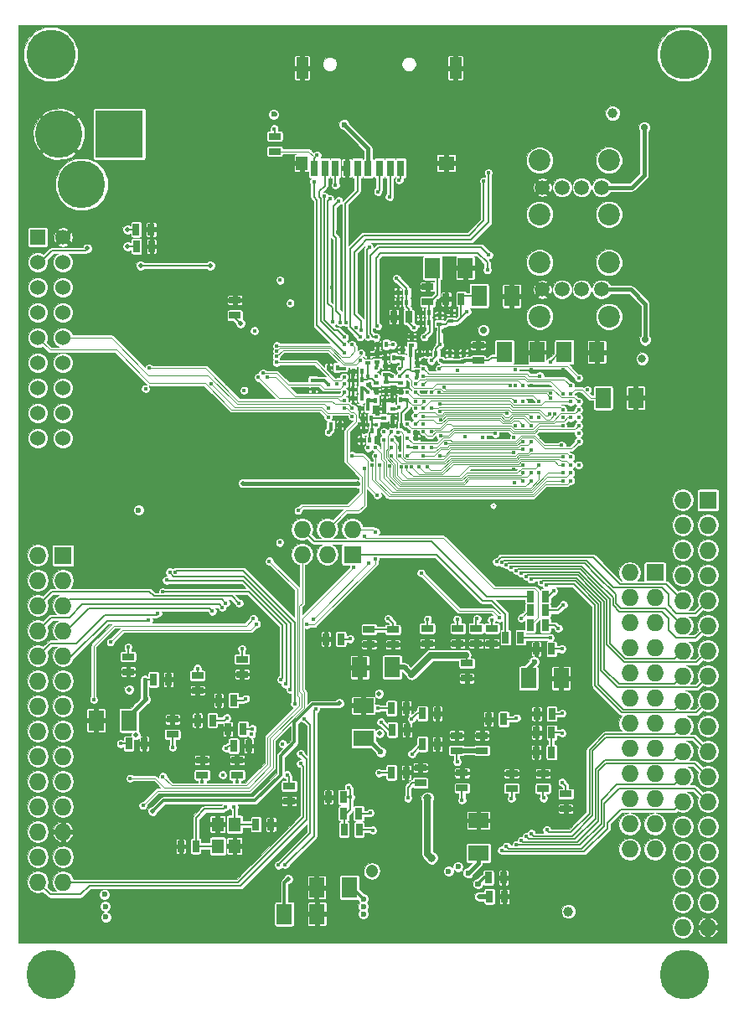
<source format=gbl>
G04 #@! TF.FileFunction,Copper,L4,Bot,Signal*
%FSLAX46Y46*%
G04 Gerber Fmt 4.6, Leading zero omitted, Abs format (unit mm)*
G04 Created by KiCad (PCBNEW 0.201502071101+5410~21~ubuntu14.04.1-product) date mié 11 mar 2015 22:43:00 COT*
%MOMM*%
G01*
G04 APERTURE LIST*
%ADD10C,0.150000*%
%ADD11R,1.143000X0.635000*%
%ADD12R,0.635000X1.143000*%
%ADD13R,1.524000X2.032000*%
%ADD14R,0.660400X1.574800*%
%ADD15R,1.574800X1.371600*%
%ADD16R,1.168400X2.184400*%
%ADD17R,1.168400X1.371600*%
%ADD18C,5.000000*%
%ADD19C,4.800600*%
%ADD20R,4.800600X4.800600*%
%ADD21C,2.199640*%
%ADD22C,1.501140*%
%ADD23R,1.198880X1.399540*%
%ADD24R,0.599440X0.398780*%
%ADD25R,0.398780X0.599440*%
%ADD26R,1.524000X1.524000*%
%ADD27C,1.524000*%
%ADD28R,2.032000X1.524000*%
%ADD29R,1.727200X1.727200*%
%ADD30O,1.727200X1.727200*%
%ADD31C,0.400000*%
%ADD32C,0.600000*%
%ADD33C,0.500000*%
%ADD34C,0.800000*%
%ADD35C,1.000000*%
%ADD36C,0.700000*%
%ADD37C,0.200000*%
%ADD38C,0.400000*%
%ADD39C,0.100000*%
%ADD40C,0.300000*%
%ADD41C,0.090000*%
%ADD42C,1.200000*%
%ADD43C,0.700000*%
%ADD44C,0.500000*%
G04 APERTURE END LIST*
D10*
D11*
X41590000Y-49342000D03*
X41590000Y-47818000D03*
D12*
X64452000Y-47710000D03*
X62928000Y-47710000D03*
D13*
X66239000Y-47400000D03*
X69541000Y-47400000D03*
D11*
X61070000Y-47982000D03*
X61070000Y-46458000D03*
D13*
X61559000Y-44560000D03*
X64861000Y-44560000D03*
D11*
X66160000Y-53922000D03*
X66160000Y-52398000D03*
D13*
X68809000Y-53060000D03*
X72111000Y-53060000D03*
D11*
X42290000Y-84098000D03*
X42290000Y-85622000D03*
D12*
X43708000Y-100790000D03*
X45232000Y-100790000D03*
X37632000Y-103010000D03*
X36108000Y-103010000D03*
D11*
X30800000Y-83838000D03*
X30800000Y-85362000D03*
D12*
X30858000Y-92640000D03*
X32382000Y-92640000D03*
D11*
X47070000Y-96918000D03*
X47070000Y-98442000D03*
X35280000Y-91702000D03*
X35280000Y-90178000D03*
D12*
X41458000Y-92860000D03*
X42982000Y-92860000D03*
X41442000Y-88250000D03*
X39918000Y-88250000D03*
D11*
X37800000Y-85758000D03*
X37800000Y-87282000D03*
D13*
X30857000Y-90279800D03*
X27555000Y-90279800D03*
D12*
X31628000Y-42390000D03*
X33152000Y-42390000D03*
X31608000Y-40680000D03*
X33132000Y-40680000D03*
D14*
X58355200Y-34480000D03*
X57263000Y-34480000D03*
X56170800Y-34480000D03*
X55053200Y-34480000D03*
X53961000Y-34480000D03*
X52868800Y-34480000D03*
X51751200Y-34480000D03*
X50659000Y-34480000D03*
X49566800Y-34480000D03*
D15*
X62952600Y-33972000D03*
D16*
X63867000Y-24370800D03*
X48373000Y-24370800D03*
D17*
X48347600Y-33972000D03*
D18*
X23000000Y-116000000D03*
X87000000Y-116000000D03*
X23000000Y-23000000D03*
X87000000Y-23000000D03*
D19*
X23808500Y-31047000D03*
D20*
X29904500Y-31047000D03*
D19*
X26094500Y-36127000D03*
D11*
X45600000Y-32792000D03*
X45600000Y-31268000D03*
D21*
X72376060Y-49470340D03*
X72376060Y-44029660D03*
D22*
X78644780Y-46750000D03*
X76645800Y-46750000D03*
X74644280Y-46750000D03*
X72645300Y-46750000D03*
D21*
X79373760Y-44029660D03*
X79373760Y-49470340D03*
X72376060Y-39145340D03*
X72376060Y-33704660D03*
D22*
X78644780Y-36425000D03*
X76645800Y-36425000D03*
X74644280Y-36425000D03*
X72645300Y-36425000D03*
D21*
X79373760Y-33704660D03*
X79373760Y-39145340D03*
D23*
X41550000Y-100780000D03*
X41550000Y-102979640D03*
X39850740Y-102979640D03*
X39850740Y-100780000D03*
D24*
X59840000Y-62679580D03*
X59840000Y-61780420D03*
D25*
X59330420Y-53330000D03*
X60229580Y-53330000D03*
D24*
X59440000Y-52379580D03*
X59440000Y-51480420D03*
D25*
X54439580Y-55000000D03*
X53540420Y-55000000D03*
X54419580Y-55890000D03*
X53520420Y-55890000D03*
X55229580Y-61950000D03*
X54330420Y-61950000D03*
D24*
X55060000Y-54199580D03*
X55060000Y-53300420D03*
X56610000Y-59719580D03*
X56610000Y-58820420D03*
D25*
X58349580Y-57890000D03*
X57450420Y-57890000D03*
X55369580Y-59760000D03*
X54470420Y-59760000D03*
D24*
X60000000Y-55049580D03*
X60000000Y-54150420D03*
D25*
X51270420Y-60440000D03*
X52169580Y-60440000D03*
X54414580Y-56815000D03*
X53515420Y-56815000D03*
X51929580Y-54640000D03*
X51030420Y-54640000D03*
X54414580Y-57715000D03*
X53515420Y-57715000D03*
X55790420Y-57930000D03*
X56689580Y-57930000D03*
X55059580Y-58720000D03*
X54160420Y-58720000D03*
X61919580Y-53270000D03*
X61020420Y-53270000D03*
D24*
X49510000Y-55900420D03*
X49510000Y-56799580D03*
D25*
X56879580Y-52300000D03*
X55980420Y-52300000D03*
D13*
X78779000Y-57690000D03*
X82081000Y-57690000D03*
X74869000Y-53070000D03*
X78171000Y-53070000D03*
D24*
X58510000Y-53719580D03*
X58510000Y-52820420D03*
X58340000Y-56170420D03*
X58340000Y-57069580D03*
X56850000Y-56090420D03*
X56850000Y-56989580D03*
X56820000Y-55359580D03*
X56820000Y-54460420D03*
D25*
X57679580Y-53650000D03*
X56780420Y-53650000D03*
D24*
X55960000Y-54079580D03*
X55960000Y-53180420D03*
X57520000Y-58800420D03*
X57520000Y-59699580D03*
D25*
X58409580Y-60480000D03*
X57510420Y-60480000D03*
X55479580Y-61020000D03*
X54580420Y-61020000D03*
D24*
X55870000Y-56160420D03*
X55870000Y-57059580D03*
X62250000Y-50229580D03*
X62250000Y-49330420D03*
X63430000Y-49959580D03*
X63430000Y-49060420D03*
D25*
X61199580Y-49060000D03*
X60300420Y-49060000D03*
X61229580Y-50090000D03*
X60330420Y-50090000D03*
D24*
X63280000Y-54059580D03*
X63280000Y-53160420D03*
X64690000Y-54029580D03*
X64690000Y-53130420D03*
D25*
X58929580Y-48050000D03*
X58030420Y-48050000D03*
X58949580Y-47040000D03*
X58050420Y-47040000D03*
D12*
X59162000Y-49525000D03*
X57638000Y-49525000D03*
D26*
X21680000Y-41460000D03*
D27*
X24220000Y-41460000D03*
X21680000Y-44000000D03*
X24220000Y-44000000D03*
X21680000Y-46540000D03*
X24220000Y-46540000D03*
X21680000Y-49080000D03*
X24220000Y-49080000D03*
X21680000Y-51620000D03*
X24220000Y-51620000D03*
X21680000Y-54160000D03*
X24220000Y-54160000D03*
X21680000Y-56700000D03*
X24220000Y-56700000D03*
X24220000Y-59240000D03*
X21680000Y-59240000D03*
X24220000Y-61780000D03*
X21680000Y-61780000D03*
D12*
X33358000Y-86150000D03*
X34882000Y-86150000D03*
X39322000Y-90280000D03*
X37798000Y-90280000D03*
D11*
X41790000Y-95802000D03*
X41790000Y-94278000D03*
D12*
X42422000Y-91150000D03*
X40898000Y-91150000D03*
D11*
X38270000Y-95802000D03*
X38270000Y-94278000D03*
X75030000Y-97708000D03*
X75030000Y-99232000D03*
D12*
X52532000Y-98050000D03*
X51008000Y-98050000D03*
D11*
X72710000Y-97152000D03*
X72710000Y-95628000D03*
X57552400Y-81110400D03*
X57552400Y-82634400D03*
D12*
X73602000Y-91530000D03*
X72078000Y-91530000D03*
D11*
X64110000Y-80998000D03*
X64110000Y-82522000D03*
D12*
X57398000Y-89050000D03*
X58922000Y-89050000D03*
X67204400Y-106180200D03*
X68728400Y-106180200D03*
D11*
X65970000Y-80988000D03*
X65970000Y-82512000D03*
D12*
X57488000Y-91229000D03*
X59012000Y-91229000D03*
X52292000Y-82060000D03*
X50768000Y-82060000D03*
D11*
X67530000Y-80988000D03*
X67530000Y-82512000D03*
X55139400Y-81085000D03*
X55139400Y-82609000D03*
X61020000Y-80988000D03*
X61020000Y-82512000D03*
D12*
X57398000Y-95550000D03*
X58922000Y-95550000D03*
D11*
X60330000Y-96582000D03*
X60330000Y-95058000D03*
X69540000Y-97142000D03*
X69540000Y-95618000D03*
X64540000Y-97122000D03*
X64540000Y-95598000D03*
D12*
X73592000Y-83070000D03*
X72068000Y-83070000D03*
X73579800Y-93505600D03*
X72055800Y-93505600D03*
X60528000Y-89590000D03*
X62052000Y-89590000D03*
X60538000Y-92670000D03*
X62062000Y-92670000D03*
D11*
X66556700Y-93327800D03*
X66556700Y-91803800D03*
D12*
X67306000Y-108085200D03*
X68830000Y-108085200D03*
X68752000Y-90160000D03*
X67228000Y-90160000D03*
D11*
X63990000Y-93322000D03*
X63990000Y-91798000D03*
X65020000Y-84508000D03*
X65020000Y-86032000D03*
D12*
X73612000Y-89610000D03*
X72088000Y-89610000D03*
X52578000Y-99700000D03*
X54102000Y-99700000D03*
X52608000Y-101320000D03*
X54132000Y-101320000D03*
D28*
X54555200Y-92083200D03*
X54555200Y-88781200D03*
X66188400Y-103691000D03*
X66188400Y-100389000D03*
D13*
X57488900Y-84920400D03*
X54186900Y-84920400D03*
X53145500Y-107170800D03*
X49843500Y-107170800D03*
X71243000Y-86025300D03*
X74545000Y-86025300D03*
X46579600Y-109837800D03*
X49881600Y-109837800D03*
D29*
X89370000Y-68020000D03*
D30*
X86830000Y-68020000D03*
X89370000Y-70560000D03*
X86830000Y-70560000D03*
X89370000Y-73100000D03*
X86830000Y-73100000D03*
X89370000Y-75640000D03*
X86830000Y-75640000D03*
X89370000Y-78180000D03*
X86830000Y-78180000D03*
X89370000Y-80720000D03*
X86830000Y-80720000D03*
X89370000Y-83260000D03*
X86830000Y-83260000D03*
X89370000Y-85800000D03*
X86830000Y-85800000D03*
X89370000Y-88340000D03*
X86830000Y-88340000D03*
X89370000Y-90880000D03*
X86830000Y-90880000D03*
X89370000Y-93420000D03*
X86830000Y-93420000D03*
X89370000Y-95960000D03*
X86830000Y-95960000D03*
X89370000Y-98500000D03*
X86830000Y-98500000D03*
X89370000Y-101040000D03*
X86830000Y-101040000D03*
X89370000Y-103580000D03*
X86830000Y-103580000D03*
X89370000Y-106120000D03*
X86830000Y-106120000D03*
X89370000Y-108660000D03*
X86830000Y-108660000D03*
X89370000Y-111200000D03*
X86830000Y-111200000D03*
D29*
X84020000Y-75370000D03*
D30*
X81480000Y-75370000D03*
X84020000Y-77910000D03*
X81480000Y-77910000D03*
X84020000Y-80450000D03*
X81480000Y-80450000D03*
X84020000Y-82990000D03*
X81480000Y-82990000D03*
X84020000Y-85530000D03*
X81480000Y-85530000D03*
X84020000Y-88070000D03*
X81480000Y-88070000D03*
X84020000Y-90610000D03*
X81480000Y-90610000D03*
X84020000Y-93150000D03*
X81480000Y-93150000D03*
X84020000Y-95690000D03*
X81480000Y-95690000D03*
X84020000Y-98230000D03*
X81480000Y-98230000D03*
X84020000Y-100770000D03*
X81480000Y-100770000D03*
X84020000Y-103310000D03*
X81480000Y-103310000D03*
D29*
X24220000Y-73620000D03*
D30*
X21680000Y-73620000D03*
X24220000Y-76160000D03*
X21680000Y-76160000D03*
X24220000Y-78700000D03*
X21680000Y-78700000D03*
X24220000Y-81240000D03*
X21680000Y-81240000D03*
X24220000Y-83780000D03*
X21680000Y-83780000D03*
X24220000Y-86320000D03*
X21680000Y-86320000D03*
X24220000Y-88860000D03*
X21680000Y-88860000D03*
X24220000Y-91400000D03*
X21680000Y-91400000D03*
X24220000Y-93940000D03*
X21680000Y-93940000D03*
X24220000Y-96480000D03*
X21680000Y-96480000D03*
X24220000Y-99020000D03*
X21680000Y-99020000D03*
X24220000Y-101560000D03*
X21680000Y-101560000D03*
X24220000Y-104100000D03*
X21680000Y-104100000D03*
X24220000Y-106640000D03*
X21680000Y-106640000D03*
D29*
X53460000Y-73510000D03*
D30*
X53460000Y-70970000D03*
X50920000Y-73510000D03*
X50920000Y-70970000D03*
X48380000Y-73510000D03*
X48380000Y-70970000D03*
D12*
X71448000Y-77760000D03*
X72972000Y-77760000D03*
X71438000Y-79170000D03*
X72962000Y-79170000D03*
X71428000Y-80660000D03*
X72952000Y-80660000D03*
X68928000Y-81900000D03*
X70452000Y-81900000D03*
D31*
X55040000Y-62750000D03*
X40690000Y-93100000D03*
X42670000Y-88110000D03*
D32*
X32550000Y-88140000D03*
D31*
X56650000Y-61140000D03*
X60650000Y-58040000D03*
X59180000Y-61120000D03*
X59040000Y-57940000D03*
X59060000Y-62610000D03*
X64090000Y-54890000D03*
X60614010Y-60331010D03*
X60614010Y-62731010D03*
X66660000Y-61700000D03*
X73460000Y-54050000D03*
X75514000Y-57280990D03*
X76313990Y-64481010D03*
X55860000Y-60390000D03*
X58240000Y-55530000D03*
X70714010Y-58081010D03*
X69813990Y-66231010D03*
X76313990Y-61280990D03*
X69913990Y-56481010D03*
X69913990Y-60481010D03*
X72313990Y-59680990D03*
X74714010Y-59680990D03*
X77214010Y-56881000D03*
X76313990Y-59680990D03*
X55027600Y-55527400D03*
X69913990Y-54881000D03*
X77214010Y-56881000D03*
X69913990Y-60481010D03*
X69764000Y-61680990D03*
X59910000Y-55650000D03*
X32470000Y-86140000D03*
X35290000Y-93010000D03*
X40760000Y-90040000D03*
X37790000Y-85040000D03*
D32*
X31847600Y-69032700D03*
X28494800Y-109075800D03*
X28532900Y-110155300D03*
X28418600Y-107882000D03*
X45520000Y-29050000D03*
X52640000Y-30100000D03*
D31*
X32560000Y-56780000D03*
X45550000Y-30523000D03*
X46120000Y-72300000D03*
X64880000Y-61590000D03*
X47160000Y-48130000D03*
X43560000Y-50920000D03*
X42500000Y-56950000D03*
X30790000Y-82870000D03*
X42290000Y-83070000D03*
X43340000Y-91140000D03*
X41790000Y-96460000D03*
X30040000Y-92640000D03*
X38290000Y-96490000D03*
X46850000Y-95780000D03*
X60214010Y-64680990D03*
X75514000Y-64481010D03*
X58364010Y-64680990D03*
X72313990Y-64481010D03*
X70714010Y-64481010D03*
X58913990Y-64680990D03*
X74714010Y-66081010D03*
X55813990Y-63530990D03*
X71514000Y-66081010D03*
X57200000Y-64594990D03*
X59413990Y-64680990D03*
X74714010Y-64481010D03*
X57413990Y-63530990D03*
X70714010Y-65280990D03*
X75514000Y-65280990D03*
X56214010Y-64481010D03*
X57413990Y-62731010D03*
X71514000Y-65280990D03*
X74714010Y-65280990D03*
X55813990Y-62731010D03*
X70714010Y-66081010D03*
X57413990Y-61131000D03*
X55413990Y-64481010D03*
X75514000Y-66081010D03*
X72313990Y-65280990D03*
X56614010Y-61930990D03*
X62313990Y-63530990D03*
X70714010Y-62881000D03*
X71563990Y-62930990D03*
X58214010Y-63530990D03*
X71563990Y-62930990D03*
X69714010Y-63231010D03*
X58100000Y-61150000D03*
X61014000Y-64680990D03*
X74714010Y-63680990D03*
X57450000Y-61920000D03*
X75514000Y-63680990D03*
X59014000Y-63530990D03*
X70714010Y-62081010D03*
X73913990Y-59331010D03*
X62339100Y-59030990D03*
X73413990Y-59331010D03*
X61413990Y-58731010D03*
X75514000Y-59680990D03*
X61413990Y-61131000D03*
X59014000Y-60331010D03*
X70714010Y-60481010D03*
X74714010Y-57280990D03*
X59830000Y-56320000D03*
X72313990Y-58081010D03*
X59849210Y-57095810D03*
X69913990Y-58081010D03*
X59014000Y-57131000D03*
X76313990Y-58081010D03*
X62684010Y-56611010D03*
X69413990Y-56430990D03*
X59014000Y-55530990D03*
X62240000Y-54740000D03*
X76313990Y-55680990D03*
X60630000Y-61090000D03*
X74714010Y-60481010D03*
X71514000Y-60481010D03*
X59813990Y-60331010D03*
X59030000Y-61770000D03*
X67890000Y-61290000D03*
X62364010Y-61530990D03*
X76313990Y-60481010D03*
X69114010Y-59280990D03*
X59813990Y-59530990D03*
X76313990Y-58881000D03*
X62364010Y-59930990D03*
X60614010Y-55530990D03*
X75514000Y-56481010D03*
X70714010Y-56481010D03*
X60614010Y-56331010D03*
X71514000Y-59680990D03*
X60578790Y-59566210D03*
X60640000Y-54740000D03*
X72410000Y-55480000D03*
X74714010Y-58881000D03*
X62313990Y-58331010D03*
X60614010Y-58731010D03*
X75514000Y-58081010D03*
X73514000Y-57680990D03*
X62214010Y-57131000D03*
X73514000Y-57180990D03*
X61413990Y-57131000D03*
X62913990Y-62331010D03*
X76313990Y-62081010D03*
X61413990Y-62731010D03*
X74614010Y-62481010D03*
X60614010Y-63530990D03*
X71514000Y-62081010D03*
X67090000Y-44770000D03*
X55990000Y-50440000D03*
X66725000Y-35800000D03*
X54225000Y-51550000D03*
X67240000Y-43240000D03*
X55850000Y-51540000D03*
X54325000Y-50875000D03*
X67200000Y-34950000D03*
X51020000Y-59660000D03*
X51040000Y-58740000D03*
X43260000Y-91690000D03*
X51860000Y-56320000D03*
X47976600Y-69070800D03*
X52650200Y-58733000D03*
X46420000Y-92650000D03*
X44850000Y-55560000D03*
X52660000Y-57130000D03*
X45790000Y-53510000D03*
X54230000Y-53940000D03*
X52630000Y-55560000D03*
X45790000Y-54100000D03*
X44420000Y-55190000D03*
X52660000Y-56320000D03*
X43950000Y-55630000D03*
X52650000Y-57940000D03*
X54640000Y-64790000D03*
X43460000Y-79990000D03*
X27320000Y-88190000D03*
X49500000Y-80040000D03*
X55110000Y-74430000D03*
X53440000Y-63530000D03*
X55970000Y-67530000D03*
D33*
X30740000Y-42390000D03*
X30750000Y-40680000D03*
D31*
X53425000Y-52325000D03*
X45800000Y-52450000D03*
X54360000Y-53160000D03*
X45800000Y-52975000D03*
X46140000Y-45800000D03*
X32900000Y-54710000D03*
X53450000Y-58740000D03*
X39220000Y-56290000D03*
X53450000Y-59540000D03*
X51443700Y-50046200D03*
X51202400Y-37600200D03*
X56028400Y-36889000D03*
X52650200Y-51544800D03*
X50605500Y-37320800D03*
X51735800Y-36177800D03*
X52637500Y-52332200D03*
X52650200Y-53145000D03*
X49564100Y-35834900D03*
X58187400Y-35669800D03*
X52243800Y-50084300D03*
X52066000Y-37803400D03*
X57196800Y-37397000D03*
X55050500Y-51532100D03*
X55152100Y-42477000D03*
X49894300Y-33180600D03*
X52789900Y-50058900D03*
D33*
X42140000Y-50150000D03*
D31*
X74252000Y-88435000D03*
X56472000Y-92499000D03*
X56853000Y-86530000D03*
X39581000Y-95420000D03*
X52010000Y-40980000D03*
X53270000Y-40780000D03*
X56420000Y-45920000D03*
X55050000Y-56340000D03*
X62660000Y-50980000D03*
X81100000Y-55290000D03*
X59060000Y-59540000D03*
D32*
X46030000Y-46820000D03*
X43560000Y-53120000D03*
D31*
X59830000Y-61130000D03*
X69320000Y-40050000D03*
X70880000Y-47400000D03*
X38610000Y-51490000D03*
X48060000Y-51080000D03*
X54140000Y-46090000D03*
X58130000Y-44050000D03*
X62560000Y-53360000D03*
X51390000Y-46530000D03*
X40820000Y-56300000D03*
X66180000Y-44560000D03*
X60650000Y-50730000D03*
X61840800Y-50740800D03*
X62120000Y-47930000D03*
X61430000Y-52350000D03*
X57400000Y-48050000D03*
X58890000Y-68310000D03*
X67220000Y-61680000D03*
X71514000Y-54881000D03*
X70630000Y-53980000D03*
X74714010Y-54881000D03*
X76840000Y-53710000D03*
X79150000Y-59290000D03*
X58220000Y-62720000D03*
X55850000Y-61950000D03*
X60640000Y-57110000D03*
X59090000Y-56330000D03*
X54180000Y-60380000D03*
X69764000Y-64930990D03*
X51830000Y-61130000D03*
X50250000Y-57130000D03*
X51860000Y-55530000D03*
X56590000Y-51500000D03*
X55840000Y-58740000D03*
X57490000Y-57110000D03*
X54230000Y-52330000D03*
X58250000Y-52220000D03*
X60630000Y-53930000D03*
X76364010Y-66030990D03*
X71514000Y-56481010D03*
X71514000Y-58081010D03*
X72514000Y-61680990D03*
X76313990Y-56481010D03*
X76313990Y-57280990D03*
X75514000Y-58881000D03*
X75514000Y-60481010D03*
X74514000Y-61680990D03*
X62500000Y-98300000D03*
X65220000Y-98460000D03*
X49230000Y-86560000D03*
X49040000Y-64500000D03*
X55710900Y-50871700D03*
D34*
X82740000Y-53740000D03*
D33*
X46960600Y-106307200D03*
D35*
X55418800Y-105545200D03*
D36*
X66700000Y-50890000D03*
D35*
X79752000Y-28946000D03*
D31*
X60700000Y-51550000D03*
X58240000Y-54750000D03*
X55840000Y-55510000D03*
X58190000Y-58630000D03*
X62420000Y-53870000D03*
X57450000Y-55550000D03*
X55850000Y-54650000D03*
X51030000Y-56330000D03*
D33*
X54021800Y-66391100D03*
X42375900Y-66314900D03*
D31*
X65050000Y-48970000D03*
X61430000Y-53940000D03*
X53860000Y-50590000D03*
X52630000Y-54720000D03*
X51030000Y-61170000D03*
X62260000Y-52340000D03*
X55040000Y-57140000D03*
X55100000Y-57880000D03*
X59660000Y-50580000D03*
X57930000Y-45640000D03*
X57520000Y-52330000D03*
X41490000Y-99010000D03*
X40343000Y-95801000D03*
X40660000Y-99010000D03*
D36*
X83040000Y-51830000D03*
X82930000Y-30390000D03*
D31*
X59850000Y-58750000D03*
X59840000Y-58040000D03*
D33*
X56155400Y-87587400D03*
X30907800Y-87155600D03*
X56206200Y-91575200D03*
X31593600Y-91778400D03*
D31*
X72780000Y-98140000D03*
D32*
X65147000Y-105723000D03*
X56307800Y-93454800D03*
X66137600Y-106815200D03*
X64131000Y-105062600D03*
X54580600Y-109837800D03*
X54580600Y-109101200D03*
X54555200Y-108313800D03*
X71827200Y-84374300D03*
D31*
X56345000Y-90467000D03*
X64050000Y-80070000D03*
X66050000Y-80000000D03*
X67530000Y-80120000D03*
X61040000Y-80060000D03*
X57080000Y-80000000D03*
X53230000Y-82050000D03*
X56000000Y-89050000D03*
X56140000Y-95600000D03*
X53270000Y-98050000D03*
X69530000Y-98160000D03*
X74660000Y-96550000D03*
X74630000Y-91550000D03*
X74650000Y-89560000D03*
X74620000Y-83050000D03*
X53070000Y-97050000D03*
X59080000Y-98120000D03*
X64530000Y-98330000D03*
D35*
X75290000Y-109580000D03*
D32*
X63165800Y-105519800D03*
D34*
X61044900Y-98141100D03*
X61464000Y-104186300D03*
D33*
X66264600Y-108072500D03*
D32*
X59440000Y-85650000D03*
D31*
X59440000Y-90140000D03*
X59480000Y-93660000D03*
X64040000Y-94470000D03*
X70040000Y-90050000D03*
X64920000Y-83710000D03*
X55260000Y-99620000D03*
X55510000Y-101370000D03*
X68530000Y-103420000D03*
X69030000Y-103000000D03*
X70030000Y-102830000D03*
X70530000Y-102450000D03*
X71030000Y-102030000D03*
X71530000Y-101710000D03*
X73100000Y-101350000D03*
X73030000Y-76630000D03*
X72530000Y-76330000D03*
X71530000Y-76020000D03*
X71030000Y-75730000D03*
X70530000Y-75420000D03*
X70030000Y-75130000D03*
X69530000Y-74830000D03*
X69030000Y-74540000D03*
X68530000Y-74340000D03*
X68030000Y-74260000D03*
X35550000Y-75290000D03*
X47620000Y-88620000D03*
X34670000Y-76120000D03*
X46690000Y-86630000D03*
X46250000Y-86130000D03*
X34310000Y-77300000D03*
X47170000Y-87160000D03*
X35000000Y-75310000D03*
X45970000Y-104900000D03*
X48620000Y-90140000D03*
X49740000Y-89140000D03*
X46660000Y-104870000D03*
X48220000Y-94640000D03*
X48210000Y-93640000D03*
X40650000Y-78430000D03*
X42010000Y-78460000D03*
X39290000Y-79260000D03*
X40290000Y-78870000D03*
X32870000Y-80190000D03*
X33790000Y-79470000D03*
D33*
X32060000Y-44320000D03*
X39080000Y-44320000D03*
X26690000Y-42600000D03*
D31*
X29020000Y-82360000D03*
X43770000Y-80570000D03*
X48840000Y-80600000D03*
X55800000Y-71240000D03*
X55780000Y-74010000D03*
X31000000Y-96150000D03*
X73800000Y-77210000D03*
X45070000Y-74210000D03*
X34300000Y-95970000D03*
X60420000Y-75400000D03*
X68320000Y-79930000D03*
X70520000Y-79960000D03*
X74770000Y-78610000D03*
X54640000Y-71700000D03*
X53580000Y-74780000D03*
X32300000Y-98870000D03*
X74260000Y-81000000D03*
X73460000Y-81920000D03*
D33*
X33290000Y-99440000D03*
X52140000Y-88570000D03*
D37*
X67678000Y-68590000D02*
X67680000Y-68590000D01*
X67677580Y-68589580D02*
X67678000Y-68590000D01*
D38*
X30857000Y-90279800D02*
X30857000Y-89833000D01*
X30857000Y-89833000D02*
X32550000Y-88140000D01*
D37*
X40930000Y-92860000D02*
X41458000Y-92860000D01*
X40690000Y-93100000D02*
X40930000Y-92860000D01*
X42530000Y-88250000D02*
X41442000Y-88250000D01*
X42670000Y-88110000D02*
X42530000Y-88250000D01*
D38*
X32470000Y-88060000D02*
X32470000Y-86140000D01*
X32550000Y-88140000D02*
X32470000Y-88060000D01*
D37*
X56569580Y-59760000D02*
X56610000Y-59719580D01*
X55369580Y-59760000D02*
X56569580Y-59760000D01*
X59040000Y-58570000D02*
X59040000Y-58610000D01*
X59040000Y-58610000D02*
X58409580Y-59240420D01*
X58409580Y-60480000D02*
X58409580Y-59240420D01*
X59040000Y-58570000D02*
X59040000Y-57940000D01*
X55860000Y-60390000D02*
X55600000Y-60390000D01*
X55600000Y-60390000D02*
X55479580Y-60269580D01*
X55479580Y-61020000D02*
X55479580Y-60269580D01*
X55479580Y-60269580D02*
X55479580Y-59870000D01*
X55479580Y-59870000D02*
X55369580Y-59760000D01*
X55229580Y-61950000D02*
X55229580Y-61270000D01*
X55229580Y-61270000D02*
X55479580Y-61020000D01*
X55027600Y-55762400D02*
X55471980Y-55762400D01*
X55471980Y-55762400D02*
X55870000Y-56160420D01*
X54419580Y-55890000D02*
X54900000Y-55890000D01*
X55027600Y-55762400D02*
X55027600Y-55527400D01*
X54900000Y-55890000D02*
X55027600Y-55762400D01*
X54439580Y-55000000D02*
X54439580Y-55870000D01*
X54439580Y-55870000D02*
X54419580Y-55890000D01*
X55060000Y-54199580D02*
X55060000Y-55495000D01*
X55060000Y-55495000D02*
X55027600Y-55527400D01*
X58240000Y-55530000D02*
X58250000Y-55530000D01*
X58900000Y-54880000D02*
X59330420Y-54880000D01*
X58250000Y-55530000D02*
X58900000Y-54880000D01*
X59330420Y-53330000D02*
X59330420Y-54880000D01*
X59330420Y-54880000D02*
X59330420Y-54900420D01*
X59330420Y-54900420D02*
X59479580Y-55049580D01*
X59479580Y-55049580D02*
X60000000Y-55049580D01*
D39*
X60650000Y-58040000D02*
X60650000Y-58070000D01*
X60650000Y-58070000D02*
X60320000Y-58400000D01*
X60320000Y-58400000D02*
X59500000Y-58400000D01*
X59500000Y-58400000D02*
X59040000Y-57940000D01*
D40*
X59330420Y-53330000D02*
X59330420Y-52489160D01*
X59330420Y-52489160D02*
X59440000Y-52379580D01*
X59180000Y-61120000D02*
X58880000Y-60820000D01*
X58880000Y-60820000D02*
X58749580Y-60820000D01*
X58749580Y-60820000D02*
X58409580Y-60480000D01*
D37*
X59130420Y-58030420D02*
X59040000Y-57940000D01*
D40*
X58349580Y-57890000D02*
X58990000Y-57890000D01*
X58990000Y-57890000D02*
X59040000Y-57940000D01*
D37*
X59129580Y-62679580D02*
X59840000Y-62679580D01*
X59060000Y-62610000D02*
X59129580Y-62679580D01*
D40*
X64090000Y-54890000D02*
X64100000Y-54890000D01*
D39*
X74869000Y-53070000D02*
X74440000Y-53070000D01*
D37*
X74440000Y-53070000D02*
X73460000Y-54050000D01*
D39*
X75514000Y-57280990D02*
X75519010Y-57280990D01*
X77520000Y-57690000D02*
X78779000Y-57690000D01*
X76700000Y-56870000D02*
X77520000Y-57690000D01*
X75930000Y-56870000D02*
X76700000Y-56870000D01*
X75519010Y-57280990D02*
X75930000Y-56870000D01*
D40*
X55027600Y-55527400D02*
X55040000Y-55539800D01*
X55040000Y-55539800D02*
X55040000Y-55540000D01*
X60000000Y-55560000D02*
X60000000Y-55049580D01*
X59910000Y-55650000D02*
X60000000Y-55560000D01*
D37*
X32470000Y-86140000D02*
X32480000Y-86150000D01*
X32480000Y-86150000D02*
X33358000Y-86150000D01*
X35280000Y-93000000D02*
X35280000Y-91702000D01*
X35290000Y-93010000D02*
X35280000Y-93000000D01*
X40520000Y-90280000D02*
X39322000Y-90280000D01*
X40760000Y-90040000D02*
X40520000Y-90280000D01*
X37800000Y-85050000D02*
X37800000Y-85758000D01*
X37790000Y-85040000D02*
X37800000Y-85050000D01*
D38*
X28418600Y-107882000D02*
X28418600Y-107818500D01*
X55053200Y-34480000D02*
X55053200Y-32513200D01*
X45520000Y-29050000D02*
X45600000Y-29050000D01*
X55053200Y-32513200D02*
X52640000Y-30100000D01*
D37*
X45600000Y-31268000D02*
X45600000Y-30573000D01*
X45600000Y-30573000D02*
X45550000Y-30523000D01*
X46130000Y-72290000D02*
X46130000Y-72250000D01*
X46120000Y-72300000D02*
X46130000Y-72290000D01*
X64890000Y-61600000D02*
X64890000Y-61630000D01*
X64880000Y-61590000D02*
X64890000Y-61600000D01*
X42500000Y-56960000D02*
X42490000Y-56970000D01*
X42500000Y-56950000D02*
X42500000Y-56960000D01*
X30790000Y-82870000D02*
X30800000Y-82880000D01*
X30800000Y-82880000D02*
X30800000Y-83838000D01*
X42290000Y-83070000D02*
X42290000Y-84098000D01*
X43340000Y-91140000D02*
X43330000Y-91150000D01*
X43330000Y-91150000D02*
X42422000Y-91150000D01*
X41790000Y-96460000D02*
X41790000Y-95802000D01*
X30040000Y-92640000D02*
X30858000Y-92640000D01*
X38290000Y-96490000D02*
X38270000Y-96470000D01*
X38270000Y-96470000D02*
X38270000Y-95802000D01*
X46850000Y-95780000D02*
X47070000Y-96000000D01*
X47070000Y-96000000D02*
X47070000Y-96918000D01*
D39*
X60214010Y-64680990D02*
X60764000Y-65231010D01*
X60764000Y-65231010D02*
X62496910Y-65231010D01*
X62496910Y-65231010D02*
X63546900Y-64180990D01*
X63546900Y-64180990D02*
X70157710Y-64180990D01*
X70157710Y-64180990D02*
X70457700Y-63881000D01*
X70457700Y-63881000D02*
X74364010Y-63881000D01*
X74364010Y-63881000D02*
X74563990Y-64081010D01*
X74563990Y-64081010D02*
X75114010Y-64081010D01*
X75114010Y-64081010D02*
X75514000Y-64481010D01*
X71964010Y-64831010D02*
X72313990Y-64481010D01*
X70563990Y-64831010D02*
X71964010Y-64831010D01*
X70114010Y-65280990D02*
X70563990Y-64831010D01*
X64975581Y-65280990D02*
X70114010Y-65280990D01*
X64425591Y-65831010D02*
X64975581Y-65280990D01*
X58964010Y-65831010D02*
X64425591Y-65831010D01*
X58364010Y-65231010D02*
X58964010Y-65831010D01*
X58364010Y-65231010D02*
X58364010Y-64680990D01*
X70614010Y-64581010D02*
X70714010Y-64481010D01*
X65302700Y-64581010D02*
X70614010Y-64581010D01*
X64252710Y-65631000D02*
X65302700Y-64581010D01*
X59563990Y-65631000D02*
X64252710Y-65631000D01*
X58913990Y-64981010D02*
X59563990Y-65631000D01*
X58913990Y-64981010D02*
X58913990Y-64680990D01*
X73012690Y-66081010D02*
X74714010Y-66081010D01*
X71662710Y-67430990D02*
X73012690Y-66081010D01*
X57264000Y-67430990D02*
X71662710Y-67430990D01*
X55813990Y-65981010D02*
X57264000Y-67430990D01*
X55813990Y-65981010D02*
X55813990Y-63530990D01*
X70964010Y-66631000D02*
X71514000Y-66081010D01*
X58265310Y-66631000D02*
X70964010Y-66631000D01*
X57814600Y-66180410D02*
X58265310Y-66631000D01*
X57200000Y-65565810D02*
X57814600Y-66180410D01*
X57200000Y-65565810D02*
X57200000Y-64594990D01*
X59413990Y-64680990D02*
X60163990Y-65430990D01*
X60163990Y-65430990D02*
X62579800Y-65430990D01*
X62579800Y-65430990D02*
X63629810Y-64381000D01*
X63629810Y-64381000D02*
X70240590Y-64381000D01*
X70240590Y-64381000D02*
X70540610Y-64081010D01*
X70540610Y-64081010D02*
X73864010Y-64081010D01*
X73864010Y-64081010D02*
X74264000Y-64481010D01*
X74264000Y-64481010D02*
X74714010Y-64481010D01*
X70514000Y-65481010D02*
X70714010Y-65280990D01*
X65088502Y-65481010D02*
X70514000Y-65481010D01*
X64538512Y-66030990D02*
X65088502Y-65481010D01*
X58514000Y-66030990D02*
X64538512Y-66030990D01*
X57964010Y-65481010D02*
X58514000Y-66030990D01*
X57964010Y-65481010D02*
X57964010Y-64231010D01*
X57413990Y-63680990D02*
X57964010Y-64231010D01*
X57413990Y-63680990D02*
X57413990Y-63530990D01*
X75114010Y-65680990D02*
X75514000Y-65280990D01*
X73129810Y-65680990D02*
X75114010Y-65680990D01*
X71579800Y-67231010D02*
X73129810Y-65680990D01*
X57514000Y-67231010D02*
X71579800Y-67231010D01*
X56214010Y-65930990D02*
X57514000Y-67231010D01*
X56214010Y-65930990D02*
X56214010Y-64481010D01*
X71114010Y-65680990D02*
X71514000Y-65280990D01*
X65201381Y-65680990D02*
X71114010Y-65680990D01*
X64651391Y-66231010D02*
X65201381Y-65680990D01*
X58431110Y-66231010D02*
X64651391Y-66231010D01*
X57764000Y-65563890D02*
X58431110Y-66231010D01*
X57764000Y-65563890D02*
X57764000Y-64381000D01*
X57063990Y-63680990D02*
X57764000Y-64381000D01*
X57063990Y-63680990D02*
X57063990Y-63081010D01*
X57063990Y-63081010D02*
X57413990Y-62731010D01*
X73246910Y-65280990D02*
X74714010Y-65280990D01*
X71496910Y-67030990D02*
X73246910Y-65280990D01*
X57913990Y-67030990D02*
X71496910Y-67030990D01*
X56649990Y-65766990D02*
X57913990Y-67030990D01*
X56649990Y-65766990D02*
X56649990Y-64115710D01*
X56413990Y-63879690D02*
X56649990Y-64115710D01*
X56413990Y-63879690D02*
X56413990Y-63331010D01*
X55813990Y-62731010D02*
X56413990Y-63331010D01*
X57014000Y-61530990D02*
X57413990Y-61131000D01*
X57014000Y-62848100D02*
X57014000Y-61530990D01*
X56864010Y-62998100D02*
X57014000Y-62848100D01*
X56864010Y-63763900D02*
X56864010Y-62998100D01*
X56864010Y-63763900D02*
X57563990Y-64463890D01*
X57563990Y-65646810D02*
X57563990Y-64463890D01*
X57563990Y-65646810D02*
X58348200Y-66430990D01*
X58348200Y-66430990D02*
X64754291Y-66430990D01*
X64754291Y-66430990D02*
X65304301Y-65881000D01*
X65304301Y-65881000D02*
X70514000Y-65881000D01*
X70514000Y-65881000D02*
X70714010Y-66081010D01*
X75163990Y-66430990D02*
X75514000Y-66081010D01*
X72945610Y-66430990D02*
X75163990Y-66430990D01*
X71745600Y-67631000D02*
X72945610Y-66430990D01*
X57114010Y-67631000D02*
X71745600Y-67631000D01*
X55413990Y-65930990D02*
X57114010Y-67631000D01*
X55413990Y-65930990D02*
X55413990Y-64481010D01*
X72313990Y-65930990D02*
X72313990Y-65280990D01*
X71413990Y-66831010D02*
X72313990Y-65930990D01*
X58063990Y-66831010D02*
X71413990Y-66831010D01*
X56850000Y-65616990D02*
X58063990Y-66831010D01*
X56850000Y-65616990D02*
X56850000Y-64032790D01*
X56614010Y-63796800D02*
X56850000Y-64032790D01*
X56614010Y-63796800D02*
X56614010Y-61930990D01*
X63424800Y-62881000D02*
X70714010Y-62881000D01*
X62774800Y-63530990D02*
X63424800Y-62881000D01*
X62313990Y-63530990D02*
X62774800Y-63530990D01*
X71214010Y-63280990D02*
X71563990Y-62930990D01*
X70209010Y-63280990D02*
X71214010Y-63280990D01*
X69908990Y-63581010D02*
X70209010Y-63280990D01*
X63290610Y-63581010D02*
X69908990Y-63581010D01*
X62740590Y-64131000D02*
X63290610Y-63581010D01*
X58813990Y-64131000D02*
X62740590Y-64131000D01*
X58214010Y-63530990D02*
X58813990Y-64131000D01*
X58614010Y-63631000D02*
X58614010Y-61680000D01*
X58614010Y-63631000D02*
X58913990Y-63930990D01*
X58913990Y-63930990D02*
X62657710Y-63930990D01*
X62657710Y-63930990D02*
X63357690Y-63231010D01*
X63357690Y-63231010D02*
X69714010Y-63231010D01*
X58410000Y-61140000D02*
X58614010Y-61344010D01*
X58614010Y-61344010D02*
X58614010Y-61680000D01*
X58110000Y-61140000D02*
X58410000Y-61140000D01*
X58100000Y-61150000D02*
X58110000Y-61140000D01*
X61014000Y-64680990D02*
X61364010Y-65030990D01*
X61364010Y-65030990D02*
X62413990Y-65030990D01*
X62413990Y-65030990D02*
X63464010Y-63981010D01*
X63464010Y-63981010D02*
X70074790Y-63981010D01*
X70074790Y-63981010D02*
X70374810Y-63680990D01*
X70374810Y-63680990D02*
X74714010Y-63680990D01*
X57864010Y-62334010D02*
X57864010Y-62344010D01*
X57450000Y-61920000D02*
X57864010Y-62334010D01*
X75163990Y-63331010D02*
X75514000Y-63680990D01*
X71446890Y-63331010D02*
X75163990Y-63331010D01*
X71296900Y-63481010D02*
X71446890Y-63331010D01*
X70291890Y-63481010D02*
X71296900Y-63481010D01*
X69991910Y-63780990D02*
X70291890Y-63481010D01*
X63373500Y-63780990D02*
X69991910Y-63780990D01*
X62823510Y-64331010D02*
X63373500Y-63780990D01*
X58413990Y-64331010D02*
X62823510Y-64331010D01*
X57864010Y-63780990D02*
X58413990Y-64331010D01*
X57864010Y-63780990D02*
X57864010Y-62370000D01*
X59014000Y-63530990D02*
X59413990Y-63131000D01*
X59413990Y-63131000D02*
X61824790Y-63131000D01*
X61824790Y-63131000D02*
X62274800Y-62680990D01*
X62274800Y-62680990D02*
X63059010Y-62680990D01*
X63059010Y-62680990D02*
X63259000Y-62481010D01*
X63259000Y-62481010D02*
X70096890Y-62481010D01*
X70096890Y-62481010D02*
X70496910Y-62081010D01*
X70496910Y-62081010D02*
X70714010Y-62081010D01*
X62339100Y-59030990D02*
X62439110Y-58930990D01*
X62439110Y-58930990D02*
X69281090Y-58930990D01*
X69281090Y-58930990D02*
X69481100Y-59131000D01*
X69481100Y-59131000D02*
X72264000Y-59131000D01*
X72264000Y-59131000D02*
X73014000Y-59881000D01*
X73014000Y-59881000D02*
X73364010Y-59881000D01*
X73364010Y-59881000D02*
X73913990Y-59331010D01*
X61413990Y-58731010D02*
X62144100Y-58731010D01*
X62144100Y-58731010D02*
X62194110Y-58680990D01*
X62194110Y-58680990D02*
X69313990Y-58680990D01*
X69313990Y-58680990D02*
X69563990Y-58930990D01*
X69563990Y-58930990D02*
X72346890Y-58930990D01*
X72346890Y-58930990D02*
X72946890Y-59530990D01*
X72946890Y-59530990D02*
X73214010Y-59530990D01*
X73214010Y-59530990D02*
X73413990Y-59331010D01*
X75209010Y-59680990D02*
X75514000Y-59680990D01*
X74809010Y-60081010D02*
X75209010Y-59680990D01*
X73996910Y-60081010D02*
X74809010Y-60081010D01*
X73796900Y-60280990D02*
X73996910Y-60081010D01*
X72264000Y-60280990D02*
X73796900Y-60280990D01*
X71663990Y-60881000D02*
X72264000Y-60280990D01*
X69818990Y-60881000D02*
X71663990Y-60881000D01*
X69468990Y-60530990D02*
X69818990Y-60881000D01*
X63563990Y-60530990D02*
X69468990Y-60530990D01*
X63413990Y-60381000D02*
X63563990Y-60530990D01*
X62974780Y-60381000D02*
X63413990Y-60381000D01*
X62424800Y-60930990D02*
X62974780Y-60381000D01*
X61764000Y-60930990D02*
X62424800Y-60930990D01*
X61563990Y-61131000D02*
X61764000Y-60930990D01*
X61413990Y-61131000D02*
X61563990Y-61131000D01*
X59014000Y-60331010D02*
X59413990Y-60731010D01*
X59413990Y-60731010D02*
X62341910Y-60731010D01*
X62341910Y-60731010D02*
X63141900Y-59930990D01*
X63141900Y-59930990D02*
X68315300Y-59930990D01*
X68315300Y-59930990D02*
X68665310Y-60280990D01*
X68665310Y-60280990D02*
X69462700Y-60280990D01*
X69462700Y-60280990D02*
X69712700Y-60030990D01*
X69712700Y-60030990D02*
X70264000Y-60030990D01*
X70264000Y-60030990D02*
X70714010Y-60481010D01*
X73464010Y-56030990D02*
X74714010Y-57280990D01*
X71086110Y-56030990D02*
X73464010Y-56030990D01*
X70836110Y-55780990D02*
X71086110Y-56030990D01*
X60859000Y-55780990D02*
X70836110Y-55780990D01*
X60759000Y-55881000D02*
X60859000Y-55780990D01*
X59830000Y-56320000D02*
X60269000Y-55881000D01*
X60269000Y-55881000D02*
X60759000Y-55881000D01*
X59849210Y-57095810D02*
X60234400Y-57481010D01*
X60234400Y-57481010D02*
X71714010Y-57481010D01*
X71714010Y-57481010D02*
X72313990Y-58081010D01*
X59014000Y-57131000D02*
X59563990Y-57680990D01*
X59563990Y-57680990D02*
X69514000Y-57680990D01*
X69514000Y-57680990D02*
X69913990Y-58081010D01*
X62684010Y-56611010D02*
X62904010Y-56831010D01*
X62904010Y-56831010D02*
X73769000Y-56831010D01*
X73769000Y-56831010D02*
X74568990Y-57631000D01*
X74568990Y-57631000D02*
X75864010Y-57631000D01*
X75864010Y-57631000D02*
X76313990Y-58081010D01*
X59014000Y-55530990D02*
X59464010Y-55981010D01*
X59464010Y-56476000D02*
X59464010Y-55981010D01*
X59464010Y-56476000D02*
X59669000Y-56680990D01*
X59669000Y-56680990D02*
X61559010Y-56680990D01*
X61559010Y-56680990D02*
X61979000Y-56261000D01*
D41*
X61979000Y-56261000D02*
X69244010Y-56261000D01*
D39*
X69244010Y-56261000D02*
X69413990Y-56430990D01*
X75163990Y-54530990D02*
X76313990Y-55680990D01*
X62240000Y-54740000D02*
X62449010Y-54530990D01*
X62413990Y-54530990D02*
X75163990Y-54530990D01*
X61070990Y-61530990D02*
X61140000Y-61530990D01*
X60630000Y-61090000D02*
X61070990Y-61530990D01*
X72346890Y-60481010D02*
X74714010Y-60481010D01*
X71746910Y-61081010D02*
X72346890Y-60481010D01*
X69736110Y-61081010D02*
X71746910Y-61081010D01*
X69386100Y-60731010D02*
X69736110Y-61081010D01*
X63658990Y-60731010D02*
X69386100Y-60731010D01*
X63259000Y-61131000D02*
X63658990Y-60731010D01*
X61908990Y-61131000D02*
X63259000Y-61131000D01*
X61509000Y-61530990D02*
X61908990Y-61131000D01*
X61140000Y-61530990D02*
X61509000Y-61530990D01*
X70764000Y-59731010D02*
X71514000Y-60481010D01*
X69729790Y-59731010D02*
X70764000Y-59731010D01*
X69379810Y-60081010D02*
X69729790Y-59731010D01*
X68748190Y-60081010D02*
X69379810Y-60081010D01*
X68398190Y-59731010D02*
X68748190Y-60081010D01*
X63059010Y-59731010D02*
X68398190Y-59731010D01*
X62509000Y-60280990D02*
X63059010Y-59731010D01*
X61964010Y-60280990D02*
X62509000Y-60280990D01*
X61614010Y-59930990D02*
X61964010Y-60280990D01*
X60214010Y-59930990D02*
X61614010Y-59930990D01*
X59813990Y-60331010D02*
X60214010Y-59930990D01*
X59591010Y-62331010D02*
X59600000Y-62331010D01*
X59030000Y-61770000D02*
X59591010Y-62331010D01*
X67831010Y-61231010D02*
X67890000Y-61290000D01*
X59600000Y-62331010D02*
X62059010Y-62331010D01*
X62059010Y-62331010D02*
X62658990Y-61731010D01*
X62658990Y-61731010D02*
X63224780Y-61731010D01*
X63224780Y-61731010D02*
X63724780Y-61231010D01*
X63724780Y-61231010D02*
X67831010Y-61231010D01*
X71829800Y-61280990D02*
X72229790Y-60881000D01*
X69653190Y-61280990D02*
X71829800Y-61280990D01*
X69303220Y-60930990D02*
X69653190Y-61280990D01*
X63741910Y-60930990D02*
X69303220Y-60930990D01*
X63141900Y-61530990D02*
X63741910Y-60930990D01*
X62364010Y-61530990D02*
X63141900Y-61530990D01*
X72229790Y-60881000D02*
X75913990Y-60881000D01*
X75913990Y-60881000D02*
X76313990Y-60481010D01*
X59813990Y-59530990D02*
X60214010Y-59131000D01*
X60214010Y-59131000D02*
X61818990Y-59131000D01*
X61818990Y-59131000D02*
X62068900Y-59381000D01*
X62068900Y-59381000D02*
X62514000Y-59381000D01*
X62514000Y-59381000D02*
X62764000Y-59131000D01*
X62764000Y-59131000D02*
X68964010Y-59131000D01*
X68964010Y-59131000D02*
X69114010Y-59280990D01*
X75913990Y-59280990D02*
X76313990Y-58881000D01*
X74514000Y-59280990D02*
X75913990Y-59280990D01*
X73714010Y-60081010D02*
X74514000Y-59280990D01*
X71419000Y-60081010D02*
X73714010Y-60081010D01*
X70869010Y-59530990D02*
X71419000Y-60081010D01*
X69646900Y-59530990D02*
X70869010Y-59530990D01*
X69296900Y-59881000D02*
X69646900Y-59530990D01*
X68831110Y-59881000D02*
X69296900Y-59881000D01*
X68481100Y-59530990D02*
X68831110Y-59881000D01*
X62929800Y-59530990D02*
X68481100Y-59530990D01*
X62529810Y-59930990D02*
X62929800Y-59530990D01*
X62364010Y-59930990D02*
X62529810Y-59930990D01*
X74864010Y-55831010D02*
X75514000Y-56481010D01*
X71169000Y-55831010D02*
X74864010Y-55831010D01*
X70869010Y-55530990D02*
X71169000Y-55831010D01*
X60614010Y-55530990D02*
X70869010Y-55530990D01*
X70214010Y-55981010D02*
X70714010Y-56481010D01*
X60964010Y-55981010D02*
X70214010Y-55981010D01*
X60614010Y-56331010D02*
X60964010Y-55981010D01*
X60578790Y-59566210D02*
X60593590Y-59581010D01*
X60593590Y-59581010D02*
X62596890Y-59581010D01*
X62596890Y-59581010D02*
X62846890Y-59331010D01*
X62846890Y-59331010D02*
X68563990Y-59331010D01*
X68563990Y-59331010D02*
X68913990Y-59680990D01*
X68913990Y-59680990D02*
X69214010Y-59680990D01*
X69214010Y-59680990D02*
X69563990Y-59331010D01*
X69563990Y-59331010D02*
X71163990Y-59331010D01*
X71163990Y-59331010D02*
X71514000Y-59680990D01*
X61015000Y-55115000D02*
X60640000Y-54740000D01*
X71063990Y-55231010D02*
X71313990Y-55481010D01*
X71313990Y-55481010D02*
X72410000Y-55480000D01*
X71072980Y-55240000D02*
X71063990Y-55231010D01*
X61140000Y-55240000D02*
X71072980Y-55240000D01*
X61015000Y-55115000D02*
X61140000Y-55240000D01*
X62313990Y-58331010D02*
X69386100Y-58331010D01*
X69386100Y-58331010D02*
X69686090Y-58631000D01*
X69686090Y-58631000D02*
X74464010Y-58631000D01*
X74464010Y-58631000D02*
X74714010Y-58881000D01*
X72864010Y-58081010D02*
X75514000Y-58081010D01*
X72514000Y-58430990D02*
X72864010Y-58081010D01*
X69769000Y-58430990D02*
X72514000Y-58430990D01*
X69318990Y-57981010D02*
X69769000Y-58430990D01*
X61364010Y-57981010D02*
X69318990Y-57981010D01*
X60614010Y-58731010D02*
X61364010Y-57981010D01*
X73063990Y-57231010D02*
X73514000Y-57680990D01*
X62313990Y-57231010D02*
X73063990Y-57231010D01*
X62214010Y-57131000D02*
X62313990Y-57231010D01*
X61413990Y-57131000D02*
X61764000Y-56780990D01*
X61764000Y-56780990D02*
X62359000Y-56780990D01*
X62359000Y-56780990D02*
X62609000Y-57030990D01*
X62609000Y-57030990D02*
X73364010Y-57030990D01*
X73364010Y-57030990D02*
X73514000Y-57180990D01*
X70563990Y-61731010D02*
X71764000Y-61731010D01*
X70014000Y-62280990D02*
X70563990Y-61731010D01*
X62964010Y-62280990D02*
X70014000Y-62280990D01*
X62913990Y-62331010D02*
X62964010Y-62280990D01*
X71764000Y-61731010D02*
X72864010Y-62831010D01*
X72864010Y-62831010D02*
X75563990Y-62831010D01*
X75563990Y-62831010D02*
X76313990Y-62081010D01*
X72796900Y-62481010D02*
X74614010Y-62481010D01*
X71846890Y-61530990D02*
X72796900Y-62481010D01*
X70481100Y-61530990D02*
X71846890Y-61530990D01*
X69931110Y-62081010D02*
X70481100Y-61530990D01*
X63459010Y-62081010D02*
X69931110Y-62081010D01*
X63359000Y-61981010D02*
X63459010Y-62081010D01*
X62691890Y-61981010D02*
X63359000Y-61981010D01*
X61941890Y-62731010D02*
X62691890Y-61981010D01*
X61413990Y-62731010D02*
X61941890Y-62731010D01*
X60614010Y-63530990D02*
X61707700Y-63530990D01*
X61707700Y-63530990D02*
X62357690Y-62881000D01*
X62357690Y-62881000D02*
X63141900Y-62881000D01*
X63141900Y-62881000D02*
X63341910Y-62680990D01*
X63341910Y-62680990D02*
X70179800Y-62680990D01*
X70179800Y-62680990D02*
X70429800Y-62430990D01*
X70429800Y-62430990D02*
X71163990Y-62430990D01*
X71163990Y-62430990D02*
X71514000Y-62081010D01*
D37*
X67090000Y-44010000D02*
X67090000Y-44770000D01*
X66150000Y-43070000D02*
X67090000Y-44010000D01*
X56330000Y-43070000D02*
X66150000Y-43070000D01*
X55840000Y-43560000D02*
X56330000Y-43070000D01*
X55840000Y-50290000D02*
X55840000Y-43560000D01*
X55990000Y-50440000D02*
X55840000Y-50290000D01*
X54000000Y-41900000D02*
X54625000Y-41275000D01*
X53225000Y-42675000D02*
X54000000Y-41900000D01*
X53225000Y-48775000D02*
X53225000Y-42675000D01*
X66725000Y-39800000D02*
X66725000Y-35800000D01*
X65250000Y-41275000D02*
X66725000Y-39800000D01*
X54625000Y-41275000D02*
X65250000Y-41275000D01*
X54225000Y-51550000D02*
X53225000Y-50550000D01*
X53225000Y-50550000D02*
X53225000Y-48775000D01*
X53225000Y-48775000D02*
X53225000Y-48725000D01*
X66490000Y-42490000D02*
X67240000Y-43240000D01*
X56090000Y-42490000D02*
X66490000Y-42490000D01*
X55268400Y-43311600D02*
X56090000Y-42490000D01*
X55268400Y-50947900D02*
X55268400Y-43311600D01*
X55268400Y-50958400D02*
X55268400Y-50947900D01*
X55268400Y-51178500D02*
X55456900Y-51367000D01*
X55456900Y-51367000D02*
X55456900Y-51494000D01*
X55456900Y-51494000D02*
X55502900Y-51540000D01*
X55502900Y-51540000D02*
X55850000Y-51540000D01*
X55268400Y-50947900D02*
X55268400Y-51178500D01*
X54325000Y-50875000D02*
X54325000Y-49955000D01*
X54325000Y-49955000D02*
X53625000Y-49255000D01*
X54300000Y-42300000D02*
X54875000Y-41725000D01*
X54300000Y-42300000D02*
X53625000Y-42975000D01*
X53625000Y-42975000D02*
X53625000Y-43275000D01*
X53625000Y-49255000D02*
X53625000Y-43275000D01*
X67200000Y-39975000D02*
X67200000Y-34950000D01*
X65450000Y-41725000D02*
X67200000Y-39975000D01*
X54875000Y-41725000D02*
X65450000Y-41725000D01*
D39*
X51020000Y-59660000D02*
X51020000Y-59640000D01*
X22900000Y-52840000D02*
X21680000Y-51620000D01*
X29580000Y-52840000D02*
X22900000Y-52840000D01*
X32930000Y-56190000D02*
X29580000Y-52840000D01*
X38560000Y-56190000D02*
X32930000Y-56190000D01*
X41260000Y-58890000D02*
X38560000Y-56190000D01*
X50270000Y-58890000D02*
X41260000Y-58890000D01*
X51020000Y-59640000D02*
X50270000Y-58890000D01*
X33000000Y-55410000D02*
X32860000Y-55410000D01*
X41790000Y-58320000D02*
X38880000Y-55410000D01*
X38880000Y-55410000D02*
X33000000Y-55410000D01*
X50620000Y-58320000D02*
X41790000Y-58320000D01*
X29070000Y-51620000D02*
X24220000Y-51620000D01*
X32860000Y-55410000D02*
X29070000Y-51620000D01*
X51040000Y-58740000D02*
X50620000Y-58320000D01*
X50620000Y-58320000D02*
X50640000Y-58340000D01*
X52929600Y-58733000D02*
X53336000Y-59139400D01*
X53336000Y-59139400D02*
X53590000Y-59139400D01*
X53590000Y-59139400D02*
X53844000Y-59393400D01*
X53844000Y-59393400D02*
X53844000Y-60079200D01*
X53844000Y-60079200D02*
X52904200Y-61019000D01*
X52904200Y-61019000D02*
X52904200Y-64120402D01*
X52904200Y-64120402D02*
X54428200Y-65644402D01*
X54428200Y-65644402D02*
X54428200Y-67292800D01*
X54428200Y-67292800D02*
X53056600Y-68664400D01*
X53056600Y-68664400D02*
X48383000Y-68664400D01*
X48383000Y-68664400D02*
X47976600Y-69070800D01*
X52650200Y-58733000D02*
X52929600Y-58733000D01*
X45710000Y-55560000D02*
X44850000Y-55560000D01*
X47670000Y-57520000D02*
X45710000Y-55560000D01*
X52270000Y-57520000D02*
X47670000Y-57520000D01*
X52660000Y-57130000D02*
X52270000Y-57520000D01*
X54230000Y-53940000D02*
X53830000Y-54340000D01*
X52560000Y-54340000D02*
X51080000Y-52860000D01*
X53830000Y-54340000D02*
X52560000Y-54340000D01*
X46440000Y-52860000D02*
X45790000Y-53510000D01*
X51080000Y-52860000D02*
X46440000Y-52860000D01*
X52290000Y-55900000D02*
X52130000Y-55900000D01*
X52630000Y-55560000D02*
X52290000Y-55900000D01*
X49740000Y-54100000D02*
X45790000Y-54100000D01*
X51540000Y-55900000D02*
X49740000Y-54100000D01*
X52210000Y-55900000D02*
X52130000Y-55900000D01*
X52130000Y-55900000D02*
X51540000Y-55900000D01*
X45790000Y-55190000D02*
X44420000Y-55190000D01*
X46950000Y-56350000D02*
X45790000Y-55190000D01*
X50190000Y-56350000D02*
X46950000Y-56350000D01*
X50590000Y-56750000D02*
X50190000Y-56350000D01*
X52230000Y-56750000D02*
X50590000Y-56750000D01*
X52660000Y-56320000D02*
X52230000Y-56750000D01*
X52650000Y-57940000D02*
X52210000Y-57940000D01*
X52000000Y-57730000D02*
X46050000Y-57730000D01*
X52210000Y-57940000D02*
X52000000Y-57730000D01*
X46050000Y-57730000D02*
X46020000Y-57700000D01*
X46020000Y-57700000D02*
X43950000Y-55630000D01*
X52650000Y-57940000D02*
X52610000Y-57980000D01*
X54640000Y-64790000D02*
X54650000Y-64800000D01*
X54650000Y-64800000D02*
X54650000Y-68550000D01*
X54650000Y-68550000D02*
X54120000Y-69080000D01*
X54120000Y-69080000D02*
X52810000Y-69080000D01*
X52810000Y-69080000D02*
X50920000Y-70970000D01*
X43460000Y-79990000D02*
X42710000Y-80740000D01*
X42710000Y-80740000D02*
X29330000Y-80740000D01*
X29330000Y-80740000D02*
X27320000Y-82750000D01*
X27320000Y-82750000D02*
X27320000Y-88190000D01*
X55110000Y-74430000D02*
X49500000Y-80040000D01*
X53440000Y-63530000D02*
X53470000Y-63560000D01*
X53470000Y-63560000D02*
X54500000Y-63560000D01*
X54500000Y-63560000D02*
X55030000Y-64090000D01*
X55030000Y-64090000D02*
X55030000Y-66590000D01*
X55030000Y-66590000D02*
X55970000Y-67530000D01*
D37*
X31628000Y-42390000D02*
X30740000Y-42390000D01*
X31608000Y-40680000D02*
X30750000Y-40680000D01*
D39*
X53425000Y-52325000D02*
X53445000Y-52325000D01*
X51251432Y-52450000D02*
X50230000Y-52450000D01*
X50230000Y-52450000D02*
X45800000Y-52450000D01*
X53445000Y-52325000D02*
X53705200Y-52585200D01*
X53705200Y-52585200D02*
X53705200Y-53010268D01*
X53705200Y-53010268D02*
X53124084Y-53591384D01*
X53124084Y-53591384D02*
X52392816Y-53591384D01*
X52392816Y-53591384D02*
X51251432Y-52450000D01*
X54360000Y-53160000D02*
X54360000Y-53310000D01*
X53529002Y-54140998D02*
X53470000Y-54140998D01*
X54360000Y-53310000D02*
X53529002Y-54140998D01*
X54360000Y-53160000D02*
X54360000Y-53300000D01*
X51180000Y-52660000D02*
X51040000Y-52660000D01*
X46115000Y-52660000D02*
X45800000Y-52975000D01*
X51040000Y-52660000D02*
X46115000Y-52660000D01*
X53470000Y-54140998D02*
X52660998Y-54140998D01*
X52660998Y-54140998D02*
X51180000Y-52660000D01*
X53499002Y-54140998D02*
X53470000Y-54140998D01*
X38610000Y-54710000D02*
X32900000Y-54710000D01*
X41920000Y-58020000D02*
X38610000Y-54710000D01*
X51400000Y-58020000D02*
X41920000Y-58020000D01*
X51700000Y-58320000D02*
X51400000Y-58020000D01*
X53030000Y-58320000D02*
X51700000Y-58320000D01*
X53450000Y-58740000D02*
X53030000Y-58320000D01*
X41550000Y-58620000D02*
X39220000Y-56290000D01*
X50390000Y-58620000D02*
X41550000Y-58620000D01*
X50970000Y-59200000D02*
X50390000Y-58620000D01*
X53110000Y-59200000D02*
X50970000Y-59200000D01*
X53450000Y-59540000D02*
X53110000Y-59200000D01*
D37*
X51443700Y-50046200D02*
X51443700Y-48611100D01*
X51443700Y-48611100D02*
X50961100Y-48128500D01*
X50961100Y-48128500D02*
X50961100Y-37841500D01*
X50961100Y-37841500D02*
X51202400Y-37600200D01*
X56028400Y-36889000D02*
X56170800Y-36746600D01*
X56170800Y-36746600D02*
X56170800Y-34480000D01*
X52650200Y-51544800D02*
X51964400Y-50859000D01*
X51964400Y-50859000D02*
X51634200Y-50859000D01*
X51634200Y-50859000D02*
X50605500Y-49830300D01*
X50605500Y-49830300D02*
X50605500Y-37320800D01*
X51735800Y-36177800D02*
X51751200Y-36162400D01*
X51751200Y-36162400D02*
X51751200Y-34480000D01*
X52637500Y-52332200D02*
X50249900Y-49944600D01*
X50249900Y-49944600D02*
X50249900Y-37562100D01*
X50249900Y-37562100D02*
X50122900Y-37435100D01*
X50122900Y-37435100D02*
X50122900Y-36812800D01*
X50122900Y-36812800D02*
X50659000Y-36276700D01*
X50659000Y-36276700D02*
X50659000Y-34480000D01*
X52650200Y-53145000D02*
X49868900Y-50363700D01*
X49868900Y-50363700D02*
X49868900Y-37701800D01*
X49868900Y-37701800D02*
X49564100Y-37397000D01*
X49564100Y-37397000D02*
X49564100Y-35834900D01*
X58187400Y-35669800D02*
X58355200Y-35502000D01*
X58355200Y-35502000D02*
X58355200Y-34480000D01*
X52243800Y-50084300D02*
X52243800Y-49309600D01*
X52243800Y-49309600D02*
X51837400Y-48903200D01*
X51837400Y-48903200D02*
X51837400Y-41537200D01*
X51837400Y-41537200D02*
X51558000Y-41257800D01*
X51558000Y-41257800D02*
X51558000Y-38311400D01*
X51558000Y-38311400D02*
X52066000Y-37803400D01*
X57196800Y-37397000D02*
X57263000Y-37330800D01*
X57263000Y-37330800D02*
X57263000Y-34480000D01*
D39*
X45600000Y-32792000D02*
X49008000Y-32792000D01*
X49008000Y-32792000D02*
X49566800Y-33350800D01*
X49566800Y-33350800D02*
X49566800Y-34480000D01*
D37*
X55050500Y-51532100D02*
X54923500Y-51405100D01*
X54923500Y-51405100D02*
X54923500Y-42705600D01*
X54923500Y-42705600D02*
X55152100Y-42477000D01*
X49894300Y-33180600D02*
X49566800Y-33508100D01*
X49566800Y-33508100D02*
X49566800Y-34480000D01*
X52789900Y-50058900D02*
X52713700Y-49982700D01*
X52713700Y-49982700D02*
X52713700Y-38082800D01*
X52713700Y-38082800D02*
X53961000Y-36835500D01*
X53961000Y-36835500D02*
X53961000Y-34480000D01*
X42140000Y-50150000D02*
X41590000Y-49600000D01*
X41590000Y-49600000D02*
X41590000Y-49342000D01*
X54330420Y-61950000D02*
X54330420Y-61270000D01*
X54330420Y-61270000D02*
X54580420Y-61020000D01*
X54160420Y-58720000D02*
X54160420Y-59670420D01*
X54250000Y-59760000D02*
X54470420Y-59760000D01*
X54160420Y-59670420D02*
X54250000Y-59760000D01*
X55050000Y-56340000D02*
X55050000Y-56350000D01*
X55759580Y-57059580D02*
X55870000Y-57059580D01*
X55050000Y-56350000D02*
X55759580Y-57059580D01*
D40*
X55769580Y-57059580D02*
X55870000Y-57059580D01*
D39*
X57520000Y-59699580D02*
X57520000Y-59450000D01*
X56610000Y-59000000D02*
X56610000Y-58820420D01*
X56860000Y-59250000D02*
X56610000Y-59000000D01*
X57320000Y-59250000D02*
X56860000Y-59250000D01*
X57520000Y-59450000D02*
X57320000Y-59250000D01*
D40*
X62660000Y-50980000D02*
X62680000Y-51000000D01*
X82081000Y-56271000D02*
X82081000Y-57690000D01*
X81100000Y-55290000D02*
X82081000Y-56271000D01*
X58250000Y-52220000D02*
X58250000Y-51780000D01*
X58549580Y-51480420D02*
X59440000Y-51480420D01*
X58250000Y-51780000D02*
X58549580Y-51480420D01*
X59840000Y-61140000D02*
X59840000Y-61780420D01*
X59830000Y-61130000D02*
X59840000Y-61140000D01*
X61020420Y-53270000D02*
X61020420Y-52749580D01*
X61420000Y-52350000D02*
X61430000Y-52350000D01*
X61020420Y-52749580D02*
X61420000Y-52350000D01*
X69541000Y-47400000D02*
X70880000Y-47400000D01*
X62560000Y-53360420D02*
X62589580Y-53360420D01*
X62560000Y-53360000D02*
X62560000Y-53360420D01*
X60300420Y-49060000D02*
X60300420Y-48990420D01*
X60272000Y-46458000D02*
X61070000Y-46458000D01*
X59870000Y-46860000D02*
X60272000Y-46458000D01*
X59870000Y-48560000D02*
X59870000Y-46860000D01*
X60300420Y-48990420D02*
X59870000Y-48560000D01*
X66180000Y-44560000D02*
X64861000Y-44560000D01*
D37*
X60330420Y-50090000D02*
X60330420Y-50410420D01*
X60330420Y-50410420D02*
X60650000Y-50730000D01*
D40*
X82081000Y-57151000D02*
X82081000Y-57690000D01*
D37*
X64690000Y-53130420D02*
X63310000Y-53130420D01*
X63310000Y-53130420D02*
X63280000Y-53160420D01*
X64690000Y-53130420D02*
X64690000Y-53090000D01*
X65382000Y-52398000D02*
X66160000Y-52398000D01*
X64690000Y-53090000D02*
X65382000Y-52398000D01*
X61929580Y-49330420D02*
X62250000Y-49330420D01*
X61690000Y-49570000D02*
X61929580Y-49330420D01*
X61690000Y-50590000D02*
X61690000Y-49570000D01*
X61840800Y-50740800D02*
X61690000Y-50590000D01*
D40*
X62928000Y-47710000D02*
X62880000Y-47710000D01*
X62660000Y-47930000D02*
X62120000Y-47930000D01*
X62880000Y-47710000D02*
X62660000Y-47930000D01*
X63430000Y-49060420D02*
X63300420Y-49060420D01*
X62928000Y-48688000D02*
X62928000Y-47710000D01*
X63300420Y-49060420D02*
X62928000Y-48688000D01*
X61430000Y-52350000D02*
X61420000Y-52340000D01*
X62589580Y-53360420D02*
X62789580Y-53160420D01*
X62789580Y-53160420D02*
X63280000Y-53160420D01*
D37*
X58030420Y-48050000D02*
X57400000Y-48050000D01*
X57638000Y-49525000D02*
X57638000Y-50452000D01*
X57638000Y-50452000D02*
X56590000Y-51500000D01*
X58050420Y-47040000D02*
X58050420Y-48030000D01*
X57638000Y-48892000D02*
X57638000Y-49525000D01*
X58010000Y-48520000D02*
X57638000Y-48892000D01*
X58010000Y-48070420D02*
X58010000Y-48520000D01*
X58050420Y-48030000D02*
X58010000Y-48070420D01*
X67220000Y-61680000D02*
X67210000Y-61680000D01*
X71550000Y-53060000D02*
X72111000Y-53060000D01*
X70630000Y-53980000D02*
X71550000Y-53060000D01*
X77480000Y-53070000D02*
X78171000Y-53070000D01*
X76840000Y-53710000D02*
X77480000Y-53070000D01*
X54330420Y-61950000D02*
X54330420Y-62040420D01*
X53515420Y-57715000D02*
X53515420Y-56815000D01*
X53515420Y-56815000D02*
X53515420Y-55895000D01*
X53515420Y-55895000D02*
X53520420Y-55890000D01*
X59090000Y-56330000D02*
X59079580Y-56330000D01*
X59090000Y-56330000D02*
X59090000Y-56320000D01*
D40*
X54580420Y-60380000D02*
X54180000Y-60380000D01*
X51830000Y-55560000D02*
X51770000Y-55560000D01*
X51030420Y-54820420D02*
X51030420Y-54640000D01*
X51770000Y-55560000D02*
X51030420Y-54820420D01*
X52169580Y-60790420D02*
X52169580Y-60440000D01*
X51830000Y-61130000D02*
X52169580Y-60790420D01*
D37*
X51860000Y-55530000D02*
X51830000Y-55560000D01*
X51830000Y-55560000D02*
X52240000Y-55150000D01*
X53390420Y-55150000D02*
X53540420Y-55000000D01*
X52240000Y-55150000D02*
X53390420Y-55150000D01*
D40*
X49919580Y-56799580D02*
X49510000Y-56799580D01*
X50250000Y-57130000D02*
X49919580Y-56799580D01*
D39*
X55980420Y-52109580D02*
X55980420Y-52300000D01*
X56590000Y-51500000D02*
X55980420Y-52109580D01*
D37*
X60320420Y-49150000D02*
X60320420Y-50230000D01*
X60320420Y-50230000D02*
X60310420Y-50240000D01*
X62250000Y-49330420D02*
X62829580Y-49330420D01*
X63099580Y-49060420D02*
X63430000Y-49060420D01*
X62829580Y-49330420D02*
X63099580Y-49060420D01*
D40*
X55840000Y-58740000D02*
X55920420Y-58820420D01*
X55920420Y-58820420D02*
X56610000Y-58820420D01*
X57369580Y-56989580D02*
X57490000Y-57110000D01*
X56850000Y-56989580D02*
X57369580Y-56989580D01*
X57450420Y-57149580D02*
X57490000Y-57110000D01*
X57450420Y-57890000D02*
X57450420Y-57149580D01*
X57410420Y-57930000D02*
X57450420Y-57890000D01*
X56689580Y-57930000D02*
X57410420Y-57930000D01*
X53520420Y-55020000D02*
X53540420Y-55000000D01*
X53520420Y-55890000D02*
X53520420Y-55020000D01*
X55060000Y-53160000D02*
X54230000Y-52330000D01*
X55060000Y-53300420D02*
X55060000Y-53160000D01*
X55840000Y-53300420D02*
X55960000Y-53180420D01*
X55060000Y-53300420D02*
X55840000Y-53300420D01*
X56820000Y-53689580D02*
X56780420Y-53650000D01*
X56820000Y-54460420D02*
X56820000Y-53689580D01*
X58510000Y-52480000D02*
X58510000Y-52820420D01*
X58250000Y-52220000D02*
X58510000Y-52480000D01*
X56780420Y-53420420D02*
X56540420Y-53180420D01*
X56540420Y-53180420D02*
X55960000Y-53180420D01*
X56780420Y-53650000D02*
X56780420Y-53420420D01*
X60630000Y-53930000D02*
X60409580Y-54150420D01*
X60409580Y-54150420D02*
X60000000Y-54150420D01*
X60229580Y-53390420D02*
X60000000Y-53620000D01*
X60000000Y-53620000D02*
X60000000Y-54150420D01*
X60229580Y-53330000D02*
X60229580Y-53390420D01*
X57530420Y-57069580D02*
X57490000Y-57110000D01*
X58340000Y-57069580D02*
X57530420Y-57069580D01*
X57510420Y-59709160D02*
X57520000Y-59699580D01*
X57510420Y-60480000D02*
X57510420Y-59709160D01*
X54580420Y-59870000D02*
X54470420Y-59760000D01*
X54580420Y-60380000D02*
X54580420Y-59870000D01*
X54580420Y-61020000D02*
X54580420Y-60380000D01*
X54530420Y-61070000D02*
X54580420Y-61020000D01*
D37*
X53515420Y-58075000D02*
X54160420Y-58720000D01*
X53515420Y-57715000D02*
X53515420Y-58075000D01*
D40*
X56610000Y-58009580D02*
X56689580Y-57930000D01*
X56610000Y-58820420D02*
X56610000Y-58009580D01*
D37*
X65220000Y-98460000D02*
X65160000Y-98460000D01*
D39*
X49040000Y-64500000D02*
X49030000Y-64510000D01*
X49030000Y-64510000D02*
X49030000Y-64520000D01*
D37*
X55710900Y-50871700D02*
X55710900Y-50884400D01*
D40*
X46579600Y-109837800D02*
X46579600Y-106688200D01*
X46579600Y-106688200D02*
X46960600Y-106307200D01*
D42*
X55444200Y-105519800D02*
X55444200Y-105469000D01*
X55418800Y-105545200D02*
X55444200Y-105519800D01*
D38*
X66700000Y-50890000D02*
X66690000Y-50880000D01*
D37*
X61229580Y-50090000D02*
X61229580Y-49090000D01*
X61229580Y-49090000D02*
X61199580Y-49060000D01*
X61250000Y-51000000D02*
X61250000Y-50110420D01*
X61250000Y-50110420D02*
X61229580Y-50090000D01*
X61070000Y-47982000D02*
X61398000Y-47982000D01*
X62060000Y-45061000D02*
X61559000Y-44560000D01*
X62060000Y-47320000D02*
X62060000Y-45061000D01*
X61398000Y-47982000D02*
X62060000Y-47320000D01*
X61240000Y-48152000D02*
X61070000Y-47982000D01*
X61229580Y-49090000D02*
X61240000Y-49079580D01*
X61240000Y-49079580D02*
X61240000Y-48152000D01*
X60700000Y-51550000D02*
X61250000Y-51000000D01*
X61250000Y-51000000D02*
X61229580Y-51020420D01*
X58510000Y-54560000D02*
X58320000Y-54750000D01*
X58510000Y-54560000D02*
X58510000Y-53719580D01*
X56850000Y-56090420D02*
X58260000Y-56090420D01*
X58260000Y-56090420D02*
X58340000Y-56170420D01*
D40*
X57679580Y-53650000D02*
X58440420Y-53650000D01*
X58440420Y-53650000D02*
X58510000Y-53719580D01*
X56850000Y-56090420D02*
X56850000Y-55389580D01*
X56850000Y-55389580D02*
X56820000Y-55359580D01*
X56820000Y-55359580D02*
X57259580Y-55359580D01*
X57259580Y-55359580D02*
X57450000Y-55550000D01*
D37*
X58190000Y-58630000D02*
X58019580Y-58800420D01*
X58019580Y-58800420D02*
X57520000Y-58800420D01*
D40*
X63280000Y-54059580D02*
X64660000Y-54059580D01*
X64797580Y-53922000D02*
X66160000Y-53922000D01*
X64660000Y-54059580D02*
X64797580Y-53922000D01*
X63280000Y-54059580D02*
X62609580Y-54059580D01*
X62609580Y-54059580D02*
X62420000Y-53870000D01*
D37*
X66160000Y-53922000D02*
X67238000Y-53922000D01*
X67238000Y-53922000D02*
X67540000Y-53620000D01*
X67540000Y-53620000D02*
X68249000Y-53620000D01*
X68249000Y-53620000D02*
X68809000Y-53060000D01*
D40*
X55850000Y-54650000D02*
X55960000Y-54540000D01*
X55960000Y-54540000D02*
X55960000Y-54079580D01*
X50600420Y-55900420D02*
X49510000Y-55900420D01*
X51030000Y-56330000D02*
X50600420Y-55900420D01*
D38*
X42375900Y-66314900D02*
X53945600Y-66314900D01*
X53945600Y-66314900D02*
X54021800Y-66391100D01*
D37*
X42375900Y-66314900D02*
X42388600Y-66314900D01*
D40*
X54414580Y-57715000D02*
X54414580Y-56815000D01*
D37*
X65050000Y-48970000D02*
X64452000Y-49568000D01*
X61919580Y-53270000D02*
X61919580Y-52680420D01*
X61919580Y-52680420D02*
X62260000Y-52340000D01*
X61919580Y-53450420D02*
X61919580Y-53270000D01*
X61430000Y-53940000D02*
X61919580Y-53450420D01*
X53860000Y-50590000D02*
X53860000Y-50600000D01*
D40*
X52630000Y-54720000D02*
X52009580Y-54720000D01*
X52009580Y-54720000D02*
X51929580Y-54640000D01*
X51270420Y-60929580D02*
X51270420Y-60440000D01*
X51030000Y-61170000D02*
X51270420Y-60929580D01*
D37*
X66239000Y-47400000D02*
X64762000Y-47400000D01*
X64762000Y-47400000D02*
X64452000Y-47710000D01*
X64452000Y-47710000D02*
X64452000Y-49568000D01*
X63430000Y-49959580D02*
X64060420Y-49959580D01*
X64060420Y-49959580D02*
X64452000Y-49568000D01*
X62250000Y-50229580D02*
X62899580Y-50229580D01*
X63169580Y-49959580D02*
X63430000Y-49959580D01*
X62899580Y-50229580D02*
X63169580Y-49959580D01*
X62250000Y-52330000D02*
X62250000Y-50229580D01*
X62260000Y-52340000D02*
X62250000Y-52330000D01*
D40*
X54715000Y-56815000D02*
X55040000Y-57140000D01*
X54414580Y-56815000D02*
X54715000Y-56815000D01*
X55059580Y-57920420D02*
X55100000Y-57880000D01*
X55059580Y-58720000D02*
X55059580Y-57920420D01*
X55150000Y-57930000D02*
X55100000Y-57880000D01*
X55790420Y-57930000D02*
X55150000Y-57930000D01*
D37*
X59162000Y-49525000D02*
X59162000Y-48732000D01*
X58929580Y-48499580D02*
X58929580Y-48050000D01*
X59162000Y-48732000D02*
X58929580Y-48499580D01*
X59162000Y-50082000D02*
X59162000Y-49525000D01*
X59660000Y-50580000D02*
X59162000Y-50082000D01*
X58949580Y-47040000D02*
X58949580Y-48030000D01*
X58949580Y-48030000D02*
X58929580Y-48050000D01*
X58949580Y-46659580D02*
X58949580Y-47260000D01*
X57930000Y-45640000D02*
X58949580Y-46659580D01*
D39*
X57490000Y-52300000D02*
X56879580Y-52300000D01*
X57520000Y-52330000D02*
X57490000Y-52300000D01*
D37*
X41490000Y-99010000D02*
X41550000Y-99070000D01*
X41550000Y-99070000D02*
X41550000Y-100780000D01*
X43698000Y-100780000D02*
X43708000Y-100790000D01*
X41550000Y-100780000D02*
X43698000Y-100780000D01*
X40660000Y-99010000D02*
X40430000Y-99240000D01*
X40430000Y-99240000D02*
X38540000Y-99240000D01*
X38540000Y-99240000D02*
X37632000Y-100148000D01*
X37632000Y-100148000D02*
X37632000Y-103010000D01*
X37662360Y-102979640D02*
X37632000Y-103010000D01*
X39850740Y-102979640D02*
X37662360Y-102979640D01*
D38*
X81590000Y-46750000D02*
X78644780Y-46750000D01*
X83040000Y-48200000D02*
X81590000Y-46750000D01*
X83040000Y-51830000D02*
X83040000Y-48200000D01*
X82930000Y-30390000D02*
X82930000Y-35200000D01*
X82930000Y-35200000D02*
X81705000Y-36425000D01*
X81705000Y-36425000D02*
X78644780Y-36425000D01*
D37*
X72780000Y-98140000D02*
X72710000Y-98070000D01*
X72710000Y-97152000D02*
X72710000Y-98070000D01*
D40*
X67204400Y-106180200D02*
X66772600Y-106180200D01*
X66772600Y-106180200D02*
X66137600Y-106815200D01*
X53145500Y-107170800D02*
X53412200Y-107170800D01*
X53412200Y-107170800D02*
X54555200Y-108313800D01*
D37*
X73579800Y-93505600D02*
X73579800Y-91552200D01*
X73579800Y-91552200D02*
X73602000Y-91530000D01*
X55139400Y-81085000D02*
X57543000Y-81085000D01*
X57543000Y-81085000D02*
X57570000Y-81058000D01*
D38*
X66188400Y-103691000D02*
X66188400Y-104681600D01*
X66188400Y-104681600D02*
X65147000Y-105723000D01*
X54555200Y-92083200D02*
X54936200Y-92083200D01*
X54936200Y-92083200D02*
X56307800Y-93454800D01*
X66137600Y-106815200D02*
X66163000Y-106840600D01*
X71243000Y-86025300D02*
X71243000Y-84958500D01*
X71243000Y-84958500D02*
X71827200Y-84374300D01*
D37*
X57107000Y-91229000D02*
X57488000Y-91229000D01*
X56345000Y-90467000D02*
X57107000Y-91229000D01*
X64050000Y-80070000D02*
X64110000Y-80130000D01*
X64110000Y-80130000D02*
X64110000Y-80998000D01*
X66050000Y-80000000D02*
X65970000Y-80080000D01*
X65970000Y-80080000D02*
X65970000Y-80988000D01*
X67530000Y-80120000D02*
X67530000Y-80988000D01*
X61040000Y-80060000D02*
X61020000Y-80080000D01*
X61020000Y-80080000D02*
X61020000Y-80988000D01*
X57080000Y-80000000D02*
X57570000Y-80490000D01*
X57570000Y-80490000D02*
X57570000Y-81058000D01*
X53230000Y-82050000D02*
X53220000Y-82060000D01*
X53220000Y-82060000D02*
X52292000Y-82060000D01*
X56000000Y-89050000D02*
X57398000Y-89050000D01*
X56140000Y-95600000D02*
X56190000Y-95550000D01*
X56190000Y-95550000D02*
X57398000Y-95550000D01*
X53270000Y-98050000D02*
X52532000Y-98050000D01*
X69530000Y-98160000D02*
X69540000Y-98150000D01*
X69540000Y-98150000D02*
X69540000Y-97142000D01*
X74660000Y-96550000D02*
X75030000Y-96920000D01*
X75030000Y-96920000D02*
X75030000Y-97708000D01*
X74630000Y-91550000D02*
X74610000Y-91530000D01*
X74610000Y-91530000D02*
X73602000Y-91530000D01*
X74650000Y-89560000D02*
X74600000Y-89610000D01*
X74600000Y-89610000D02*
X73612000Y-89610000D01*
X74620000Y-83050000D02*
X74600000Y-83070000D01*
X74600000Y-83070000D02*
X73592000Y-83070000D01*
X53270000Y-98070000D02*
X53270000Y-98050000D01*
X53270000Y-99270000D02*
X53270000Y-98070000D01*
X52840000Y-99700000D02*
X53270000Y-99270000D01*
X52578000Y-99700000D02*
X52840000Y-99700000D01*
X53270000Y-97250000D02*
X53070000Y-97050000D01*
X53270000Y-98070000D02*
X53270000Y-97250000D01*
X52608000Y-99730000D02*
X52578000Y-99700000D01*
X52608000Y-101320000D02*
X52608000Y-99730000D01*
X59548000Y-96582000D02*
X59080000Y-97050000D01*
X59080000Y-97050000D02*
X59080000Y-98120000D01*
X60330000Y-96582000D02*
X59548000Y-96582000D01*
X64540000Y-98320000D02*
X64530000Y-98330000D01*
X64540000Y-97122000D02*
X64540000Y-98320000D01*
D43*
X61044900Y-103767200D02*
X61044900Y-98141100D01*
X61464000Y-104186300D02*
X61044900Y-103767200D01*
D44*
X66556700Y-93327800D02*
X63995800Y-93327800D01*
X63995800Y-93327800D02*
X63990000Y-93322000D01*
X67306000Y-108085200D02*
X66277300Y-108085200D01*
X66277300Y-108085200D02*
X66264600Y-108072500D01*
X57488900Y-84920400D02*
X58710400Y-84920400D01*
X58710400Y-84920400D02*
X59440000Y-85650000D01*
D43*
X61380000Y-83710000D02*
X64920000Y-83710000D01*
X59440000Y-85650000D02*
X61380000Y-83710000D01*
D37*
X59990000Y-89590000D02*
X60528000Y-89590000D01*
X59440000Y-90140000D02*
X59990000Y-89590000D01*
X60470000Y-92670000D02*
X60538000Y-92670000D01*
X59480000Y-93660000D02*
X60470000Y-92670000D01*
X63990000Y-94420000D02*
X63990000Y-93322000D01*
X64040000Y-94470000D02*
X63990000Y-94420000D01*
X69930000Y-90160000D02*
X68752000Y-90160000D01*
X70040000Y-90050000D02*
X69930000Y-90160000D01*
X64920000Y-83710000D02*
X65020000Y-83810000D01*
X65020000Y-83810000D02*
X65020000Y-84508000D01*
X55260000Y-99620000D02*
X55180000Y-99700000D01*
X55180000Y-99700000D02*
X54102000Y-99700000D01*
X55510000Y-101370000D02*
X55460000Y-101320000D01*
X55460000Y-101320000D02*
X54132000Y-101320000D01*
X68530000Y-103420000D02*
X68639002Y-103529002D01*
X68639002Y-103529002D02*
X76888110Y-103529002D01*
X76888110Y-103529002D02*
X79214012Y-101203100D01*
X79214012Y-101203100D02*
X79214012Y-100645988D01*
X79214012Y-100645988D02*
X80550000Y-99310000D01*
X80550000Y-99310000D02*
X86020000Y-99310000D01*
X86020000Y-99310000D02*
X86830000Y-98500000D01*
X69030000Y-103000000D02*
X69260000Y-103230000D01*
X69260000Y-103230000D02*
X76634260Y-103230000D01*
X76634260Y-103230000D02*
X78915010Y-100949250D01*
X78915010Y-100949250D02*
X78915010Y-98684990D01*
X78915010Y-98684990D02*
X80460000Y-97140000D01*
X80460000Y-97140000D02*
X88010000Y-97140000D01*
X88010000Y-97140000D02*
X89370000Y-98500000D01*
X70030000Y-102830000D02*
X70087006Y-102887006D01*
X70087006Y-102887006D02*
X76424402Y-102887006D01*
X76424402Y-102887006D02*
X78616008Y-100695400D01*
X78616008Y-100695400D02*
X78616008Y-98323992D01*
X78616008Y-98323992D02*
X80170000Y-96770000D01*
X80170000Y-96770000D02*
X86020000Y-96770000D01*
X86020000Y-96770000D02*
X86830000Y-95960000D01*
X70530000Y-102450000D02*
X70668004Y-102588004D01*
X70668004Y-102588004D02*
X76200552Y-102588004D01*
X76200552Y-102588004D02*
X78317006Y-100471550D01*
X78317006Y-100471550D02*
X78317006Y-95375846D01*
X78317006Y-95375846D02*
X79083850Y-94609002D01*
X79083850Y-94609002D02*
X88019002Y-94609002D01*
X88019002Y-94609002D02*
X89370000Y-95960000D01*
X85940000Y-94310000D02*
X86830000Y-93420000D01*
X71030000Y-102030000D02*
X71289002Y-102289002D01*
X71289002Y-102289002D02*
X75936702Y-102289002D01*
X75936702Y-102289002D02*
X78018004Y-100207700D01*
X78018004Y-100207700D02*
X78018004Y-95251996D01*
X78018004Y-95251996D02*
X78960000Y-94310000D01*
X78960000Y-94310000D02*
X85940000Y-94310000D01*
X87959002Y-92009002D02*
X89370000Y-93420000D01*
X71530000Y-101710000D02*
X71810000Y-101990000D01*
X71810000Y-101990000D02*
X75652852Y-101990000D01*
X75652852Y-101990000D02*
X77719002Y-99923850D01*
X77719002Y-99923850D02*
X77719002Y-93393850D01*
X77719002Y-93393850D02*
X79103850Y-92009002D01*
X79103850Y-92009002D02*
X87959002Y-92009002D01*
X75550000Y-101550000D02*
X73300000Y-101550000D01*
X86830000Y-90880000D02*
X86000000Y-91710000D01*
X78980000Y-91710000D02*
X86000000Y-91710000D01*
X77420000Y-93270000D02*
X78980000Y-91710000D01*
X77420000Y-99680000D02*
X77420000Y-93270000D01*
X75550000Y-101550000D02*
X77420000Y-99680000D01*
X73300000Y-101550000D02*
X73100000Y-101350000D01*
X73030000Y-76630000D02*
X73148982Y-76511018D01*
X73148982Y-76511018D02*
X75863906Y-76511018D01*
X75863906Y-76511018D02*
X77994990Y-78642102D01*
X77994990Y-78642102D02*
X77994990Y-86797842D01*
X77994990Y-86797842D02*
X80686150Y-89489002D01*
X80686150Y-89489002D02*
X88220998Y-89489002D01*
X88220998Y-89489002D02*
X89370000Y-88340000D01*
X72530000Y-76330000D02*
X72647984Y-76212016D01*
X72647984Y-76212016D02*
X75987756Y-76212016D01*
X75987756Y-76212016D02*
X78293992Y-78518252D01*
X78293992Y-78518252D02*
X78293992Y-86673992D01*
X78293992Y-86673992D02*
X80810000Y-89190000D01*
X80810000Y-89190000D02*
X85980000Y-89190000D01*
X85980000Y-89190000D02*
X86830000Y-88340000D01*
X71530000Y-76020000D02*
X71636986Y-75913014D01*
X71636986Y-75913014D02*
X76111606Y-75913014D01*
X76111606Y-75913014D02*
X77454600Y-77256008D01*
X88260998Y-86909002D02*
X89370000Y-85800000D01*
X80266150Y-86909002D02*
X88260998Y-86909002D01*
X78592994Y-85235846D02*
X80266150Y-86909002D01*
X78592994Y-78394402D02*
X78592994Y-85235846D01*
X77454600Y-77256008D02*
X78592994Y-78394402D01*
X71030000Y-75730000D02*
X71145988Y-75614012D01*
X71145988Y-75614012D02*
X76235456Y-75614012D01*
X76235456Y-75614012D02*
X77578450Y-76957006D01*
X86020000Y-86610000D02*
X86830000Y-85800000D01*
X80390000Y-86610000D02*
X86020000Y-86610000D01*
X78891996Y-85111996D02*
X80390000Y-86610000D01*
X78891996Y-78270552D02*
X78891996Y-85111996D01*
X77578450Y-76957006D02*
X78891996Y-78270552D01*
X70530000Y-75420000D02*
X70634990Y-75315010D01*
X70634990Y-75315010D02*
X76359306Y-75315010D01*
X76359306Y-75315010D02*
X77702300Y-76658004D01*
X88250998Y-84379002D02*
X89370000Y-83260000D01*
X80926150Y-84379002D02*
X88250998Y-84379002D01*
X79190998Y-82643850D02*
X80926150Y-84379002D01*
X79190998Y-78146702D02*
X79190998Y-82643850D01*
X77702300Y-76658004D02*
X79190998Y-78146702D01*
X70030000Y-75130000D02*
X70143992Y-75016008D01*
X70143992Y-75016008D02*
X76483156Y-75016008D01*
X76483156Y-75016008D02*
X77826150Y-76359002D01*
X86010000Y-84080000D02*
X86830000Y-83260000D01*
X81050000Y-84080000D02*
X86010000Y-84080000D01*
X79490000Y-82520000D02*
X81050000Y-84080000D01*
X79490000Y-78022852D02*
X79490000Y-82520000D01*
X77826150Y-76359002D02*
X79490000Y-78022852D01*
X69530000Y-74830000D02*
X69642994Y-74717006D01*
X69642994Y-74717006D02*
X76607006Y-74717006D01*
X76607006Y-74717006D02*
X77950000Y-76060000D01*
X88120000Y-81970000D02*
X89370000Y-80720000D01*
X86210000Y-81970000D02*
X88120000Y-81970000D01*
X85410000Y-81170000D02*
X86210000Y-81970000D01*
X85410000Y-79980000D02*
X85410000Y-81170000D01*
X84720000Y-79290000D02*
X85410000Y-79980000D01*
X80430000Y-79290000D02*
X84720000Y-79290000D01*
X79790998Y-78650998D02*
X80430000Y-79290000D01*
X79790998Y-77900998D02*
X79790998Y-78650998D01*
X77950000Y-76060000D02*
X79790998Y-77900998D01*
X69030000Y-74540000D02*
X69151996Y-74418004D01*
X69151996Y-74418004D02*
X76938004Y-74418004D01*
X76938004Y-74418004D02*
X78150000Y-75630000D01*
X85100000Y-78990000D02*
X86830000Y-80720000D01*
X80580000Y-78990000D02*
X85100000Y-78990000D01*
X80090000Y-78500000D02*
X80580000Y-78990000D01*
X80090000Y-77570000D02*
X80090000Y-78500000D01*
X78150000Y-75630000D02*
X80090000Y-77570000D01*
X68530000Y-74340000D02*
X68750998Y-74119002D01*
X68750998Y-74119002D02*
X77089002Y-74119002D01*
X77089002Y-74119002D02*
X77110000Y-74140000D01*
X88090000Y-79460000D02*
X89370000Y-78180000D01*
X86200000Y-79460000D02*
X88090000Y-79460000D01*
X85400000Y-78660000D02*
X86200000Y-79460000D01*
X85400000Y-77490000D02*
X85400000Y-78660000D01*
X84740000Y-76830000D02*
X85400000Y-77490000D01*
X79800000Y-76830000D02*
X84740000Y-76830000D01*
X77110000Y-74140000D02*
X79800000Y-76830000D01*
X68030000Y-74260000D02*
X68470000Y-73820000D01*
X68470000Y-73820000D02*
X69550000Y-73820000D01*
X85170000Y-76520000D02*
X86830000Y-78180000D01*
X80480000Y-76520000D02*
X85170000Y-76520000D01*
X77780000Y-73820000D02*
X80480000Y-76520000D01*
X69550000Y-73820000D02*
X77780000Y-73820000D01*
X35550000Y-75290000D02*
X35660000Y-75180000D01*
X35660000Y-75180000D02*
X42430000Y-75180000D01*
X42430000Y-75180000D02*
X47620000Y-80370000D01*
X47620000Y-80370000D02*
X47620000Y-88620000D01*
X34670000Y-76120000D02*
X34730000Y-76180000D01*
X34730000Y-76180000D02*
X42430000Y-76180000D01*
X42430000Y-76180000D02*
X46790000Y-80540000D01*
X46790000Y-80540000D02*
X46790000Y-86530000D01*
X46790000Y-86530000D02*
X46690000Y-86630000D01*
X46370000Y-86010000D02*
X46250000Y-86130000D01*
X46370000Y-80660000D02*
X46370000Y-86010000D01*
X42990000Y-77280000D02*
X46370000Y-80660000D01*
X34330000Y-77280000D02*
X42990000Y-77280000D01*
X34310000Y-77300000D02*
X34330000Y-77280000D01*
X47230000Y-87100000D02*
X47170000Y-87160000D01*
X47230000Y-80490000D02*
X47230000Y-87100000D01*
X42450000Y-75710000D02*
X47230000Y-80490000D01*
X35400000Y-75710000D02*
X42450000Y-75710000D01*
X35000000Y-75310000D02*
X35400000Y-75710000D01*
X49190000Y-101680000D02*
X45970000Y-104900000D01*
X49190000Y-90710000D02*
X49190000Y-101680000D01*
X48620000Y-90140000D02*
X49190000Y-90710000D01*
X49740000Y-89140000D02*
X49569002Y-89310998D01*
X49569002Y-89310998D02*
X49569002Y-89449002D01*
X49569002Y-101960998D02*
X46660000Y-104870000D01*
X49569002Y-89449002D02*
X49569002Y-101960998D01*
X41930000Y-106640000D02*
X24220000Y-106640000D01*
X48510000Y-100060000D02*
X41930000Y-106640000D01*
X48510000Y-94930000D02*
X48510000Y-100060000D01*
X48220000Y-94640000D02*
X48510000Y-94930000D01*
X22920000Y-107880000D02*
X21680000Y-106640000D01*
X26010000Y-107880000D02*
X22920000Y-107880000D01*
X26920000Y-106970000D02*
X26010000Y-107880000D01*
X42160000Y-106970000D02*
X26920000Y-106970000D01*
X48820000Y-100310000D02*
X42160000Y-106970000D01*
X48820000Y-94250000D02*
X48820000Y-100310000D01*
X48210000Y-93640000D02*
X48820000Y-94250000D01*
X40650000Y-78430000D02*
X40249002Y-78029002D01*
X40249002Y-78029002D02*
X24890998Y-78029002D01*
X24890998Y-78029002D02*
X24220000Y-78700000D01*
X42010000Y-78460000D02*
X41280000Y-77730000D01*
X41280000Y-77730000D02*
X33390000Y-77730000D01*
X33390000Y-77730000D02*
X32960000Y-77300000D01*
X32960000Y-77300000D02*
X23080000Y-77300000D01*
X23080000Y-77300000D02*
X21680000Y-78700000D01*
X39290000Y-79260000D02*
X39020000Y-78990000D01*
X39020000Y-78990000D02*
X26820000Y-78990000D01*
X26820000Y-78990000D02*
X24570000Y-81240000D01*
X24570000Y-81240000D02*
X24220000Y-81240000D01*
X40290000Y-78870000D02*
X40000000Y-78580000D01*
X40000000Y-78580000D02*
X26180000Y-78580000D01*
X26180000Y-78580000D02*
X24860000Y-79900000D01*
X24860000Y-79900000D02*
X23020000Y-79900000D01*
X23020000Y-79900000D02*
X21680000Y-81240000D01*
X25070000Y-83780000D02*
X24220000Y-83780000D01*
X32870000Y-80190000D02*
X32860000Y-80200000D01*
X32860000Y-80200000D02*
X28650000Y-80200000D01*
X28650000Y-80200000D02*
X25070000Y-83780000D01*
X33790000Y-79470000D02*
X33650000Y-79610000D01*
X33650000Y-79610000D02*
X28470000Y-79610000D01*
X28470000Y-79610000D02*
X25590000Y-82490000D01*
X25590000Y-82490000D02*
X22970000Y-82490000D01*
X22970000Y-82490000D02*
X21680000Y-83780000D01*
X39080000Y-44320000D02*
X32060000Y-44320000D01*
X23130000Y-42790000D02*
X21920000Y-44000000D01*
X26500000Y-42790000D02*
X23130000Y-42790000D01*
X26690000Y-42600000D02*
X26500000Y-42790000D01*
X21920000Y-44000000D02*
X21680000Y-44000000D01*
X68928000Y-79538000D02*
X67580000Y-78190000D01*
X67580000Y-78190000D02*
X66610000Y-78190000D01*
X66610000Y-78190000D02*
X61930000Y-73510000D01*
X61930000Y-73510000D02*
X53460000Y-73510000D01*
X68928000Y-81900000D02*
X68928000Y-79538000D01*
D39*
X29020000Y-82360000D02*
X30220000Y-81160000D01*
X30220000Y-81160000D02*
X43180000Y-81160000D01*
X43180000Y-81160000D02*
X43770000Y-80570000D01*
X55800000Y-71240000D02*
X55530000Y-70970000D01*
X55780000Y-74460000D02*
X55780000Y-74010000D01*
X55530000Y-70970000D02*
X53460000Y-70970000D01*
X48840000Y-80600000D02*
X49640000Y-80600000D01*
X49640000Y-80600000D02*
X55780000Y-74460000D01*
X48380000Y-78440000D02*
X48079002Y-78740998D01*
X48079002Y-78740998D02*
X48079002Y-87389002D01*
X48079002Y-87389002D02*
X48320000Y-87630000D01*
X48320000Y-87630000D02*
X48320000Y-88950000D01*
X48320000Y-88950000D02*
X45150000Y-92120000D01*
X45150000Y-92120000D02*
X45150000Y-94910000D01*
X45150000Y-94910000D02*
X42970000Y-97090000D01*
X42970000Y-97090000D02*
X34470000Y-97090000D01*
X34470000Y-97090000D02*
X33530000Y-96150000D01*
X33530000Y-96150000D02*
X31000000Y-96150000D01*
X48380000Y-73510000D02*
X48380000Y-78440000D01*
D37*
X67010000Y-77760000D02*
X61470000Y-72220000D01*
X61470000Y-72220000D02*
X49630000Y-72220000D01*
X49630000Y-72220000D02*
X48380000Y-70970000D01*
X71448000Y-77760000D02*
X67010000Y-77760000D01*
X73250000Y-77760000D02*
X72972000Y-77760000D01*
X73800000Y-77210000D02*
X73250000Y-77760000D01*
D39*
X45070000Y-74210000D02*
X47880000Y-77020000D01*
X47880000Y-77020000D02*
X47880000Y-87760000D01*
X47880000Y-87760000D02*
X48100000Y-87980000D01*
X48100000Y-87980000D02*
X48100000Y-88770000D01*
X48100000Y-88770000D02*
X44880000Y-91990000D01*
X44880000Y-91990000D02*
X44880000Y-94730000D01*
X44880000Y-94730000D02*
X42760000Y-96850000D01*
X42760000Y-96850000D02*
X35180000Y-96850000D01*
X35180000Y-96850000D02*
X34300000Y-95970000D01*
X71310000Y-79170000D02*
X71438000Y-79170000D01*
X60420000Y-75400000D02*
X64230000Y-79210000D01*
X64230000Y-79210000D02*
X67600000Y-79210000D01*
X67600000Y-79210000D02*
X68320000Y-79930000D01*
X70520000Y-79960000D02*
X71310000Y-79170000D01*
D37*
X74770000Y-78610000D02*
X74210000Y-79170000D01*
X74210000Y-79170000D02*
X72962000Y-79170000D01*
D39*
X54640000Y-71700000D02*
X54800000Y-71860000D01*
X54800000Y-71860000D02*
X62640000Y-71860000D01*
X62640000Y-71860000D02*
X67740000Y-76960000D01*
X67740000Y-76960000D02*
X71880000Y-76960000D01*
X71880000Y-76960000D02*
X72210000Y-77290000D01*
X72210000Y-77290000D02*
X72210000Y-79878000D01*
X72210000Y-79878000D02*
X71428000Y-80660000D01*
X53580000Y-74780000D02*
X48380000Y-79980000D01*
X48380000Y-79980000D02*
X48380000Y-87220000D01*
X48380000Y-87220000D02*
X48590000Y-87430000D01*
X48590000Y-87430000D02*
X48590000Y-89080000D01*
X48590000Y-89080000D02*
X45440000Y-92230000D01*
X45440000Y-92230000D02*
X45440000Y-95040000D01*
X45440000Y-95040000D02*
X43080000Y-97400000D01*
X43080000Y-97400000D02*
X33770000Y-97400000D01*
X33770000Y-97400000D02*
X32300000Y-98870000D01*
D37*
X74260000Y-81000000D02*
X73920000Y-80660000D01*
X73920000Y-80660000D02*
X72952000Y-80660000D01*
X73460000Y-81920000D02*
X73440000Y-81900000D01*
X73440000Y-81900000D02*
X70452000Y-81900000D01*
D40*
X33290000Y-99440000D02*
X34360000Y-98370000D01*
X34360000Y-98370000D02*
X43620000Y-98370000D01*
X43620000Y-98370000D02*
X46200000Y-95790000D01*
X46200000Y-95790000D02*
X46200000Y-93860000D01*
X46200000Y-93860000D02*
X47590000Y-92470000D01*
X47590000Y-92470000D02*
X47590000Y-90510000D01*
X47590000Y-90510000D02*
X49450000Y-88650000D01*
X49450000Y-88650000D02*
X52060000Y-88650000D01*
X52060000Y-88650000D02*
X52140000Y-88570000D01*
D39*
G36*
X51487400Y-48159825D02*
X51311100Y-47983525D01*
X51311100Y-41505874D01*
X51487400Y-41682174D01*
X51487400Y-48159825D01*
X51487400Y-48159825D01*
G37*
X51487400Y-48159825D02*
X51311100Y-47983525D01*
X51311100Y-41505874D01*
X51487400Y-41682174D01*
X51487400Y-48159825D01*
G36*
X52210069Y-57050000D02*
X52209977Y-57155758D01*
X52145736Y-57220000D01*
X50009720Y-57220000D01*
X50009720Y-57038752D01*
X50009720Y-56949275D01*
X49959720Y-56899275D01*
X49659860Y-56899275D01*
X49659860Y-57148970D01*
X49709860Y-57198970D01*
X49769938Y-57198970D01*
X49849503Y-57198970D01*
X49923011Y-57168521D01*
X49979272Y-57112260D01*
X50009720Y-57038752D01*
X50009720Y-57220000D01*
X49360140Y-57220000D01*
X49360140Y-57148970D01*
X49360140Y-56899275D01*
X49060280Y-56899275D01*
X49010280Y-56949275D01*
X49010280Y-57038752D01*
X49040728Y-57112260D01*
X49096989Y-57168521D01*
X49170497Y-57198970D01*
X49250062Y-57198970D01*
X49310140Y-57198970D01*
X49360140Y-57148970D01*
X49360140Y-57220000D01*
X47794264Y-57220000D01*
X47224264Y-56650000D01*
X49010395Y-56650000D01*
X49060280Y-56699885D01*
X49360140Y-56699885D01*
X49360140Y-56650000D01*
X49659860Y-56650000D01*
X49659860Y-56699885D01*
X49959720Y-56699885D01*
X50009605Y-56650000D01*
X50065736Y-56650000D01*
X50377868Y-56962132D01*
X50475195Y-57027164D01*
X50590000Y-57050000D01*
X52210069Y-57050000D01*
X52210069Y-57050000D01*
G37*
X52210069Y-57050000D02*
X52209977Y-57155758D01*
X52145736Y-57220000D01*
X50009720Y-57220000D01*
X50009720Y-57038752D01*
X50009720Y-56949275D01*
X49959720Y-56899275D01*
X49659860Y-56899275D01*
X49659860Y-57148970D01*
X49709860Y-57198970D01*
X49769938Y-57198970D01*
X49849503Y-57198970D01*
X49923011Y-57168521D01*
X49979272Y-57112260D01*
X50009720Y-57038752D01*
X50009720Y-57220000D01*
X49360140Y-57220000D01*
X49360140Y-57148970D01*
X49360140Y-56899275D01*
X49060280Y-56899275D01*
X49010280Y-56949275D01*
X49010280Y-57038752D01*
X49040728Y-57112260D01*
X49096989Y-57168521D01*
X49170497Y-57198970D01*
X49250062Y-57198970D01*
X49310140Y-57198970D01*
X49360140Y-57148970D01*
X49360140Y-57220000D01*
X47794264Y-57220000D01*
X47224264Y-56650000D01*
X49010395Y-56650000D01*
X49060280Y-56699885D01*
X49360140Y-56699885D01*
X49360140Y-56650000D01*
X49659860Y-56650000D01*
X49659860Y-56699885D01*
X49959720Y-56699885D01*
X50009605Y-56650000D01*
X50065736Y-56650000D01*
X50377868Y-56962132D01*
X50475195Y-57027164D01*
X50590000Y-57050000D01*
X52210069Y-57050000D01*
G36*
X52363700Y-48934525D02*
X52187400Y-48758225D01*
X52187400Y-41537200D01*
X52165178Y-41425481D01*
X52160758Y-41403261D01*
X52160758Y-41403260D01*
X52084887Y-41289713D01*
X52084887Y-41289712D01*
X51908000Y-41112825D01*
X51908000Y-38456374D01*
X52110935Y-38253439D01*
X52155118Y-38253478D01*
X52320572Y-38185114D01*
X52363700Y-38142060D01*
X52363700Y-48934525D01*
X52363700Y-48934525D01*
G37*
X52363700Y-48934525D02*
X52187400Y-48758225D01*
X52187400Y-41537200D01*
X52165178Y-41425481D01*
X52160758Y-41403261D01*
X52160758Y-41403260D01*
X52084887Y-41289713D01*
X52084887Y-41289712D01*
X51908000Y-41112825D01*
X51908000Y-38456374D01*
X52110935Y-38253439D01*
X52155118Y-38253478D01*
X52320572Y-38185114D01*
X52363700Y-38142060D01*
X52363700Y-48934525D01*
G36*
X52468062Y-55140010D02*
X52375428Y-55178286D01*
X52248731Y-55304763D01*
X52180078Y-55470097D01*
X52179977Y-55585758D01*
X52165736Y-55600000D01*
X52130000Y-55600000D01*
X51664264Y-55600000D01*
X51203984Y-55139720D01*
X51234422Y-55139720D01*
X51269592Y-55139720D01*
X51343100Y-55109272D01*
X51399361Y-55053011D01*
X51429810Y-54979503D01*
X51429810Y-54899938D01*
X51429810Y-54839860D01*
X51429810Y-54440140D01*
X51429810Y-54380062D01*
X51429810Y-54300497D01*
X51399361Y-54226989D01*
X51343100Y-54170728D01*
X51269592Y-54140280D01*
X51180115Y-54140280D01*
X51130115Y-54190280D01*
X51130115Y-54490140D01*
X51379810Y-54490140D01*
X51429810Y-54440140D01*
X51429810Y-54839860D01*
X51379810Y-54789860D01*
X51130115Y-54789860D01*
X51130115Y-54864000D01*
X50930725Y-54864000D01*
X50930725Y-54789860D01*
X50854124Y-54789860D01*
X50831030Y-54766766D01*
X50831030Y-54490140D01*
X50930725Y-54490140D01*
X50930725Y-54190280D01*
X50880725Y-54140280D01*
X50791248Y-54140280D01*
X50717740Y-54170728D01*
X50661479Y-54226989D01*
X50631030Y-54300497D01*
X50631030Y-54380062D01*
X50631030Y-54435998D01*
X50631030Y-54440140D01*
X50631030Y-54566766D01*
X49952132Y-53887868D01*
X49854805Y-53822836D01*
X49740000Y-53800000D01*
X46136445Y-53800000D01*
X46171269Y-53765237D01*
X46239922Y-53599903D01*
X46240022Y-53484241D01*
X46564264Y-53160000D01*
X50955736Y-53160000D01*
X51881118Y-54085382D01*
X51730190Y-54085382D01*
X51634866Y-54103877D01*
X51551085Y-54158913D01*
X51495002Y-54241996D01*
X51475292Y-54340280D01*
X51475292Y-54939720D01*
X51493787Y-55035044D01*
X51548823Y-55118825D01*
X51631906Y-55174908D01*
X51730190Y-55194618D01*
X52128970Y-55194618D01*
X52224294Y-55176123D01*
X52308075Y-55121087D01*
X52308808Y-55120000D01*
X52419872Y-55120000D01*
X52468062Y-55140010D01*
X52468062Y-55140010D01*
G37*
X52468062Y-55140010D02*
X52375428Y-55178286D01*
X52248731Y-55304763D01*
X52180078Y-55470097D01*
X52179977Y-55585758D01*
X52165736Y-55600000D01*
X52130000Y-55600000D01*
X51664264Y-55600000D01*
X51203984Y-55139720D01*
X51234422Y-55139720D01*
X51269592Y-55139720D01*
X51343100Y-55109272D01*
X51399361Y-55053011D01*
X51429810Y-54979503D01*
X51429810Y-54899938D01*
X51429810Y-54839860D01*
X51429810Y-54440140D01*
X51429810Y-54380062D01*
X51429810Y-54300497D01*
X51399361Y-54226989D01*
X51343100Y-54170728D01*
X51269592Y-54140280D01*
X51180115Y-54140280D01*
X51130115Y-54190280D01*
X51130115Y-54490140D01*
X51379810Y-54490140D01*
X51429810Y-54440140D01*
X51429810Y-54839860D01*
X51379810Y-54789860D01*
X51130115Y-54789860D01*
X51130115Y-54864000D01*
X50930725Y-54864000D01*
X50930725Y-54789860D01*
X50854124Y-54789860D01*
X50831030Y-54766766D01*
X50831030Y-54490140D01*
X50930725Y-54490140D01*
X50930725Y-54190280D01*
X50880725Y-54140280D01*
X50791248Y-54140280D01*
X50717740Y-54170728D01*
X50661479Y-54226989D01*
X50631030Y-54300497D01*
X50631030Y-54380062D01*
X50631030Y-54435998D01*
X50631030Y-54440140D01*
X50631030Y-54566766D01*
X49952132Y-53887868D01*
X49854805Y-53822836D01*
X49740000Y-53800000D01*
X46136445Y-53800000D01*
X46171269Y-53765237D01*
X46239922Y-53599903D01*
X46240022Y-53484241D01*
X46564264Y-53160000D01*
X50955736Y-53160000D01*
X51881118Y-54085382D01*
X51730190Y-54085382D01*
X51634866Y-54103877D01*
X51551085Y-54158913D01*
X51495002Y-54241996D01*
X51475292Y-54340280D01*
X51475292Y-54939720D01*
X51493787Y-55035044D01*
X51548823Y-55118825D01*
X51631906Y-55174908D01*
X51730190Y-55194618D01*
X52128970Y-55194618D01*
X52224294Y-55176123D01*
X52308075Y-55121087D01*
X52308808Y-55120000D01*
X52419872Y-55120000D01*
X52468062Y-55140010D01*
G36*
X54073014Y-58220280D02*
X54010725Y-58220280D01*
X53956418Y-58220280D01*
X53939810Y-58220280D01*
X53939810Y-55339503D01*
X53939810Y-55259938D01*
X53939810Y-55199860D01*
X53889810Y-55149860D01*
X53640115Y-55149860D01*
X53640115Y-55420280D01*
X53620115Y-55440280D01*
X53620115Y-55740140D01*
X53869810Y-55740140D01*
X53919810Y-55690140D01*
X53919810Y-55630062D01*
X53919810Y-55550497D01*
X53889361Y-55476989D01*
X53867372Y-55455000D01*
X53909361Y-55413011D01*
X53939810Y-55339503D01*
X53939810Y-58220280D01*
X53921248Y-58220280D01*
X53919810Y-58220875D01*
X53919810Y-56229503D01*
X53919810Y-56149938D01*
X53919810Y-56089860D01*
X53869810Y-56039860D01*
X53620115Y-56039860D01*
X53620115Y-56339720D01*
X53630395Y-56350000D01*
X53615115Y-56365280D01*
X53615115Y-56665140D01*
X53864810Y-56665140D01*
X53914810Y-56615140D01*
X53914810Y-56555062D01*
X53914810Y-56475497D01*
X53884361Y-56401989D01*
X53837372Y-56355000D01*
X53889361Y-56303011D01*
X53919810Y-56229503D01*
X53919810Y-58220875D01*
X53914810Y-58222946D01*
X53914810Y-58054503D01*
X53914810Y-57974938D01*
X53914810Y-57914860D01*
X53914810Y-57515140D01*
X53914810Y-57455062D01*
X53914810Y-57375497D01*
X53884361Y-57301989D01*
X53847372Y-57265000D01*
X53884361Y-57228011D01*
X53914810Y-57154503D01*
X53914810Y-57074938D01*
X53914810Y-57014860D01*
X53864810Y-56964860D01*
X53615115Y-56964860D01*
X53615115Y-57264720D01*
X53615395Y-57265000D01*
X53615115Y-57265280D01*
X53615115Y-57565140D01*
X53864810Y-57565140D01*
X53914810Y-57515140D01*
X53914810Y-57914860D01*
X53864810Y-57864860D01*
X53615115Y-57864860D01*
X53615115Y-58164720D01*
X53665115Y-58214720D01*
X53754592Y-58214720D01*
X53828100Y-58184272D01*
X53884361Y-58128011D01*
X53914810Y-58054503D01*
X53914810Y-58222946D01*
X53847740Y-58250728D01*
X53791479Y-58306989D01*
X53761030Y-58380497D01*
X53761030Y-58414621D01*
X53705237Y-58358731D01*
X53539903Y-58290078D01*
X53440725Y-58289991D01*
X53440725Y-55449720D01*
X53440725Y-55149860D01*
X53191030Y-55149860D01*
X53141030Y-55199860D01*
X53141030Y-55259938D01*
X53141030Y-55339503D01*
X53171479Y-55413011D01*
X53193468Y-55435000D01*
X53151479Y-55476989D01*
X53121030Y-55550497D01*
X53121030Y-55630062D01*
X53121030Y-55690140D01*
X53171030Y-55740140D01*
X53420725Y-55740140D01*
X53420725Y-55469720D01*
X53440725Y-55449720D01*
X53440725Y-58289991D01*
X53424241Y-58289977D01*
X53420725Y-58286461D01*
X53420725Y-56339720D01*
X53420725Y-56039860D01*
X53171030Y-56039860D01*
X53121030Y-56089860D01*
X53121030Y-56149938D01*
X53121030Y-56229503D01*
X53151479Y-56303011D01*
X53198468Y-56350000D01*
X53146479Y-56401989D01*
X53116030Y-56475497D01*
X53116030Y-56555062D01*
X53116030Y-56615140D01*
X53166030Y-56665140D01*
X53415725Y-56665140D01*
X53415725Y-56365280D01*
X53405445Y-56355000D01*
X53420725Y-56339720D01*
X53420725Y-58286461D01*
X53348984Y-58214720D01*
X53365725Y-58214720D01*
X53415725Y-58164720D01*
X53415725Y-57864860D01*
X53415725Y-57565140D01*
X53415725Y-57265280D01*
X53415445Y-57265000D01*
X53415725Y-57264720D01*
X53415725Y-56964860D01*
X53166030Y-56964860D01*
X53116030Y-57014860D01*
X53116030Y-57074938D01*
X53116030Y-57154503D01*
X53146479Y-57228011D01*
X53183468Y-57265000D01*
X53146479Y-57301989D01*
X53116030Y-57375497D01*
X53116030Y-57455062D01*
X53116030Y-57515140D01*
X53166030Y-57565140D01*
X53415725Y-57565140D01*
X53415725Y-57864860D01*
X53166030Y-57864860D01*
X53116030Y-57914860D01*
X53116030Y-57974938D01*
X53116030Y-58037112D01*
X53098385Y-58033602D01*
X53099922Y-58029903D01*
X53100078Y-57850882D01*
X53031714Y-57685428D01*
X52905237Y-57558731D01*
X52853138Y-57537097D01*
X52914572Y-57511714D01*
X53041269Y-57385237D01*
X53109922Y-57219903D01*
X53110078Y-57040882D01*
X53041714Y-56875428D01*
X52915237Y-56748731D01*
X52858150Y-56725026D01*
X52914572Y-56701714D01*
X53041269Y-56575237D01*
X53109922Y-56409903D01*
X53110078Y-56230882D01*
X53041714Y-56065428D01*
X52915237Y-55938731D01*
X52895690Y-55930614D01*
X53011269Y-55815237D01*
X53079922Y-55649903D01*
X53080078Y-55470882D01*
X53011714Y-55305428D01*
X52885237Y-55178731D01*
X52791937Y-55139989D01*
X52884572Y-55101714D01*
X53011269Y-54975237D01*
X53079922Y-54809903D01*
X53080070Y-54640000D01*
X53149520Y-54640000D01*
X53141030Y-54660497D01*
X53141030Y-54740062D01*
X53141030Y-54800140D01*
X53191030Y-54850140D01*
X53440725Y-54850140D01*
X53440725Y-54776000D01*
X53640115Y-54776000D01*
X53640115Y-54850140D01*
X53889810Y-54850140D01*
X53939810Y-54800140D01*
X53939810Y-54740062D01*
X53939810Y-54660497D01*
X53923606Y-54621380D01*
X53944805Y-54617164D01*
X54035809Y-54556356D01*
X54005002Y-54601996D01*
X53985292Y-54700280D01*
X53985292Y-55299720D01*
X54003787Y-55395044D01*
X54026799Y-55430075D01*
X53985002Y-55491996D01*
X53965292Y-55590280D01*
X53965292Y-56189720D01*
X53983787Y-56285044D01*
X54025849Y-56349075D01*
X53980002Y-56416996D01*
X53960292Y-56515280D01*
X53960292Y-57114720D01*
X53978787Y-57210044D01*
X54014580Y-57264531D01*
X54014580Y-57265771D01*
X53980002Y-57316996D01*
X53960292Y-57415280D01*
X53960292Y-58014720D01*
X53978787Y-58110044D01*
X54033823Y-58193825D01*
X54073014Y-58220280D01*
X54073014Y-58220280D01*
G37*
X54073014Y-58220280D02*
X54010725Y-58220280D01*
X53956418Y-58220280D01*
X53939810Y-58220280D01*
X53939810Y-55339503D01*
X53939810Y-55259938D01*
X53939810Y-55199860D01*
X53889810Y-55149860D01*
X53640115Y-55149860D01*
X53640115Y-55420280D01*
X53620115Y-55440280D01*
X53620115Y-55740140D01*
X53869810Y-55740140D01*
X53919810Y-55690140D01*
X53919810Y-55630062D01*
X53919810Y-55550497D01*
X53889361Y-55476989D01*
X53867372Y-55455000D01*
X53909361Y-55413011D01*
X53939810Y-55339503D01*
X53939810Y-58220280D01*
X53921248Y-58220280D01*
X53919810Y-58220875D01*
X53919810Y-56229503D01*
X53919810Y-56149938D01*
X53919810Y-56089860D01*
X53869810Y-56039860D01*
X53620115Y-56039860D01*
X53620115Y-56339720D01*
X53630395Y-56350000D01*
X53615115Y-56365280D01*
X53615115Y-56665140D01*
X53864810Y-56665140D01*
X53914810Y-56615140D01*
X53914810Y-56555062D01*
X53914810Y-56475497D01*
X53884361Y-56401989D01*
X53837372Y-56355000D01*
X53889361Y-56303011D01*
X53919810Y-56229503D01*
X53919810Y-58220875D01*
X53914810Y-58222946D01*
X53914810Y-58054503D01*
X53914810Y-57974938D01*
X53914810Y-57914860D01*
X53914810Y-57515140D01*
X53914810Y-57455062D01*
X53914810Y-57375497D01*
X53884361Y-57301989D01*
X53847372Y-57265000D01*
X53884361Y-57228011D01*
X53914810Y-57154503D01*
X53914810Y-57074938D01*
X53914810Y-57014860D01*
X53864810Y-56964860D01*
X53615115Y-56964860D01*
X53615115Y-57264720D01*
X53615395Y-57265000D01*
X53615115Y-57265280D01*
X53615115Y-57565140D01*
X53864810Y-57565140D01*
X53914810Y-57515140D01*
X53914810Y-57914860D01*
X53864810Y-57864860D01*
X53615115Y-57864860D01*
X53615115Y-58164720D01*
X53665115Y-58214720D01*
X53754592Y-58214720D01*
X53828100Y-58184272D01*
X53884361Y-58128011D01*
X53914810Y-58054503D01*
X53914810Y-58222946D01*
X53847740Y-58250728D01*
X53791479Y-58306989D01*
X53761030Y-58380497D01*
X53761030Y-58414621D01*
X53705237Y-58358731D01*
X53539903Y-58290078D01*
X53440725Y-58289991D01*
X53440725Y-55449720D01*
X53440725Y-55149860D01*
X53191030Y-55149860D01*
X53141030Y-55199860D01*
X53141030Y-55259938D01*
X53141030Y-55339503D01*
X53171479Y-55413011D01*
X53193468Y-55435000D01*
X53151479Y-55476989D01*
X53121030Y-55550497D01*
X53121030Y-55630062D01*
X53121030Y-55690140D01*
X53171030Y-55740140D01*
X53420725Y-55740140D01*
X53420725Y-55469720D01*
X53440725Y-55449720D01*
X53440725Y-58289991D01*
X53424241Y-58289977D01*
X53420725Y-58286461D01*
X53420725Y-56339720D01*
X53420725Y-56039860D01*
X53171030Y-56039860D01*
X53121030Y-56089860D01*
X53121030Y-56149938D01*
X53121030Y-56229503D01*
X53151479Y-56303011D01*
X53198468Y-56350000D01*
X53146479Y-56401989D01*
X53116030Y-56475497D01*
X53116030Y-56555062D01*
X53116030Y-56615140D01*
X53166030Y-56665140D01*
X53415725Y-56665140D01*
X53415725Y-56365280D01*
X53405445Y-56355000D01*
X53420725Y-56339720D01*
X53420725Y-58286461D01*
X53348984Y-58214720D01*
X53365725Y-58214720D01*
X53415725Y-58164720D01*
X53415725Y-57864860D01*
X53415725Y-57565140D01*
X53415725Y-57265280D01*
X53415445Y-57265000D01*
X53415725Y-57264720D01*
X53415725Y-56964860D01*
X53166030Y-56964860D01*
X53116030Y-57014860D01*
X53116030Y-57074938D01*
X53116030Y-57154503D01*
X53146479Y-57228011D01*
X53183468Y-57265000D01*
X53146479Y-57301989D01*
X53116030Y-57375497D01*
X53116030Y-57455062D01*
X53116030Y-57515140D01*
X53166030Y-57565140D01*
X53415725Y-57565140D01*
X53415725Y-57864860D01*
X53166030Y-57864860D01*
X53116030Y-57914860D01*
X53116030Y-57974938D01*
X53116030Y-58037112D01*
X53098385Y-58033602D01*
X53099922Y-58029903D01*
X53100078Y-57850882D01*
X53031714Y-57685428D01*
X52905237Y-57558731D01*
X52853138Y-57537097D01*
X52914572Y-57511714D01*
X53041269Y-57385237D01*
X53109922Y-57219903D01*
X53110078Y-57040882D01*
X53041714Y-56875428D01*
X52915237Y-56748731D01*
X52858150Y-56725026D01*
X52914572Y-56701714D01*
X53041269Y-56575237D01*
X53109922Y-56409903D01*
X53110078Y-56230882D01*
X53041714Y-56065428D01*
X52915237Y-55938731D01*
X52895690Y-55930614D01*
X53011269Y-55815237D01*
X53079922Y-55649903D01*
X53080078Y-55470882D01*
X53011714Y-55305428D01*
X52885237Y-55178731D01*
X52791937Y-55139989D01*
X52884572Y-55101714D01*
X53011269Y-54975237D01*
X53079922Y-54809903D01*
X53080070Y-54640000D01*
X53149520Y-54640000D01*
X53141030Y-54660497D01*
X53141030Y-54740062D01*
X53141030Y-54800140D01*
X53191030Y-54850140D01*
X53440725Y-54850140D01*
X53440725Y-54776000D01*
X53640115Y-54776000D01*
X53640115Y-54850140D01*
X53889810Y-54850140D01*
X53939810Y-54800140D01*
X53939810Y-54740062D01*
X53939810Y-54660497D01*
X53923606Y-54621380D01*
X53944805Y-54617164D01*
X54035809Y-54556356D01*
X54005002Y-54601996D01*
X53985292Y-54700280D01*
X53985292Y-55299720D01*
X54003787Y-55395044D01*
X54026799Y-55430075D01*
X53985002Y-55491996D01*
X53965292Y-55590280D01*
X53965292Y-56189720D01*
X53983787Y-56285044D01*
X54025849Y-56349075D01*
X53980002Y-56416996D01*
X53960292Y-56515280D01*
X53960292Y-57114720D01*
X53978787Y-57210044D01*
X54014580Y-57264531D01*
X54014580Y-57265771D01*
X53980002Y-57316996D01*
X53960292Y-57415280D01*
X53960292Y-58014720D01*
X53978787Y-58110044D01*
X54033823Y-58193825D01*
X54073014Y-58220280D01*
G36*
X54702173Y-42392801D02*
X54702138Y-42431987D01*
X54676013Y-42458113D01*
X54600142Y-42571661D01*
X54573500Y-42705600D01*
X54573500Y-49709028D01*
X54572487Y-49707513D01*
X54572487Y-49707512D01*
X53975000Y-49110025D01*
X53975000Y-43275000D01*
X53975000Y-43119974D01*
X54547487Y-42547487D01*
X54702173Y-42392801D01*
X54702173Y-42392801D01*
G37*
X54702173Y-42392801D02*
X54702138Y-42431987D01*
X54676013Y-42458113D01*
X54600142Y-42571661D01*
X54573500Y-42705600D01*
X54573500Y-49709028D01*
X54572487Y-49707513D01*
X54572487Y-49707512D01*
X53975000Y-49110025D01*
X53975000Y-43275000D01*
X53975000Y-43119974D01*
X54547487Y-42547487D01*
X54702173Y-42392801D01*
G36*
X55603743Y-63130960D02*
X55559418Y-63149276D01*
X55432721Y-63275753D01*
X55364068Y-63441087D01*
X55363912Y-63620108D01*
X55432276Y-63785562D01*
X55513990Y-63867418D01*
X55513990Y-64035280D01*
X55503893Y-64031088D01*
X55324872Y-64030932D01*
X55318753Y-64033460D01*
X55307164Y-63975195D01*
X55242132Y-63877868D01*
X54712132Y-63347868D01*
X54614805Y-63282836D01*
X54500000Y-63260000D01*
X54230725Y-63260000D01*
X54230725Y-62399720D01*
X54230725Y-62099860D01*
X53981030Y-62099860D01*
X53931030Y-62149860D01*
X53931030Y-62209938D01*
X53931030Y-62289503D01*
X53961479Y-62363011D01*
X54017740Y-62419272D01*
X54091248Y-62449720D01*
X54180725Y-62449720D01*
X54230725Y-62399720D01*
X54230725Y-63260000D01*
X53806312Y-63260000D01*
X53695237Y-63148731D01*
X53529903Y-63080078D01*
X53350882Y-63079922D01*
X53204200Y-63140529D01*
X53204200Y-61143264D01*
X54056132Y-60291332D01*
X54121164Y-60194005D01*
X54121381Y-60192913D01*
X54157740Y-60229272D01*
X54231248Y-60259720D01*
X54320725Y-60259720D01*
X54370725Y-60209720D01*
X54370725Y-59909860D01*
X54271030Y-59909860D01*
X54271030Y-59610140D01*
X54370725Y-59610140D01*
X54370725Y-59310280D01*
X54320725Y-59260280D01*
X54231248Y-59260280D01*
X54157740Y-59290728D01*
X54129245Y-59319222D01*
X54121164Y-59278595D01*
X54056132Y-59181268D01*
X54052654Y-59177790D01*
X54060725Y-59169720D01*
X54060725Y-58869860D01*
X53961030Y-58869860D01*
X53961030Y-58570140D01*
X54060725Y-58570140D01*
X54060725Y-58496000D01*
X54260115Y-58496000D01*
X54260115Y-58570140D01*
X54509810Y-58570140D01*
X54559810Y-58520140D01*
X54559810Y-58460062D01*
X54559810Y-58380497D01*
X54529361Y-58306989D01*
X54491990Y-58269618D01*
X54613970Y-58269618D01*
X54659580Y-58260768D01*
X54659580Y-58270771D01*
X54625002Y-58321996D01*
X54605292Y-58420280D01*
X54605292Y-59019720D01*
X54623787Y-59115044D01*
X54678823Y-59198825D01*
X54761906Y-59254908D01*
X54860190Y-59274618D01*
X54997623Y-59274618D01*
X54991085Y-59278913D01*
X54935002Y-59361996D01*
X54915292Y-59460280D01*
X54915292Y-60059720D01*
X54933787Y-60155044D01*
X54988823Y-60238825D01*
X55071906Y-60294908D01*
X55129580Y-60306474D01*
X55129580Y-60520194D01*
X55101085Y-60538913D01*
X55045002Y-60621996D01*
X55025292Y-60720280D01*
X55025292Y-60979313D01*
X54982093Y-61022513D01*
X54979810Y-61025929D01*
X54979810Y-60820140D01*
X54979810Y-60760062D01*
X54979810Y-60680497D01*
X54949361Y-60606989D01*
X54893100Y-60550728D01*
X54869810Y-60541080D01*
X54869810Y-60099503D01*
X54869810Y-60019938D01*
X54869810Y-59959860D01*
X54869810Y-59560140D01*
X54869810Y-59500062D01*
X54869810Y-59420497D01*
X54839361Y-59346989D01*
X54783100Y-59290728D01*
X54709592Y-59260280D01*
X54620115Y-59260280D01*
X54570115Y-59310280D01*
X54570115Y-59610140D01*
X54819810Y-59610140D01*
X54869810Y-59560140D01*
X54869810Y-59959860D01*
X54819810Y-59909860D01*
X54570115Y-59909860D01*
X54570115Y-60209720D01*
X54620115Y-60259720D01*
X54709592Y-60259720D01*
X54783100Y-60229272D01*
X54839361Y-60173011D01*
X54869810Y-60099503D01*
X54869810Y-60541080D01*
X54819592Y-60520280D01*
X54730115Y-60520280D01*
X54680115Y-60570280D01*
X54680115Y-60870140D01*
X54929810Y-60870140D01*
X54979810Y-60820140D01*
X54979810Y-61025929D01*
X54906222Y-61136061D01*
X54899498Y-61169860D01*
X54680115Y-61169860D01*
X54680115Y-61244000D01*
X54559810Y-61244000D01*
X54559810Y-59059503D01*
X54559810Y-58979938D01*
X54559810Y-58919860D01*
X54509810Y-58869860D01*
X54260115Y-58869860D01*
X54260115Y-59169720D01*
X54310115Y-59219720D01*
X54399592Y-59219720D01*
X54473100Y-59189272D01*
X54529361Y-59133011D01*
X54559810Y-59059503D01*
X54559810Y-61244000D01*
X54480725Y-61244000D01*
X54480725Y-61169860D01*
X54480725Y-60870140D01*
X54480725Y-60570280D01*
X54430725Y-60520280D01*
X54341248Y-60520280D01*
X54267740Y-60550728D01*
X54211479Y-60606989D01*
X54181030Y-60680497D01*
X54181030Y-60760062D01*
X54181030Y-60820140D01*
X54231030Y-60870140D01*
X54480725Y-60870140D01*
X54480725Y-61169860D01*
X54231030Y-61169860D01*
X54181030Y-61219860D01*
X54181030Y-61279938D01*
X54181030Y-61359503D01*
X54211479Y-61433011D01*
X54228748Y-61450280D01*
X54180725Y-61450280D01*
X54126418Y-61450280D01*
X54091248Y-61450280D01*
X54017740Y-61480728D01*
X53961479Y-61536989D01*
X53931030Y-61610497D01*
X53931030Y-61690062D01*
X53931030Y-61750140D01*
X53981030Y-61800140D01*
X54230725Y-61800140D01*
X54230725Y-61726000D01*
X54430115Y-61726000D01*
X54430115Y-61800140D01*
X54679810Y-61800140D01*
X54729810Y-61750140D01*
X54729810Y-61690062D01*
X54729810Y-61610497D01*
X54699361Y-61536989D01*
X54682092Y-61519720D01*
X54730115Y-61519720D01*
X54784422Y-61519720D01*
X54816789Y-61519720D01*
X54795002Y-61551996D01*
X54775292Y-61650280D01*
X54775292Y-62249720D01*
X54793787Y-62345044D01*
X54804010Y-62360607D01*
X54785428Y-62368286D01*
X54729810Y-62423807D01*
X54729810Y-62289503D01*
X54729810Y-62209938D01*
X54729810Y-62149860D01*
X54679810Y-62099860D01*
X54430115Y-62099860D01*
X54430115Y-62399720D01*
X54480115Y-62449720D01*
X54569592Y-62449720D01*
X54643100Y-62419272D01*
X54699361Y-62363011D01*
X54729810Y-62289503D01*
X54729810Y-62423807D01*
X54658731Y-62494763D01*
X54590078Y-62660097D01*
X54589922Y-62839118D01*
X54658286Y-63004572D01*
X54784763Y-63131269D01*
X54950097Y-63199922D01*
X55129118Y-63200078D01*
X55294572Y-63131714D01*
X55421269Y-63005237D01*
X55430856Y-62982147D01*
X55432276Y-62985582D01*
X55558753Y-63112279D01*
X55603743Y-63130960D01*
X55603743Y-63130960D01*
G37*
X55603743Y-63130960D02*
X55559418Y-63149276D01*
X55432721Y-63275753D01*
X55364068Y-63441087D01*
X55363912Y-63620108D01*
X55432276Y-63785562D01*
X55513990Y-63867418D01*
X55513990Y-64035280D01*
X55503893Y-64031088D01*
X55324872Y-64030932D01*
X55318753Y-64033460D01*
X55307164Y-63975195D01*
X55242132Y-63877868D01*
X54712132Y-63347868D01*
X54614805Y-63282836D01*
X54500000Y-63260000D01*
X54230725Y-63260000D01*
X54230725Y-62399720D01*
X54230725Y-62099860D01*
X53981030Y-62099860D01*
X53931030Y-62149860D01*
X53931030Y-62209938D01*
X53931030Y-62289503D01*
X53961479Y-62363011D01*
X54017740Y-62419272D01*
X54091248Y-62449720D01*
X54180725Y-62449720D01*
X54230725Y-62399720D01*
X54230725Y-63260000D01*
X53806312Y-63260000D01*
X53695237Y-63148731D01*
X53529903Y-63080078D01*
X53350882Y-63079922D01*
X53204200Y-63140529D01*
X53204200Y-61143264D01*
X54056132Y-60291332D01*
X54121164Y-60194005D01*
X54121381Y-60192913D01*
X54157740Y-60229272D01*
X54231248Y-60259720D01*
X54320725Y-60259720D01*
X54370725Y-60209720D01*
X54370725Y-59909860D01*
X54271030Y-59909860D01*
X54271030Y-59610140D01*
X54370725Y-59610140D01*
X54370725Y-59310280D01*
X54320725Y-59260280D01*
X54231248Y-59260280D01*
X54157740Y-59290728D01*
X54129245Y-59319222D01*
X54121164Y-59278595D01*
X54056132Y-59181268D01*
X54052654Y-59177790D01*
X54060725Y-59169720D01*
X54060725Y-58869860D01*
X53961030Y-58869860D01*
X53961030Y-58570140D01*
X54060725Y-58570140D01*
X54060725Y-58496000D01*
X54260115Y-58496000D01*
X54260115Y-58570140D01*
X54509810Y-58570140D01*
X54559810Y-58520140D01*
X54559810Y-58460062D01*
X54559810Y-58380497D01*
X54529361Y-58306989D01*
X54491990Y-58269618D01*
X54613970Y-58269618D01*
X54659580Y-58260768D01*
X54659580Y-58270771D01*
X54625002Y-58321996D01*
X54605292Y-58420280D01*
X54605292Y-59019720D01*
X54623787Y-59115044D01*
X54678823Y-59198825D01*
X54761906Y-59254908D01*
X54860190Y-59274618D01*
X54997623Y-59274618D01*
X54991085Y-59278913D01*
X54935002Y-59361996D01*
X54915292Y-59460280D01*
X54915292Y-60059720D01*
X54933787Y-60155044D01*
X54988823Y-60238825D01*
X55071906Y-60294908D01*
X55129580Y-60306474D01*
X55129580Y-60520194D01*
X55101085Y-60538913D01*
X55045002Y-60621996D01*
X55025292Y-60720280D01*
X55025292Y-60979313D01*
X54982093Y-61022513D01*
X54979810Y-61025929D01*
X54979810Y-60820140D01*
X54979810Y-60760062D01*
X54979810Y-60680497D01*
X54949361Y-60606989D01*
X54893100Y-60550728D01*
X54869810Y-60541080D01*
X54869810Y-60099503D01*
X54869810Y-60019938D01*
X54869810Y-59959860D01*
X54869810Y-59560140D01*
X54869810Y-59500062D01*
X54869810Y-59420497D01*
X54839361Y-59346989D01*
X54783100Y-59290728D01*
X54709592Y-59260280D01*
X54620115Y-59260280D01*
X54570115Y-59310280D01*
X54570115Y-59610140D01*
X54819810Y-59610140D01*
X54869810Y-59560140D01*
X54869810Y-59959860D01*
X54819810Y-59909860D01*
X54570115Y-59909860D01*
X54570115Y-60209720D01*
X54620115Y-60259720D01*
X54709592Y-60259720D01*
X54783100Y-60229272D01*
X54839361Y-60173011D01*
X54869810Y-60099503D01*
X54869810Y-60541080D01*
X54819592Y-60520280D01*
X54730115Y-60520280D01*
X54680115Y-60570280D01*
X54680115Y-60870140D01*
X54929810Y-60870140D01*
X54979810Y-60820140D01*
X54979810Y-61025929D01*
X54906222Y-61136061D01*
X54899498Y-61169860D01*
X54680115Y-61169860D01*
X54680115Y-61244000D01*
X54559810Y-61244000D01*
X54559810Y-59059503D01*
X54559810Y-58979938D01*
X54559810Y-58919860D01*
X54509810Y-58869860D01*
X54260115Y-58869860D01*
X54260115Y-59169720D01*
X54310115Y-59219720D01*
X54399592Y-59219720D01*
X54473100Y-59189272D01*
X54529361Y-59133011D01*
X54559810Y-59059503D01*
X54559810Y-61244000D01*
X54480725Y-61244000D01*
X54480725Y-61169860D01*
X54480725Y-60870140D01*
X54480725Y-60570280D01*
X54430725Y-60520280D01*
X54341248Y-60520280D01*
X54267740Y-60550728D01*
X54211479Y-60606989D01*
X54181030Y-60680497D01*
X54181030Y-60760062D01*
X54181030Y-60820140D01*
X54231030Y-60870140D01*
X54480725Y-60870140D01*
X54480725Y-61169860D01*
X54231030Y-61169860D01*
X54181030Y-61219860D01*
X54181030Y-61279938D01*
X54181030Y-61359503D01*
X54211479Y-61433011D01*
X54228748Y-61450280D01*
X54180725Y-61450280D01*
X54126418Y-61450280D01*
X54091248Y-61450280D01*
X54017740Y-61480728D01*
X53961479Y-61536989D01*
X53931030Y-61610497D01*
X53931030Y-61690062D01*
X53931030Y-61750140D01*
X53981030Y-61800140D01*
X54230725Y-61800140D01*
X54230725Y-61726000D01*
X54430115Y-61726000D01*
X54430115Y-61800140D01*
X54679810Y-61800140D01*
X54729810Y-61750140D01*
X54729810Y-61690062D01*
X54729810Y-61610497D01*
X54699361Y-61536989D01*
X54682092Y-61519720D01*
X54730115Y-61519720D01*
X54784422Y-61519720D01*
X54816789Y-61519720D01*
X54795002Y-61551996D01*
X54775292Y-61650280D01*
X54775292Y-62249720D01*
X54793787Y-62345044D01*
X54804010Y-62360607D01*
X54785428Y-62368286D01*
X54729810Y-62423807D01*
X54729810Y-62289503D01*
X54729810Y-62209938D01*
X54729810Y-62149860D01*
X54679810Y-62099860D01*
X54430115Y-62099860D01*
X54430115Y-62399720D01*
X54480115Y-62449720D01*
X54569592Y-62449720D01*
X54643100Y-62419272D01*
X54699361Y-62363011D01*
X54729810Y-62289503D01*
X54729810Y-62423807D01*
X54658731Y-62494763D01*
X54590078Y-62660097D01*
X54589922Y-62839118D01*
X54658286Y-63004572D01*
X54784763Y-63131269D01*
X54950097Y-63199922D01*
X55129118Y-63200078D01*
X55294572Y-63131714D01*
X55421269Y-63005237D01*
X55430856Y-62982147D01*
X55432276Y-62985582D01*
X55558753Y-63112279D01*
X55603743Y-63130960D01*
G36*
X58314010Y-63085260D02*
X58303913Y-63081068D01*
X58164010Y-63080946D01*
X58164010Y-62370000D01*
X58161425Y-62357005D01*
X58164010Y-62344010D01*
X58164010Y-62334010D01*
X58141174Y-62219205D01*
X58076142Y-62121878D01*
X57899977Y-61945713D01*
X57900078Y-61830882D01*
X57831714Y-61665428D01*
X57705237Y-61538731D01*
X57655539Y-61518094D01*
X57668562Y-61512714D01*
X57747538Y-61433875D01*
X57844763Y-61531269D01*
X58010097Y-61599922D01*
X58189118Y-61600078D01*
X58314010Y-61548473D01*
X58314010Y-61680000D01*
X58314010Y-63085260D01*
X58314010Y-63085260D01*
G37*
X58314010Y-63085260D02*
X58303913Y-63081068D01*
X58164010Y-63080946D01*
X58164010Y-62370000D01*
X58161425Y-62357005D01*
X58164010Y-62344010D01*
X58164010Y-62334010D01*
X58141174Y-62219205D01*
X58076142Y-62121878D01*
X57899977Y-61945713D01*
X57900078Y-61830882D01*
X57831714Y-61665428D01*
X57705237Y-61538731D01*
X57655539Y-61518094D01*
X57668562Y-61512714D01*
X57747538Y-61433875D01*
X57844763Y-61531269D01*
X58010097Y-61599922D01*
X58189118Y-61600078D01*
X58314010Y-61548473D01*
X58314010Y-61680000D01*
X58314010Y-63085260D01*
G36*
X59449273Y-56885527D02*
X59424312Y-56945641D01*
X59395714Y-56876428D01*
X59269237Y-56749731D01*
X59103903Y-56681078D01*
X58924882Y-56680922D01*
X58789310Y-56736938D01*
X58753011Y-56700639D01*
X58679503Y-56670190D01*
X58599938Y-56670190D01*
X58539860Y-56670190D01*
X58489860Y-56720190D01*
X58489860Y-56969885D01*
X58564000Y-56969885D01*
X58564000Y-57130363D01*
X58563966Y-57169275D01*
X58489860Y-57169275D01*
X58489860Y-57268970D01*
X58190140Y-57268970D01*
X58190140Y-57169275D01*
X58190140Y-56969885D01*
X58190140Y-56720190D01*
X58140140Y-56670190D01*
X58080062Y-56670190D01*
X58000497Y-56670190D01*
X57926989Y-56700639D01*
X57870728Y-56756900D01*
X57840280Y-56830408D01*
X57840280Y-56919885D01*
X57890280Y-56969885D01*
X58190140Y-56969885D01*
X58190140Y-57169275D01*
X57890280Y-57169275D01*
X57840280Y-57219275D01*
X57840280Y-57308752D01*
X57870728Y-57382260D01*
X57926989Y-57438521D01*
X57945830Y-57446325D01*
X57915002Y-57491996D01*
X57895292Y-57590280D01*
X57895292Y-58189720D01*
X57911323Y-58272348D01*
X57834452Y-58349086D01*
X57819720Y-58346132D01*
X57776240Y-58346132D01*
X57819361Y-58303011D01*
X57849810Y-58229503D01*
X57849810Y-58149938D01*
X57849810Y-58089860D01*
X57849810Y-57690140D01*
X57849810Y-57630062D01*
X57849810Y-57550497D01*
X57819361Y-57476989D01*
X57763100Y-57420728D01*
X57689592Y-57390280D01*
X57600115Y-57390280D01*
X57550115Y-57440280D01*
X57550115Y-57740140D01*
X57799810Y-57740140D01*
X57849810Y-57690140D01*
X57849810Y-58089860D01*
X57799810Y-58039860D01*
X57550115Y-58039860D01*
X57550115Y-58114000D01*
X57350725Y-58114000D01*
X57350725Y-58039860D01*
X57350725Y-57740140D01*
X57350725Y-57440280D01*
X57349720Y-57439275D01*
X57349720Y-57228752D01*
X57349720Y-57139275D01*
X57349720Y-56839885D01*
X57349720Y-56750408D01*
X57319272Y-56676900D01*
X57263011Y-56620639D01*
X57189503Y-56590190D01*
X57109938Y-56590190D01*
X57049860Y-56590190D01*
X56999860Y-56640190D01*
X56999860Y-56889885D01*
X57299720Y-56889885D01*
X57349720Y-56839885D01*
X57349720Y-57139275D01*
X57299720Y-57089275D01*
X56999860Y-57089275D01*
X56999860Y-57338970D01*
X57049860Y-57388970D01*
X57109938Y-57388970D01*
X57189503Y-57388970D01*
X57263011Y-57358521D01*
X57319272Y-57302260D01*
X57349720Y-57228752D01*
X57349720Y-57439275D01*
X57300725Y-57390280D01*
X57211248Y-57390280D01*
X57137740Y-57420728D01*
X57081479Y-57476989D01*
X57061715Y-57524700D01*
X57058521Y-57516989D01*
X57002260Y-57460728D01*
X56928752Y-57430280D01*
X56839275Y-57430280D01*
X56789275Y-57480280D01*
X56789275Y-57780140D01*
X57038970Y-57780140D01*
X57088970Y-57730140D01*
X57088970Y-57728080D01*
X57101030Y-57740140D01*
X57350725Y-57740140D01*
X57350725Y-58039860D01*
X57101030Y-58039860D01*
X57051030Y-58089860D01*
X57051030Y-58091920D01*
X57038970Y-58079860D01*
X56789275Y-58079860D01*
X56789275Y-58379720D01*
X56830585Y-58421030D01*
X56809860Y-58421030D01*
X56759860Y-58471030D01*
X56759860Y-58720725D01*
X56834000Y-58720725D01*
X56834000Y-58920115D01*
X56759860Y-58920115D01*
X56759860Y-59169810D01*
X56809860Y-59219810D01*
X56869938Y-59219810D01*
X56949503Y-59219810D01*
X57023011Y-59189361D01*
X57036749Y-59175622D01*
X57038913Y-59178915D01*
X57121996Y-59234998D01*
X57220280Y-59254708D01*
X57819720Y-59254708D01*
X57915044Y-59236213D01*
X57998825Y-59181177D01*
X58019587Y-59150418D01*
X58079867Y-59138428D01*
X58059580Y-59240420D01*
X58059580Y-59980194D01*
X58031085Y-59998913D01*
X58019720Y-60015749D01*
X58019720Y-59938752D01*
X58019720Y-59849275D01*
X58019720Y-59549885D01*
X58019720Y-59460408D01*
X57989272Y-59386900D01*
X57933011Y-59330639D01*
X57859503Y-59300190D01*
X57779938Y-59300190D01*
X57719860Y-59300190D01*
X57669860Y-59350190D01*
X57669860Y-59599885D01*
X57969720Y-59599885D01*
X58019720Y-59549885D01*
X58019720Y-59849275D01*
X57969720Y-59799275D01*
X57669860Y-59799275D01*
X57669860Y-59980280D01*
X57660115Y-59980280D01*
X57610115Y-60030280D01*
X57610115Y-60330140D01*
X57859810Y-60330140D01*
X57909810Y-60280140D01*
X57909810Y-60220062D01*
X57909810Y-60140497D01*
X57887759Y-60087265D01*
X57933011Y-60068521D01*
X57989272Y-60012260D01*
X58019720Y-59938752D01*
X58019720Y-60015749D01*
X57975002Y-60081996D01*
X57955292Y-60180280D01*
X57955292Y-60722891D01*
X57909810Y-60741683D01*
X57909810Y-60739938D01*
X57909810Y-60679860D01*
X57859810Y-60629860D01*
X57610115Y-60629860D01*
X57610115Y-60704000D01*
X57559095Y-60704000D01*
X57503893Y-60681078D01*
X57410725Y-60680996D01*
X57410725Y-60629860D01*
X57161030Y-60629860D01*
X57111030Y-60679860D01*
X57111030Y-60739938D01*
X57111030Y-60797589D01*
X57032721Y-60875763D01*
X57029590Y-60883301D01*
X56905237Y-60758731D01*
X56739903Y-60690078D01*
X56560882Y-60689922D01*
X56395428Y-60758286D01*
X56268731Y-60884763D01*
X56200078Y-61050097D01*
X56199922Y-61229118D01*
X56268286Y-61394572D01*
X56394763Y-61521269D01*
X56410951Y-61527991D01*
X56359438Y-61549276D01*
X56232741Y-61675753D01*
X56164088Y-61841087D01*
X56163932Y-62020108D01*
X56232296Y-62185562D01*
X56314010Y-62267418D01*
X56314010Y-62806766D01*
X56263967Y-62756723D01*
X56264068Y-62641892D01*
X56195704Y-62476438D01*
X56069227Y-62349741D01*
X55903893Y-62281088D01*
X55724872Y-62280932D01*
X55673338Y-62302225D01*
X55683868Y-62249720D01*
X55683868Y-61650280D01*
X55669187Y-61574618D01*
X55678970Y-61574618D01*
X55774294Y-61556123D01*
X55858075Y-61501087D01*
X55914158Y-61418004D01*
X55933868Y-61319720D01*
X55933868Y-60840064D01*
X55949118Y-60840078D01*
X56114572Y-60771714D01*
X56241269Y-60645237D01*
X56309922Y-60479903D01*
X56310078Y-60300882D01*
X56252837Y-60162348D01*
X56310280Y-60173868D01*
X56909720Y-60173868D01*
X57005044Y-60155373D01*
X57088825Y-60100337D01*
X57109577Y-60069593D01*
X57135886Y-60080490D01*
X57111030Y-60140497D01*
X57111030Y-60220062D01*
X57111030Y-60280140D01*
X57161030Y-60330140D01*
X57410725Y-60330140D01*
X57410725Y-60030280D01*
X57370140Y-59989695D01*
X57370140Y-59799275D01*
X57296000Y-59799275D01*
X57296000Y-59599885D01*
X57370140Y-59599885D01*
X57370140Y-59350190D01*
X57320140Y-59300190D01*
X57260062Y-59300190D01*
X57180497Y-59300190D01*
X57106989Y-59330639D01*
X57093250Y-59344377D01*
X57091087Y-59341085D01*
X57008004Y-59285002D01*
X56909720Y-59265292D01*
X56589885Y-59265292D01*
X56589885Y-58379720D01*
X56589885Y-58079860D01*
X56589885Y-57780140D01*
X56589885Y-57480280D01*
X56539885Y-57430280D01*
X56450408Y-57430280D01*
X56376900Y-57460728D01*
X56320639Y-57516989D01*
X56290190Y-57590497D01*
X56290190Y-57670062D01*
X56290190Y-57730140D01*
X56340190Y-57780140D01*
X56589885Y-57780140D01*
X56589885Y-58079860D01*
X56340190Y-58079860D01*
X56290190Y-58129860D01*
X56290190Y-58189938D01*
X56290190Y-58269503D01*
X56320639Y-58343011D01*
X56376900Y-58399272D01*
X56450408Y-58429720D01*
X56539885Y-58429720D01*
X56589885Y-58379720D01*
X56589885Y-59265292D01*
X56460140Y-59265292D01*
X56460140Y-59169810D01*
X56460140Y-58920115D01*
X56460140Y-58720725D01*
X56460140Y-58471030D01*
X56410140Y-58421030D01*
X56350062Y-58421030D01*
X56270497Y-58421030D01*
X56196989Y-58451479D01*
X56140728Y-58507740D01*
X56110280Y-58581248D01*
X56110280Y-58670725D01*
X56160280Y-58720725D01*
X56460140Y-58720725D01*
X56460140Y-58920115D01*
X56160280Y-58920115D01*
X56110280Y-58970115D01*
X56110280Y-59059592D01*
X56140728Y-59133100D01*
X56196989Y-59189361D01*
X56270497Y-59219810D01*
X56350062Y-59219810D01*
X56410140Y-59219810D01*
X56460140Y-59169810D01*
X56460140Y-59265292D01*
X56310280Y-59265292D01*
X56214956Y-59283787D01*
X56131175Y-59338823D01*
X56083128Y-59410000D01*
X55814112Y-59410000D01*
X55805373Y-59364956D01*
X55750337Y-59281175D01*
X55667254Y-59225092D01*
X55568970Y-59205382D01*
X55431536Y-59205382D01*
X55438075Y-59201087D01*
X55494158Y-59118004D01*
X55513868Y-59019720D01*
X55513868Y-58469143D01*
X55591030Y-58484618D01*
X55989810Y-58484618D01*
X56085134Y-58466123D01*
X56168915Y-58411087D01*
X56224998Y-58328004D01*
X56244708Y-58229720D01*
X56244708Y-57630280D01*
X56226213Y-57534956D01*
X56176297Y-57458970D01*
X56209503Y-57458970D01*
X56283011Y-57428521D01*
X56339272Y-57372260D01*
X56369720Y-57298752D01*
X56369720Y-57275684D01*
X56380728Y-57302260D01*
X56436989Y-57358521D01*
X56510497Y-57388970D01*
X56590062Y-57388970D01*
X56650140Y-57388970D01*
X56700140Y-57338970D01*
X56700140Y-57089275D01*
X56700140Y-56889885D01*
X56700140Y-56640190D01*
X56650140Y-56590190D01*
X56590062Y-56590190D01*
X56510497Y-56590190D01*
X56436989Y-56620639D01*
X56380728Y-56676900D01*
X56350280Y-56750408D01*
X56350280Y-56773475D01*
X56339272Y-56746900D01*
X56283011Y-56690639D01*
X56209503Y-56660190D01*
X56129938Y-56660190D01*
X56069860Y-56660190D01*
X56019860Y-56710190D01*
X56019860Y-56959885D01*
X56319720Y-56959885D01*
X56369720Y-56909885D01*
X56369720Y-56859325D01*
X56400280Y-56889885D01*
X56700140Y-56889885D01*
X56700140Y-57089275D01*
X56400280Y-57089275D01*
X56350280Y-57139275D01*
X56350280Y-57189835D01*
X56319720Y-57159275D01*
X56019860Y-57159275D01*
X56019860Y-57258970D01*
X55720140Y-57258970D01*
X55720140Y-57159275D01*
X55646000Y-57159275D01*
X55646000Y-56959885D01*
X55720140Y-56959885D01*
X55720140Y-56710190D01*
X55670140Y-56660190D01*
X55610062Y-56660190D01*
X55530497Y-56660190D01*
X55456989Y-56690639D01*
X55400728Y-56746900D01*
X55370280Y-56820408D01*
X55370280Y-56833904D01*
X55295237Y-56758731D01*
X55174126Y-56708441D01*
X54997843Y-56532157D01*
X54868074Y-56445448D01*
X54854807Y-56442809D01*
X54850373Y-56419956D01*
X54808310Y-56355924D01*
X54854158Y-56288004D01*
X54863784Y-56240000D01*
X54900000Y-56240000D01*
X54900000Y-56239999D01*
X55033939Y-56213358D01*
X55147487Y-56137487D01*
X55172574Y-56112400D01*
X55315382Y-56112400D01*
X55315382Y-56359810D01*
X55333877Y-56455134D01*
X55388913Y-56538915D01*
X55471996Y-56594998D01*
X55570280Y-56614708D01*
X56169720Y-56614708D01*
X56265044Y-56596213D01*
X56348825Y-56541177D01*
X56388622Y-56482219D01*
X56451996Y-56524998D01*
X56550280Y-56544708D01*
X57149720Y-56544708D01*
X57245044Y-56526213D01*
X57328825Y-56471177D01*
X57349586Y-56440420D01*
X57799081Y-56440420D01*
X57803877Y-56465134D01*
X57858913Y-56548915D01*
X57941996Y-56604998D01*
X58040280Y-56624708D01*
X58639720Y-56624708D01*
X58735044Y-56606213D01*
X58818825Y-56551177D01*
X58874908Y-56468094D01*
X58894618Y-56369810D01*
X58894618Y-55971030D01*
X58894120Y-55968464D01*
X58924097Y-55980912D01*
X59039753Y-55981012D01*
X59164010Y-56105272D01*
X59164010Y-56476000D01*
X59186846Y-56590805D01*
X59251878Y-56688132D01*
X59449273Y-56885527D01*
X59449273Y-56885527D01*
G37*
X59449273Y-56885527D02*
X59424312Y-56945641D01*
X59395714Y-56876428D01*
X59269237Y-56749731D01*
X59103903Y-56681078D01*
X58924882Y-56680922D01*
X58789310Y-56736938D01*
X58753011Y-56700639D01*
X58679503Y-56670190D01*
X58599938Y-56670190D01*
X58539860Y-56670190D01*
X58489860Y-56720190D01*
X58489860Y-56969885D01*
X58564000Y-56969885D01*
X58564000Y-57130363D01*
X58563966Y-57169275D01*
X58489860Y-57169275D01*
X58489860Y-57268970D01*
X58190140Y-57268970D01*
X58190140Y-57169275D01*
X58190140Y-56969885D01*
X58190140Y-56720190D01*
X58140140Y-56670190D01*
X58080062Y-56670190D01*
X58000497Y-56670190D01*
X57926989Y-56700639D01*
X57870728Y-56756900D01*
X57840280Y-56830408D01*
X57840280Y-56919885D01*
X57890280Y-56969885D01*
X58190140Y-56969885D01*
X58190140Y-57169275D01*
X57890280Y-57169275D01*
X57840280Y-57219275D01*
X57840280Y-57308752D01*
X57870728Y-57382260D01*
X57926989Y-57438521D01*
X57945830Y-57446325D01*
X57915002Y-57491996D01*
X57895292Y-57590280D01*
X57895292Y-58189720D01*
X57911323Y-58272348D01*
X57834452Y-58349086D01*
X57819720Y-58346132D01*
X57776240Y-58346132D01*
X57819361Y-58303011D01*
X57849810Y-58229503D01*
X57849810Y-58149938D01*
X57849810Y-58089860D01*
X57849810Y-57690140D01*
X57849810Y-57630062D01*
X57849810Y-57550497D01*
X57819361Y-57476989D01*
X57763100Y-57420728D01*
X57689592Y-57390280D01*
X57600115Y-57390280D01*
X57550115Y-57440280D01*
X57550115Y-57740140D01*
X57799810Y-57740140D01*
X57849810Y-57690140D01*
X57849810Y-58089860D01*
X57799810Y-58039860D01*
X57550115Y-58039860D01*
X57550115Y-58114000D01*
X57350725Y-58114000D01*
X57350725Y-58039860D01*
X57350725Y-57740140D01*
X57350725Y-57440280D01*
X57349720Y-57439275D01*
X57349720Y-57228752D01*
X57349720Y-57139275D01*
X57349720Y-56839885D01*
X57349720Y-56750408D01*
X57319272Y-56676900D01*
X57263011Y-56620639D01*
X57189503Y-56590190D01*
X57109938Y-56590190D01*
X57049860Y-56590190D01*
X56999860Y-56640190D01*
X56999860Y-56889885D01*
X57299720Y-56889885D01*
X57349720Y-56839885D01*
X57349720Y-57139275D01*
X57299720Y-57089275D01*
X56999860Y-57089275D01*
X56999860Y-57338970D01*
X57049860Y-57388970D01*
X57109938Y-57388970D01*
X57189503Y-57388970D01*
X57263011Y-57358521D01*
X57319272Y-57302260D01*
X57349720Y-57228752D01*
X57349720Y-57439275D01*
X57300725Y-57390280D01*
X57211248Y-57390280D01*
X57137740Y-57420728D01*
X57081479Y-57476989D01*
X57061715Y-57524700D01*
X57058521Y-57516989D01*
X57002260Y-57460728D01*
X56928752Y-57430280D01*
X56839275Y-57430280D01*
X56789275Y-57480280D01*
X56789275Y-57780140D01*
X57038970Y-57780140D01*
X57088970Y-57730140D01*
X57088970Y-57728080D01*
X57101030Y-57740140D01*
X57350725Y-57740140D01*
X57350725Y-58039860D01*
X57101030Y-58039860D01*
X57051030Y-58089860D01*
X57051030Y-58091920D01*
X57038970Y-58079860D01*
X56789275Y-58079860D01*
X56789275Y-58379720D01*
X56830585Y-58421030D01*
X56809860Y-58421030D01*
X56759860Y-58471030D01*
X56759860Y-58720725D01*
X56834000Y-58720725D01*
X56834000Y-58920115D01*
X56759860Y-58920115D01*
X56759860Y-59169810D01*
X56809860Y-59219810D01*
X56869938Y-59219810D01*
X56949503Y-59219810D01*
X57023011Y-59189361D01*
X57036749Y-59175622D01*
X57038913Y-59178915D01*
X57121996Y-59234998D01*
X57220280Y-59254708D01*
X57819720Y-59254708D01*
X57915044Y-59236213D01*
X57998825Y-59181177D01*
X58019587Y-59150418D01*
X58079867Y-59138428D01*
X58059580Y-59240420D01*
X58059580Y-59980194D01*
X58031085Y-59998913D01*
X58019720Y-60015749D01*
X58019720Y-59938752D01*
X58019720Y-59849275D01*
X58019720Y-59549885D01*
X58019720Y-59460408D01*
X57989272Y-59386900D01*
X57933011Y-59330639D01*
X57859503Y-59300190D01*
X57779938Y-59300190D01*
X57719860Y-59300190D01*
X57669860Y-59350190D01*
X57669860Y-59599885D01*
X57969720Y-59599885D01*
X58019720Y-59549885D01*
X58019720Y-59849275D01*
X57969720Y-59799275D01*
X57669860Y-59799275D01*
X57669860Y-59980280D01*
X57660115Y-59980280D01*
X57610115Y-60030280D01*
X57610115Y-60330140D01*
X57859810Y-60330140D01*
X57909810Y-60280140D01*
X57909810Y-60220062D01*
X57909810Y-60140497D01*
X57887759Y-60087265D01*
X57933011Y-60068521D01*
X57989272Y-60012260D01*
X58019720Y-59938752D01*
X58019720Y-60015749D01*
X57975002Y-60081996D01*
X57955292Y-60180280D01*
X57955292Y-60722891D01*
X57909810Y-60741683D01*
X57909810Y-60739938D01*
X57909810Y-60679860D01*
X57859810Y-60629860D01*
X57610115Y-60629860D01*
X57610115Y-60704000D01*
X57559095Y-60704000D01*
X57503893Y-60681078D01*
X57410725Y-60680996D01*
X57410725Y-60629860D01*
X57161030Y-60629860D01*
X57111030Y-60679860D01*
X57111030Y-60739938D01*
X57111030Y-60797589D01*
X57032721Y-60875763D01*
X57029590Y-60883301D01*
X56905237Y-60758731D01*
X56739903Y-60690078D01*
X56560882Y-60689922D01*
X56395428Y-60758286D01*
X56268731Y-60884763D01*
X56200078Y-61050097D01*
X56199922Y-61229118D01*
X56268286Y-61394572D01*
X56394763Y-61521269D01*
X56410951Y-61527991D01*
X56359438Y-61549276D01*
X56232741Y-61675753D01*
X56164088Y-61841087D01*
X56163932Y-62020108D01*
X56232296Y-62185562D01*
X56314010Y-62267418D01*
X56314010Y-62806766D01*
X56263967Y-62756723D01*
X56264068Y-62641892D01*
X56195704Y-62476438D01*
X56069227Y-62349741D01*
X55903893Y-62281088D01*
X55724872Y-62280932D01*
X55673338Y-62302225D01*
X55683868Y-62249720D01*
X55683868Y-61650280D01*
X55669187Y-61574618D01*
X55678970Y-61574618D01*
X55774294Y-61556123D01*
X55858075Y-61501087D01*
X55914158Y-61418004D01*
X55933868Y-61319720D01*
X55933868Y-60840064D01*
X55949118Y-60840078D01*
X56114572Y-60771714D01*
X56241269Y-60645237D01*
X56309922Y-60479903D01*
X56310078Y-60300882D01*
X56252837Y-60162348D01*
X56310280Y-60173868D01*
X56909720Y-60173868D01*
X57005044Y-60155373D01*
X57088825Y-60100337D01*
X57109577Y-60069593D01*
X57135886Y-60080490D01*
X57111030Y-60140497D01*
X57111030Y-60220062D01*
X57111030Y-60280140D01*
X57161030Y-60330140D01*
X57410725Y-60330140D01*
X57410725Y-60030280D01*
X57370140Y-59989695D01*
X57370140Y-59799275D01*
X57296000Y-59799275D01*
X57296000Y-59599885D01*
X57370140Y-59599885D01*
X57370140Y-59350190D01*
X57320140Y-59300190D01*
X57260062Y-59300190D01*
X57180497Y-59300190D01*
X57106989Y-59330639D01*
X57093250Y-59344377D01*
X57091087Y-59341085D01*
X57008004Y-59285002D01*
X56909720Y-59265292D01*
X56589885Y-59265292D01*
X56589885Y-58379720D01*
X56589885Y-58079860D01*
X56589885Y-57780140D01*
X56589885Y-57480280D01*
X56539885Y-57430280D01*
X56450408Y-57430280D01*
X56376900Y-57460728D01*
X56320639Y-57516989D01*
X56290190Y-57590497D01*
X56290190Y-57670062D01*
X56290190Y-57730140D01*
X56340190Y-57780140D01*
X56589885Y-57780140D01*
X56589885Y-58079860D01*
X56340190Y-58079860D01*
X56290190Y-58129860D01*
X56290190Y-58189938D01*
X56290190Y-58269503D01*
X56320639Y-58343011D01*
X56376900Y-58399272D01*
X56450408Y-58429720D01*
X56539885Y-58429720D01*
X56589885Y-58379720D01*
X56589885Y-59265292D01*
X56460140Y-59265292D01*
X56460140Y-59169810D01*
X56460140Y-58920115D01*
X56460140Y-58720725D01*
X56460140Y-58471030D01*
X56410140Y-58421030D01*
X56350062Y-58421030D01*
X56270497Y-58421030D01*
X56196989Y-58451479D01*
X56140728Y-58507740D01*
X56110280Y-58581248D01*
X56110280Y-58670725D01*
X56160280Y-58720725D01*
X56460140Y-58720725D01*
X56460140Y-58920115D01*
X56160280Y-58920115D01*
X56110280Y-58970115D01*
X56110280Y-59059592D01*
X56140728Y-59133100D01*
X56196989Y-59189361D01*
X56270497Y-59219810D01*
X56350062Y-59219810D01*
X56410140Y-59219810D01*
X56460140Y-59169810D01*
X56460140Y-59265292D01*
X56310280Y-59265292D01*
X56214956Y-59283787D01*
X56131175Y-59338823D01*
X56083128Y-59410000D01*
X55814112Y-59410000D01*
X55805373Y-59364956D01*
X55750337Y-59281175D01*
X55667254Y-59225092D01*
X55568970Y-59205382D01*
X55431536Y-59205382D01*
X55438075Y-59201087D01*
X55494158Y-59118004D01*
X55513868Y-59019720D01*
X55513868Y-58469143D01*
X55591030Y-58484618D01*
X55989810Y-58484618D01*
X56085134Y-58466123D01*
X56168915Y-58411087D01*
X56224998Y-58328004D01*
X56244708Y-58229720D01*
X56244708Y-57630280D01*
X56226213Y-57534956D01*
X56176297Y-57458970D01*
X56209503Y-57458970D01*
X56283011Y-57428521D01*
X56339272Y-57372260D01*
X56369720Y-57298752D01*
X56369720Y-57275684D01*
X56380728Y-57302260D01*
X56436989Y-57358521D01*
X56510497Y-57388970D01*
X56590062Y-57388970D01*
X56650140Y-57388970D01*
X56700140Y-57338970D01*
X56700140Y-57089275D01*
X56700140Y-56889885D01*
X56700140Y-56640190D01*
X56650140Y-56590190D01*
X56590062Y-56590190D01*
X56510497Y-56590190D01*
X56436989Y-56620639D01*
X56380728Y-56676900D01*
X56350280Y-56750408D01*
X56350280Y-56773475D01*
X56339272Y-56746900D01*
X56283011Y-56690639D01*
X56209503Y-56660190D01*
X56129938Y-56660190D01*
X56069860Y-56660190D01*
X56019860Y-56710190D01*
X56019860Y-56959885D01*
X56319720Y-56959885D01*
X56369720Y-56909885D01*
X56369720Y-56859325D01*
X56400280Y-56889885D01*
X56700140Y-56889885D01*
X56700140Y-57089275D01*
X56400280Y-57089275D01*
X56350280Y-57139275D01*
X56350280Y-57189835D01*
X56319720Y-57159275D01*
X56019860Y-57159275D01*
X56019860Y-57258970D01*
X55720140Y-57258970D01*
X55720140Y-57159275D01*
X55646000Y-57159275D01*
X55646000Y-56959885D01*
X55720140Y-56959885D01*
X55720140Y-56710190D01*
X55670140Y-56660190D01*
X55610062Y-56660190D01*
X55530497Y-56660190D01*
X55456989Y-56690639D01*
X55400728Y-56746900D01*
X55370280Y-56820408D01*
X55370280Y-56833904D01*
X55295237Y-56758731D01*
X55174126Y-56708441D01*
X54997843Y-56532157D01*
X54868074Y-56445448D01*
X54854807Y-56442809D01*
X54850373Y-56419956D01*
X54808310Y-56355924D01*
X54854158Y-56288004D01*
X54863784Y-56240000D01*
X54900000Y-56240000D01*
X54900000Y-56239999D01*
X55033939Y-56213358D01*
X55147487Y-56137487D01*
X55172574Y-56112400D01*
X55315382Y-56112400D01*
X55315382Y-56359810D01*
X55333877Y-56455134D01*
X55388913Y-56538915D01*
X55471996Y-56594998D01*
X55570280Y-56614708D01*
X56169720Y-56614708D01*
X56265044Y-56596213D01*
X56348825Y-56541177D01*
X56388622Y-56482219D01*
X56451996Y-56524998D01*
X56550280Y-56544708D01*
X57149720Y-56544708D01*
X57245044Y-56526213D01*
X57328825Y-56471177D01*
X57349586Y-56440420D01*
X57799081Y-56440420D01*
X57803877Y-56465134D01*
X57858913Y-56548915D01*
X57941996Y-56604998D01*
X58040280Y-56624708D01*
X58639720Y-56624708D01*
X58735044Y-56606213D01*
X58818825Y-56551177D01*
X58874908Y-56468094D01*
X58894618Y-56369810D01*
X58894618Y-55971030D01*
X58894120Y-55968464D01*
X58924097Y-55980912D01*
X59039753Y-55981012D01*
X59164010Y-56105272D01*
X59164010Y-56476000D01*
X59186846Y-56590805D01*
X59251878Y-56688132D01*
X59449273Y-56885527D01*
G36*
X59603792Y-59930961D02*
X59559418Y-59949296D01*
X59432721Y-60075773D01*
X59414034Y-60120775D01*
X59395714Y-60076438D01*
X59269237Y-59949741D01*
X59103903Y-59881088D01*
X58924882Y-59880932D01*
X58759580Y-59949233D01*
X58759580Y-59385394D01*
X59287487Y-58857487D01*
X59287488Y-58857487D01*
X59363358Y-58743939D01*
X59377643Y-58672118D01*
X59385195Y-58677164D01*
X59400060Y-58680120D01*
X59399922Y-58839118D01*
X59468286Y-59004572D01*
X59594763Y-59131269D01*
X59598870Y-59132974D01*
X59559418Y-59149276D01*
X59432721Y-59275753D01*
X59364068Y-59441087D01*
X59363912Y-59620108D01*
X59432276Y-59785562D01*
X59558753Y-59912259D01*
X59603792Y-59930961D01*
X59603792Y-59930961D01*
G37*
X59603792Y-59930961D02*
X59559418Y-59949296D01*
X59432721Y-60075773D01*
X59414034Y-60120775D01*
X59395714Y-60076438D01*
X59269237Y-59949741D01*
X59103903Y-59881088D01*
X58924882Y-59880932D01*
X58759580Y-59949233D01*
X58759580Y-59385394D01*
X59287487Y-58857487D01*
X59287488Y-58857487D01*
X59363358Y-58743939D01*
X59377643Y-58672118D01*
X59385195Y-58677164D01*
X59400060Y-58680120D01*
X59399922Y-58839118D01*
X59468286Y-59004572D01*
X59594763Y-59131269D01*
X59598870Y-59132974D01*
X59559418Y-59149276D01*
X59432721Y-59275753D01*
X59364068Y-59441087D01*
X59363912Y-59620108D01*
X59432276Y-59785562D01*
X59558753Y-59912259D01*
X59603792Y-59930961D01*
G36*
X60989026Y-56980990D02*
X60964068Y-57041097D01*
X60963946Y-57181010D01*
X60358666Y-57181010D01*
X60299187Y-57121530D01*
X60299288Y-57006692D01*
X60288668Y-56980990D01*
X60989026Y-56980990D01*
X60989026Y-56980990D01*
G37*
X60989026Y-56980990D02*
X60964068Y-57041097D01*
X60963946Y-57181010D01*
X60358666Y-57181010D01*
X60299187Y-57121530D01*
X60299288Y-57006692D01*
X60288668Y-56980990D01*
X60989026Y-56980990D01*
G36*
X62081154Y-61884592D02*
X61934742Y-62031010D01*
X60334990Y-62031010D01*
X60339720Y-62019592D01*
X60339720Y-61930115D01*
X60339720Y-61630725D01*
X60339720Y-61541248D01*
X60309272Y-61467740D01*
X60253011Y-61411479D01*
X60179503Y-61381030D01*
X60099938Y-61381030D01*
X60039860Y-61381030D01*
X59989860Y-61431030D01*
X59989860Y-61680725D01*
X60289720Y-61680725D01*
X60339720Y-61630725D01*
X60339720Y-61930115D01*
X60289720Y-61880115D01*
X59989860Y-61880115D01*
X59989860Y-61979810D01*
X59690140Y-61979810D01*
X59690140Y-61880115D01*
X59616000Y-61880115D01*
X59616000Y-61680725D01*
X59690140Y-61680725D01*
X59690140Y-61431030D01*
X59640140Y-61381030D01*
X59580062Y-61381030D01*
X59555465Y-61381030D01*
X59561269Y-61375237D01*
X59629922Y-61209903D01*
X59630077Y-61031010D01*
X60180051Y-61031010D01*
X60179922Y-61179118D01*
X60248286Y-61344572D01*
X60374763Y-61471269D01*
X60540097Y-61539922D01*
X60655758Y-61540022D01*
X60858858Y-61743122D01*
X60956185Y-61808154D01*
X61070990Y-61830990D01*
X61140000Y-61830990D01*
X61509000Y-61830990D01*
X61623805Y-61808154D01*
X61721132Y-61743122D01*
X61913992Y-61550261D01*
X61913932Y-61620108D01*
X61982296Y-61785562D01*
X62081154Y-61884592D01*
X62081154Y-61884592D01*
G37*
X62081154Y-61884592D02*
X61934742Y-62031010D01*
X60334990Y-62031010D01*
X60339720Y-62019592D01*
X60339720Y-61930115D01*
X60339720Y-61630725D01*
X60339720Y-61541248D01*
X60309272Y-61467740D01*
X60253011Y-61411479D01*
X60179503Y-61381030D01*
X60099938Y-61381030D01*
X60039860Y-61381030D01*
X59989860Y-61431030D01*
X59989860Y-61680725D01*
X60289720Y-61680725D01*
X60339720Y-61630725D01*
X60339720Y-61930115D01*
X60289720Y-61880115D01*
X59989860Y-61880115D01*
X59989860Y-61979810D01*
X59690140Y-61979810D01*
X59690140Y-61880115D01*
X59616000Y-61880115D01*
X59616000Y-61680725D01*
X59690140Y-61680725D01*
X59690140Y-61431030D01*
X59640140Y-61381030D01*
X59580062Y-61381030D01*
X59555465Y-61381030D01*
X59561269Y-61375237D01*
X59629922Y-61209903D01*
X59630077Y-61031010D01*
X60180051Y-61031010D01*
X60179922Y-61179118D01*
X60248286Y-61344572D01*
X60374763Y-61471269D01*
X60540097Y-61539922D01*
X60655758Y-61540022D01*
X60858858Y-61743122D01*
X60956185Y-61808154D01*
X61070990Y-61830990D01*
X61140000Y-61830990D01*
X61509000Y-61830990D01*
X61623805Y-61808154D01*
X61721132Y-61743122D01*
X61913992Y-61550261D01*
X61913932Y-61620108D01*
X61982296Y-61785562D01*
X62081154Y-61884592D01*
G36*
X62250025Y-54286673D02*
X62245040Y-54290004D01*
X62150882Y-54289922D01*
X61985428Y-54358286D01*
X61858731Y-54484763D01*
X61790078Y-54650097D01*
X61789922Y-54829118D01*
X61835737Y-54940000D01*
X61264264Y-54940000D01*
X61227132Y-54902868D01*
X61089977Y-54765713D01*
X61090078Y-54650882D01*
X61021714Y-54485428D01*
X60920725Y-54384263D01*
X60895237Y-54358731D01*
X60729903Y-54290078D01*
X60550882Y-54289922D01*
X60499720Y-54311061D01*
X60499720Y-54300115D01*
X60449720Y-54250115D01*
X60149860Y-54250115D01*
X60149860Y-54499810D01*
X60199860Y-54549810D01*
X60231720Y-54549810D01*
X60212835Y-54595292D01*
X60129885Y-54595292D01*
X59700280Y-54595292D01*
X59680420Y-54599145D01*
X59680420Y-54549810D01*
X59740062Y-54549810D01*
X59800140Y-54549810D01*
X59850140Y-54499810D01*
X59850140Y-54250115D01*
X59776000Y-54250115D01*
X59776000Y-54050725D01*
X59850140Y-54050725D01*
X59850140Y-53951030D01*
X60129885Y-53951030D01*
X60149860Y-53951030D01*
X60149860Y-54050725D01*
X60449720Y-54050725D01*
X60499720Y-54000725D01*
X60499720Y-53911248D01*
X60469272Y-53837740D01*
X60461252Y-53829720D01*
X60468752Y-53829720D01*
X60542260Y-53799272D01*
X60598521Y-53743011D01*
X60628970Y-53669503D01*
X60628970Y-53628671D01*
X60651479Y-53683011D01*
X60707740Y-53739272D01*
X60781248Y-53769720D01*
X60816418Y-53769720D01*
X60870725Y-53769720D01*
X60920725Y-53769720D01*
X61013453Y-53769720D01*
X60980078Y-53850097D01*
X60979922Y-54029118D01*
X61048286Y-54194572D01*
X61174763Y-54321269D01*
X61340097Y-54389922D01*
X61519118Y-54390078D01*
X61684572Y-54321714D01*
X61811269Y-54195237D01*
X61879922Y-54029903D01*
X61879961Y-53985013D01*
X61969977Y-53894996D01*
X61969922Y-53959118D01*
X62038286Y-54124572D01*
X62164763Y-54251269D01*
X62250025Y-54286673D01*
X62250025Y-54286673D01*
G37*
X62250025Y-54286673D02*
X62245040Y-54290004D01*
X62150882Y-54289922D01*
X61985428Y-54358286D01*
X61858731Y-54484763D01*
X61790078Y-54650097D01*
X61789922Y-54829118D01*
X61835737Y-54940000D01*
X61264264Y-54940000D01*
X61227132Y-54902868D01*
X61089977Y-54765713D01*
X61090078Y-54650882D01*
X61021714Y-54485428D01*
X60920725Y-54384263D01*
X60895237Y-54358731D01*
X60729903Y-54290078D01*
X60550882Y-54289922D01*
X60499720Y-54311061D01*
X60499720Y-54300115D01*
X60449720Y-54250115D01*
X60149860Y-54250115D01*
X60149860Y-54499810D01*
X60199860Y-54549810D01*
X60231720Y-54549810D01*
X60212835Y-54595292D01*
X60129885Y-54595292D01*
X59700280Y-54595292D01*
X59680420Y-54599145D01*
X59680420Y-54549810D01*
X59740062Y-54549810D01*
X59800140Y-54549810D01*
X59850140Y-54499810D01*
X59850140Y-54250115D01*
X59776000Y-54250115D01*
X59776000Y-54050725D01*
X59850140Y-54050725D01*
X59850140Y-53951030D01*
X60129885Y-53951030D01*
X60149860Y-53951030D01*
X60149860Y-54050725D01*
X60449720Y-54050725D01*
X60499720Y-54000725D01*
X60499720Y-53911248D01*
X60469272Y-53837740D01*
X60461252Y-53829720D01*
X60468752Y-53829720D01*
X60542260Y-53799272D01*
X60598521Y-53743011D01*
X60628970Y-53669503D01*
X60628970Y-53628671D01*
X60651479Y-53683011D01*
X60707740Y-53739272D01*
X60781248Y-53769720D01*
X60816418Y-53769720D01*
X60870725Y-53769720D01*
X60920725Y-53769720D01*
X61013453Y-53769720D01*
X60980078Y-53850097D01*
X60979922Y-54029118D01*
X61048286Y-54194572D01*
X61174763Y-54321269D01*
X61340097Y-54389922D01*
X61519118Y-54390078D01*
X61684572Y-54321714D01*
X61811269Y-54195237D01*
X61879922Y-54029903D01*
X61879961Y-53985013D01*
X61969977Y-53894996D01*
X61969922Y-53959118D01*
X62038286Y-54124572D01*
X62164763Y-54251269D01*
X62250025Y-54286673D01*
G36*
X69380079Y-61432138D02*
X69314078Y-61591087D01*
X69313922Y-61770108D01*
X69318426Y-61781010D01*
X67109929Y-61781010D01*
X67110078Y-61610882D01*
X67077075Y-61531010D01*
X67502682Y-61531010D01*
X67508286Y-61544572D01*
X67634763Y-61671269D01*
X67800097Y-61739922D01*
X67979118Y-61740078D01*
X68144572Y-61671714D01*
X68271269Y-61545237D01*
X68339922Y-61379903D01*
X68340051Y-61230990D01*
X69178948Y-61230990D01*
X69380079Y-61432138D01*
X69380079Y-61432138D01*
G37*
X69380079Y-61432138D02*
X69314078Y-61591087D01*
X69313922Y-61770108D01*
X69318426Y-61781010D01*
X67109929Y-61781010D01*
X67110078Y-61610882D01*
X67077075Y-61531010D01*
X67502682Y-61531010D01*
X67508286Y-61544572D01*
X67634763Y-61671269D01*
X67800097Y-61739922D01*
X67979118Y-61740078D01*
X68144572Y-61671714D01*
X68271269Y-61545237D01*
X68339922Y-61379903D01*
X68340051Y-61230990D01*
X69178948Y-61230990D01*
X69380079Y-61432138D01*
G36*
X70089726Y-64881010D02*
X69989746Y-64980990D01*
X65326983Y-64980990D01*
X65426964Y-64881010D01*
X70089726Y-64881010D01*
X70089726Y-64881010D01*
G37*
X70089726Y-64881010D02*
X69989746Y-64980990D01*
X65326983Y-64980990D01*
X65426964Y-64881010D01*
X70089726Y-64881010D01*
G36*
X71864012Y-58055288D02*
X71863946Y-58130990D01*
X71163966Y-58130990D01*
X71164088Y-57991892D01*
X71095724Y-57826438D01*
X71050374Y-57781010D01*
X71589742Y-57781010D01*
X71864012Y-58055288D01*
X71864012Y-58055288D01*
G37*
X71864012Y-58055288D02*
X71863946Y-58130990D01*
X71163966Y-58130990D01*
X71164088Y-57991892D01*
X71095724Y-57826438D01*
X71050374Y-57781010D01*
X71589742Y-57781010D01*
X71864012Y-58055288D01*
G36*
X73539766Y-56531010D02*
X71163966Y-56531010D01*
X71164088Y-56391892D01*
X71138923Y-56330990D01*
X73339746Y-56330990D01*
X73539766Y-56531010D01*
X73539766Y-56531010D01*
G37*
X73539766Y-56531010D02*
X71163966Y-56531010D01*
X71164088Y-56391892D01*
X71138923Y-56330990D01*
X73339746Y-56330990D01*
X73539766Y-56531010D01*
G36*
X76103755Y-58480965D02*
X76059418Y-58499286D01*
X75932721Y-58625763D01*
X75864068Y-58791097D01*
X75863967Y-58906752D01*
X75789728Y-58980990D01*
X75159743Y-58980990D01*
X75163932Y-58970903D01*
X75164088Y-58791882D01*
X75095724Y-58626428D01*
X74969247Y-58499731D01*
X74803913Y-58431078D01*
X74688251Y-58430977D01*
X74676142Y-58418868D01*
X74619483Y-58381010D01*
X75177635Y-58381010D01*
X75258763Y-58462279D01*
X75424097Y-58530932D01*
X75603118Y-58531088D01*
X75768572Y-58462724D01*
X75895269Y-58336247D01*
X75913955Y-58291244D01*
X75932276Y-58335582D01*
X76058753Y-58462279D01*
X76103755Y-58480965D01*
X76103755Y-58480965D01*
G37*
X76103755Y-58480965D02*
X76059418Y-58499286D01*
X75932721Y-58625763D01*
X75864068Y-58791097D01*
X75863967Y-58906752D01*
X75789728Y-58980990D01*
X75159743Y-58980990D01*
X75163932Y-58970903D01*
X75164088Y-58791882D01*
X75095724Y-58626428D01*
X74969247Y-58499731D01*
X74803913Y-58431078D01*
X74688251Y-58430977D01*
X74676142Y-58418868D01*
X74619483Y-58381010D01*
X75177635Y-58381010D01*
X75258763Y-58462279D01*
X75424097Y-58530932D01*
X75603118Y-58531088D01*
X75768572Y-58462724D01*
X75895269Y-58336247D01*
X75913955Y-58291244D01*
X75932276Y-58335582D01*
X76058753Y-58462279D01*
X76103755Y-58480965D01*
G36*
X76103792Y-60080961D02*
X76059418Y-60099296D01*
X75932721Y-60225773D01*
X75864068Y-60391107D01*
X75863967Y-60506762D01*
X75789728Y-60581000D01*
X75159743Y-60581000D01*
X75163932Y-60570913D01*
X75164088Y-60391892D01*
X75095724Y-60226438D01*
X75091786Y-60222493D01*
X75255391Y-60058881D01*
X75258763Y-60062259D01*
X75424097Y-60130912D01*
X75603118Y-60131068D01*
X75768572Y-60062704D01*
X75895269Y-59936227D01*
X75913955Y-59891224D01*
X75932276Y-59935562D01*
X76058753Y-60062259D01*
X76103792Y-60080961D01*
X76103792Y-60080961D01*
G37*
X76103792Y-60080961D02*
X76059418Y-60099296D01*
X75932721Y-60225773D01*
X75864068Y-60391107D01*
X75863967Y-60506762D01*
X75789728Y-60581000D01*
X75159743Y-60581000D01*
X75163932Y-60570913D01*
X75164088Y-60391892D01*
X75095724Y-60226438D01*
X75091786Y-60222493D01*
X75255391Y-60058881D01*
X75258763Y-60062259D01*
X75424097Y-60130912D01*
X75603118Y-60131068D01*
X75768572Y-60062704D01*
X75895269Y-59936227D01*
X75913955Y-59891224D01*
X75932276Y-59935562D01*
X76058753Y-60062259D01*
X76103792Y-60080961D01*
G36*
X76103792Y-61680961D02*
X76059418Y-61699296D01*
X75932721Y-61825773D01*
X75864068Y-61991107D01*
X75863967Y-62106768D01*
X75439726Y-62531010D01*
X75063966Y-62531010D01*
X75064088Y-62391892D01*
X74995724Y-62226438D01*
X74869247Y-62099741D01*
X74703913Y-62031088D01*
X74524892Y-62030932D01*
X74359438Y-62099296D01*
X74277581Y-62181010D01*
X72921164Y-62181010D01*
X72137608Y-61397445D01*
X72354054Y-61181000D01*
X75868256Y-61181000D01*
X75864068Y-61191087D01*
X75863912Y-61370108D01*
X75932276Y-61535562D01*
X76058753Y-61662259D01*
X76103792Y-61680961D01*
X76103792Y-61680961D01*
G37*
X76103792Y-61680961D02*
X76059418Y-61699296D01*
X75932721Y-61825773D01*
X75864068Y-61991107D01*
X75863967Y-62106768D01*
X75439726Y-62531010D01*
X75063966Y-62531010D01*
X75064088Y-62391892D01*
X74995724Y-62226438D01*
X74869247Y-62099741D01*
X74703913Y-62031088D01*
X74524892Y-62030932D01*
X74359438Y-62099296D01*
X74277581Y-62181010D01*
X72921164Y-62181010D01*
X72137608Y-61397445D01*
X72354054Y-61181000D01*
X75868256Y-61181000D01*
X75864068Y-61191087D01*
X75863912Y-61370108D01*
X75932276Y-61535562D01*
X76058753Y-61662259D01*
X76103792Y-61680961D01*
G36*
X91220000Y-112769000D02*
X90488498Y-112769000D01*
X90488498Y-68883600D01*
X90488498Y-67156400D01*
X90470003Y-67061076D01*
X90414967Y-66977295D01*
X90331884Y-66921212D01*
X90233600Y-66901502D01*
X89750477Y-66901502D01*
X89750477Y-22455391D01*
X89332696Y-21444285D01*
X88559784Y-20670023D01*
X87549409Y-20250478D01*
X86455391Y-20249523D01*
X85444285Y-20667304D01*
X84670023Y-21440216D01*
X84250478Y-22450591D01*
X84249523Y-23544609D01*
X84667304Y-24555715D01*
X85440216Y-25329977D01*
X86450591Y-25749522D01*
X87544609Y-25750477D01*
X88555715Y-25332696D01*
X89329977Y-24559784D01*
X89749522Y-23549409D01*
X89750477Y-22455391D01*
X89750477Y-66901502D01*
X88506400Y-66901502D01*
X88411076Y-66919997D01*
X88327295Y-66975033D01*
X88271212Y-67058116D01*
X88251502Y-67156400D01*
X88251502Y-68883600D01*
X88269997Y-68978924D01*
X88325033Y-69062705D01*
X88408116Y-69118788D01*
X88506400Y-69138498D01*
X90233600Y-69138498D01*
X90328924Y-69120003D01*
X90412705Y-69064967D01*
X90468788Y-68981884D01*
X90488498Y-68883600D01*
X90488498Y-112769000D01*
X90483600Y-112769000D01*
X90483600Y-108681817D01*
X90483600Y-108638183D01*
X90483600Y-106141817D01*
X90483600Y-106098183D01*
X90483600Y-103601817D01*
X90483600Y-103558183D01*
X90483600Y-101061817D01*
X90483600Y-101018183D01*
X90483600Y-98521817D01*
X90483600Y-98478183D01*
X90398832Y-98052027D01*
X90157434Y-97690749D01*
X89796156Y-97449351D01*
X89370000Y-97364583D01*
X88943844Y-97449351D01*
X88866203Y-97501228D01*
X88257487Y-96892513D01*
X88143939Y-96816642D01*
X88010000Y-96790000D01*
X87586380Y-96790000D01*
X87617434Y-96769251D01*
X87858832Y-96407973D01*
X87943600Y-95981817D01*
X87943600Y-95938183D01*
X87858832Y-95512027D01*
X87617434Y-95150749D01*
X87330464Y-94959002D01*
X87874027Y-94959002D01*
X88375568Y-95460542D01*
X88341168Y-95512027D01*
X88256400Y-95938183D01*
X88256400Y-95981817D01*
X88341168Y-96407973D01*
X88582566Y-96769251D01*
X88943844Y-97010649D01*
X89370000Y-97095417D01*
X89796156Y-97010649D01*
X90157434Y-96769251D01*
X90398832Y-96407973D01*
X90483600Y-95981817D01*
X90483600Y-95938183D01*
X90398832Y-95512027D01*
X90157434Y-95150749D01*
X89796156Y-94909351D01*
X89370000Y-94824583D01*
X88943844Y-94909351D01*
X88866203Y-94961228D01*
X88266489Y-94361515D01*
X88152941Y-94285644D01*
X88019002Y-94259002D01*
X87572908Y-94259002D01*
X87617434Y-94229251D01*
X87858832Y-93867973D01*
X87943600Y-93441817D01*
X87943600Y-93398183D01*
X87858832Y-92972027D01*
X87617434Y-92610749D01*
X87256156Y-92369351D01*
X87204128Y-92359002D01*
X87814027Y-92359002D01*
X88375568Y-92920542D01*
X88341168Y-92972027D01*
X88256400Y-93398183D01*
X88256400Y-93441817D01*
X88341168Y-93867973D01*
X88582566Y-94229251D01*
X88943844Y-94470649D01*
X89370000Y-94555417D01*
X89796156Y-94470649D01*
X90157434Y-94229251D01*
X90398832Y-93867973D01*
X90483600Y-93441817D01*
X90483600Y-93398183D01*
X90483600Y-90901817D01*
X90483600Y-90858183D01*
X90398832Y-90432027D01*
X90157434Y-90070749D01*
X89796156Y-89829351D01*
X89370000Y-89744583D01*
X88943844Y-89829351D01*
X88582566Y-90070749D01*
X88341168Y-90432027D01*
X88256400Y-90858183D01*
X88256400Y-90901817D01*
X88341168Y-91327973D01*
X88582566Y-91689251D01*
X88943844Y-91930649D01*
X89370000Y-92015417D01*
X89796156Y-91930649D01*
X90157434Y-91689251D01*
X90398832Y-91327973D01*
X90483600Y-90901817D01*
X90483600Y-93398183D01*
X90398832Y-92972027D01*
X90157434Y-92610749D01*
X89796156Y-92369351D01*
X89370000Y-92284583D01*
X88943844Y-92369351D01*
X88866203Y-92421228D01*
X88206489Y-91761515D01*
X88092941Y-91685644D01*
X87959002Y-91659002D01*
X87637645Y-91659002D01*
X87858832Y-91327973D01*
X87943600Y-90901817D01*
X87943600Y-90858183D01*
X87858832Y-90432027D01*
X87617434Y-90070749D01*
X87270599Y-89839002D01*
X88220998Y-89839002D01*
X88220998Y-89839001D01*
X88354937Y-89812360D01*
X88468485Y-89736489D01*
X88866203Y-89338771D01*
X88943844Y-89390649D01*
X89370000Y-89475417D01*
X89796156Y-89390649D01*
X90157434Y-89149251D01*
X90398832Y-88787973D01*
X90483600Y-88361817D01*
X90483600Y-88318183D01*
X90398832Y-87892027D01*
X90157434Y-87530749D01*
X89796156Y-87289351D01*
X89370000Y-87204583D01*
X88943844Y-87289351D01*
X88582566Y-87530749D01*
X88341168Y-87892027D01*
X88256400Y-88318183D01*
X88256400Y-88361817D01*
X88341168Y-88787973D01*
X88375568Y-88839457D01*
X88076023Y-89139002D01*
X87624282Y-89139002D01*
X87858832Y-88787973D01*
X87943600Y-88361817D01*
X87943600Y-88318183D01*
X87858832Y-87892027D01*
X87617434Y-87530749D01*
X87256156Y-87289351D01*
X87103581Y-87259002D01*
X88260998Y-87259002D01*
X88260998Y-87259001D01*
X88394937Y-87232360D01*
X88508485Y-87156489D01*
X88866203Y-86798771D01*
X88943844Y-86850649D01*
X89370000Y-86935417D01*
X89796156Y-86850649D01*
X90157434Y-86609251D01*
X90398832Y-86247973D01*
X90483600Y-85821817D01*
X90483600Y-85778183D01*
X90398832Y-85352027D01*
X90157434Y-84990749D01*
X89796156Y-84749351D01*
X89370000Y-84664583D01*
X88943844Y-84749351D01*
X88582566Y-84990749D01*
X88341168Y-85352027D01*
X88256400Y-85778183D01*
X88256400Y-85821817D01*
X88341168Y-86247973D01*
X88375568Y-86299457D01*
X88116023Y-86559002D01*
X87651009Y-86559002D01*
X87858832Y-86247973D01*
X87943600Y-85821817D01*
X87943600Y-85778183D01*
X87858832Y-85352027D01*
X87617434Y-84990749D01*
X87256156Y-84749351D01*
X87153855Y-84729002D01*
X88250998Y-84729002D01*
X88250998Y-84729001D01*
X88384937Y-84702360D01*
X88498485Y-84626489D01*
X88866203Y-84258771D01*
X88943844Y-84310649D01*
X89370000Y-84395417D01*
X89796156Y-84310649D01*
X90157434Y-84069251D01*
X90398832Y-83707973D01*
X90483600Y-83281817D01*
X90483600Y-83238183D01*
X90398832Y-82812027D01*
X90157434Y-82450749D01*
X89796156Y-82209351D01*
X89370000Y-82124583D01*
X88943844Y-82209351D01*
X88582566Y-82450749D01*
X88341168Y-82812027D01*
X88256400Y-83238183D01*
X88256400Y-83281817D01*
X88341168Y-83707973D01*
X88375568Y-83759457D01*
X88106023Y-84029002D01*
X87644327Y-84029002D01*
X87858832Y-83707973D01*
X87943600Y-83281817D01*
X87943600Y-83238183D01*
X87858832Y-82812027D01*
X87617434Y-82450749D01*
X87421754Y-82320000D01*
X88120000Y-82320000D01*
X88120000Y-82319999D01*
X88253939Y-82293358D01*
X88367487Y-82217487D01*
X88866203Y-81718770D01*
X88943844Y-81770649D01*
X89370000Y-81855417D01*
X89796156Y-81770649D01*
X90157434Y-81529251D01*
X90398832Y-81167973D01*
X90483600Y-80741817D01*
X90483600Y-80698183D01*
X90398832Y-80272027D01*
X90157434Y-79910749D01*
X89796156Y-79669351D01*
X89370000Y-79584583D01*
X88943844Y-79669351D01*
X88582566Y-79910749D01*
X88341168Y-80272027D01*
X88256400Y-80698183D01*
X88256400Y-80741817D01*
X88341168Y-81167973D01*
X88375568Y-81219457D01*
X87975026Y-81620000D01*
X87481618Y-81620000D01*
X87617434Y-81529251D01*
X87858832Y-81167973D01*
X87943600Y-80741817D01*
X87943600Y-80698183D01*
X87858832Y-80272027D01*
X87617434Y-79910749D01*
X87466652Y-79810000D01*
X88090000Y-79810000D01*
X88090000Y-79809999D01*
X88223939Y-79783358D01*
X88337487Y-79707487D01*
X88866203Y-79178771D01*
X88943844Y-79230649D01*
X89370000Y-79315417D01*
X89796156Y-79230649D01*
X90157434Y-78989251D01*
X90398832Y-78627973D01*
X90483600Y-78201817D01*
X90483600Y-78158183D01*
X90483600Y-75661817D01*
X90483600Y-75618183D01*
X90483600Y-73121817D01*
X90483600Y-73078183D01*
X90483600Y-70581817D01*
X90483600Y-70538183D01*
X90398832Y-70112027D01*
X90157434Y-69750749D01*
X89796156Y-69509351D01*
X89370000Y-69424583D01*
X88943844Y-69509351D01*
X88582566Y-69750749D01*
X88341168Y-70112027D01*
X88256400Y-70538183D01*
X88256400Y-70581817D01*
X88341168Y-71007973D01*
X88582566Y-71369251D01*
X88943844Y-71610649D01*
X89370000Y-71695417D01*
X89796156Y-71610649D01*
X90157434Y-71369251D01*
X90398832Y-71007973D01*
X90483600Y-70581817D01*
X90483600Y-73078183D01*
X90398832Y-72652027D01*
X90157434Y-72290749D01*
X89796156Y-72049351D01*
X89370000Y-71964583D01*
X88943844Y-72049351D01*
X88582566Y-72290749D01*
X88341168Y-72652027D01*
X88256400Y-73078183D01*
X88256400Y-73121817D01*
X88341168Y-73547973D01*
X88582566Y-73909251D01*
X88943844Y-74150649D01*
X89370000Y-74235417D01*
X89796156Y-74150649D01*
X90157434Y-73909251D01*
X90398832Y-73547973D01*
X90483600Y-73121817D01*
X90483600Y-75618183D01*
X90398832Y-75192027D01*
X90157434Y-74830749D01*
X89796156Y-74589351D01*
X89370000Y-74504583D01*
X88943844Y-74589351D01*
X88582566Y-74830749D01*
X88341168Y-75192027D01*
X88256400Y-75618183D01*
X88256400Y-75661817D01*
X88341168Y-76087973D01*
X88582566Y-76449251D01*
X88943844Y-76690649D01*
X89370000Y-76775417D01*
X89796156Y-76690649D01*
X90157434Y-76449251D01*
X90398832Y-76087973D01*
X90483600Y-75661817D01*
X90483600Y-78158183D01*
X90398832Y-77732027D01*
X90157434Y-77370749D01*
X89796156Y-77129351D01*
X89370000Y-77044583D01*
X88943844Y-77129351D01*
X88582566Y-77370749D01*
X88341168Y-77732027D01*
X88256400Y-78158183D01*
X88256400Y-78201817D01*
X88341168Y-78627973D01*
X88375568Y-78679457D01*
X87945025Y-79110000D01*
X87436720Y-79110000D01*
X87617434Y-78989251D01*
X87858832Y-78627973D01*
X87943600Y-78201817D01*
X87943600Y-78158183D01*
X87943600Y-75661817D01*
X87943600Y-75618183D01*
X87943600Y-73121817D01*
X87943600Y-73078183D01*
X87943600Y-70581817D01*
X87943600Y-70538183D01*
X87943600Y-68041817D01*
X87943600Y-67998183D01*
X87858832Y-67572027D01*
X87617434Y-67210749D01*
X87256156Y-66969351D01*
X86830000Y-66884583D01*
X86403844Y-66969351D01*
X86042566Y-67210749D01*
X85801168Y-67572027D01*
X85716400Y-67998183D01*
X85716400Y-68041817D01*
X85801168Y-68467973D01*
X86042566Y-68829251D01*
X86403844Y-69070649D01*
X86830000Y-69155417D01*
X87256156Y-69070649D01*
X87617434Y-68829251D01*
X87858832Y-68467973D01*
X87943600Y-68041817D01*
X87943600Y-70538183D01*
X87858832Y-70112027D01*
X87617434Y-69750749D01*
X87256156Y-69509351D01*
X86830000Y-69424583D01*
X86403844Y-69509351D01*
X86042566Y-69750749D01*
X85801168Y-70112027D01*
X85716400Y-70538183D01*
X85716400Y-70581817D01*
X85801168Y-71007973D01*
X86042566Y-71369251D01*
X86403844Y-71610649D01*
X86830000Y-71695417D01*
X87256156Y-71610649D01*
X87617434Y-71369251D01*
X87858832Y-71007973D01*
X87943600Y-70581817D01*
X87943600Y-73078183D01*
X87858832Y-72652027D01*
X87617434Y-72290749D01*
X87256156Y-72049351D01*
X86830000Y-71964583D01*
X86403844Y-72049351D01*
X86042566Y-72290749D01*
X85801168Y-72652027D01*
X85716400Y-73078183D01*
X85716400Y-73121817D01*
X85801168Y-73547973D01*
X86042566Y-73909251D01*
X86403844Y-74150649D01*
X86830000Y-74235417D01*
X87256156Y-74150649D01*
X87617434Y-73909251D01*
X87858832Y-73547973D01*
X87943600Y-73121817D01*
X87943600Y-75618183D01*
X87858832Y-75192027D01*
X87617434Y-74830749D01*
X87256156Y-74589351D01*
X86830000Y-74504583D01*
X86403844Y-74589351D01*
X86042566Y-74830749D01*
X85801168Y-75192027D01*
X85716400Y-75618183D01*
X85716400Y-75661817D01*
X85801168Y-76087973D01*
X86042566Y-76449251D01*
X86403844Y-76690649D01*
X86830000Y-76775417D01*
X87256156Y-76690649D01*
X87617434Y-76449251D01*
X87858832Y-76087973D01*
X87943600Y-75661817D01*
X87943600Y-78158183D01*
X87858832Y-77732027D01*
X87617434Y-77370749D01*
X87256156Y-77129351D01*
X86830000Y-77044583D01*
X86403844Y-77129351D01*
X86326203Y-77181228D01*
X85417487Y-76272513D01*
X85303939Y-76196642D01*
X85170000Y-76170000D01*
X85138498Y-76170000D01*
X85138498Y-74506400D01*
X85120003Y-74411076D01*
X85064967Y-74327295D01*
X84981884Y-74271212D01*
X84883600Y-74251502D01*
X83640104Y-74251502D01*
X83640104Y-51711176D01*
X83548952Y-51490571D01*
X83530104Y-51471689D01*
X83530104Y-30271176D01*
X83438952Y-30050571D01*
X83270317Y-29881641D01*
X83049871Y-29790104D01*
X82811176Y-29789896D01*
X82590571Y-29881048D01*
X82421641Y-30049683D01*
X82330104Y-30270129D01*
X82329896Y-30508824D01*
X82421048Y-30729429D01*
X82480000Y-30788484D01*
X82480000Y-35013604D01*
X81518604Y-35975000D01*
X80723814Y-35975000D01*
X80723814Y-33437342D01*
X80518749Y-32941047D01*
X80502130Y-32924398D01*
X80502130Y-28797470D01*
X80388189Y-28521714D01*
X80177395Y-28310552D01*
X79901839Y-28196131D01*
X79603470Y-28195870D01*
X79327714Y-28309811D01*
X79116552Y-28520605D01*
X79002131Y-28796161D01*
X79001870Y-29094530D01*
X79115811Y-29370286D01*
X79326605Y-29581448D01*
X79602161Y-29695869D01*
X79900530Y-29696130D01*
X80176286Y-29582189D01*
X80387448Y-29371395D01*
X80501869Y-29095839D01*
X80502130Y-28797470D01*
X80502130Y-32924398D01*
X80139370Y-32561005D01*
X79643434Y-32355074D01*
X79106442Y-32354606D01*
X78610147Y-32559671D01*
X78230105Y-32939050D01*
X78024174Y-33434986D01*
X78023706Y-33971978D01*
X78228771Y-34468273D01*
X78608150Y-34848315D01*
X79104086Y-35054246D01*
X79641078Y-35054714D01*
X80137373Y-34849649D01*
X80517415Y-34470270D01*
X80723346Y-33974334D01*
X80723814Y-33437342D01*
X80723814Y-35975000D01*
X79541461Y-35975000D01*
X79493516Y-35858963D01*
X79212297Y-35577253D01*
X78844679Y-35424604D01*
X78446628Y-35424257D01*
X78078743Y-35576264D01*
X77797033Y-35857483D01*
X77645104Y-36223366D01*
X77494536Y-35858963D01*
X77213317Y-35577253D01*
X76845699Y-35424604D01*
X76447648Y-35424257D01*
X76079763Y-35576264D01*
X75798053Y-35857483D01*
X75645404Y-36225101D01*
X75645057Y-36623152D01*
X75797064Y-36991037D01*
X76078283Y-37272747D01*
X76445901Y-37425396D01*
X76843952Y-37425743D01*
X77211837Y-37273736D01*
X77493547Y-36992517D01*
X77645475Y-36626633D01*
X77796044Y-36991037D01*
X78077263Y-37272747D01*
X78444881Y-37425396D01*
X78842932Y-37425743D01*
X79210817Y-37273736D01*
X79492527Y-36992517D01*
X79541324Y-36875000D01*
X81705000Y-36875000D01*
X81877207Y-36840746D01*
X81877208Y-36840746D01*
X82023198Y-36743198D01*
X83248198Y-35518198D01*
X83345746Y-35372208D01*
X83345747Y-35372207D01*
X83380000Y-35200000D01*
X83380000Y-30788574D01*
X83438359Y-30730317D01*
X83529896Y-30509871D01*
X83530104Y-30271176D01*
X83530104Y-51471689D01*
X83490000Y-51431515D01*
X83490000Y-48200000D01*
X83455746Y-48027793D01*
X83455746Y-48027792D01*
X83358198Y-47881802D01*
X81908198Y-46431802D01*
X81762208Y-46334254D01*
X81590000Y-46300000D01*
X80723814Y-46300000D01*
X80723814Y-43762342D01*
X80723814Y-38878022D01*
X80518749Y-38381727D01*
X80139370Y-38001685D01*
X79643434Y-37795754D01*
X79106442Y-37795286D01*
X78610147Y-38000351D01*
X78230105Y-38379730D01*
X78024174Y-38875666D01*
X78023706Y-39412658D01*
X78228771Y-39908953D01*
X78608150Y-40288995D01*
X79104086Y-40494926D01*
X79641078Y-40495394D01*
X80137373Y-40290329D01*
X80517415Y-39910950D01*
X80723346Y-39415014D01*
X80723814Y-38878022D01*
X80723814Y-43762342D01*
X80518749Y-43266047D01*
X80139370Y-42886005D01*
X79643434Y-42680074D01*
X79106442Y-42679606D01*
X78610147Y-42884671D01*
X78230105Y-43264050D01*
X78024174Y-43759986D01*
X78023706Y-44296978D01*
X78228771Y-44793273D01*
X78608150Y-45173315D01*
X79104086Y-45379246D01*
X79641078Y-45379714D01*
X80137373Y-45174649D01*
X80517415Y-44795270D01*
X80723346Y-44299334D01*
X80723814Y-43762342D01*
X80723814Y-46300000D01*
X79541461Y-46300000D01*
X79493516Y-46183963D01*
X79212297Y-45902253D01*
X78844679Y-45749604D01*
X78446628Y-45749257D01*
X78078743Y-45901264D01*
X77797033Y-46182483D01*
X77645104Y-46548366D01*
X77494536Y-46183963D01*
X77213317Y-45902253D01*
X76845699Y-45749604D01*
X76447648Y-45749257D01*
X76079763Y-45901264D01*
X75798053Y-46182483D01*
X75645404Y-46550101D01*
X75645057Y-46948152D01*
X75797064Y-47316037D01*
X76078283Y-47597747D01*
X76445901Y-47750396D01*
X76843952Y-47750743D01*
X77211837Y-47598736D01*
X77493547Y-47317517D01*
X77645475Y-46951633D01*
X77796044Y-47316037D01*
X78077263Y-47597747D01*
X78444881Y-47750396D01*
X78842932Y-47750743D01*
X79210817Y-47598736D01*
X79492527Y-47317517D01*
X79541324Y-47200000D01*
X81403604Y-47200000D01*
X82590000Y-48386396D01*
X82590000Y-51431425D01*
X82531641Y-51489683D01*
X82440104Y-51710129D01*
X82439896Y-51948824D01*
X82531048Y-52169429D01*
X82699683Y-52338359D01*
X82920129Y-52429896D01*
X83158824Y-52430104D01*
X83379429Y-52338952D01*
X83548359Y-52170317D01*
X83639896Y-51949871D01*
X83640104Y-51711176D01*
X83640104Y-74251502D01*
X83390112Y-74251502D01*
X83390112Y-53611274D01*
X83291364Y-53372286D01*
X83108676Y-53189278D01*
X82869860Y-53090113D01*
X82611274Y-53089888D01*
X82372286Y-53188636D01*
X82189278Y-53371324D01*
X82090113Y-53610140D01*
X82089888Y-53868726D01*
X82188636Y-54107714D01*
X82371324Y-54290722D01*
X82610140Y-54389887D01*
X82868726Y-54390112D01*
X83107714Y-54291364D01*
X83290722Y-54108676D01*
X83389887Y-53869860D01*
X83390112Y-53611274D01*
X83390112Y-74251502D01*
X83156400Y-74251502D01*
X83061076Y-74269997D01*
X83043000Y-74281871D01*
X83043000Y-58745783D01*
X83043000Y-58666218D01*
X83043000Y-57944000D01*
X83043000Y-57436000D01*
X83043000Y-56713782D01*
X83043000Y-56634217D01*
X83012551Y-56560709D01*
X82956290Y-56504448D01*
X82882782Y-56474000D01*
X82335000Y-56474000D01*
X82285000Y-56524000D01*
X82285000Y-57486000D01*
X82993000Y-57486000D01*
X83043000Y-57436000D01*
X83043000Y-57944000D01*
X82993000Y-57894000D01*
X82285000Y-57894000D01*
X82285000Y-58856000D01*
X82335000Y-58906000D01*
X82882782Y-58906000D01*
X82956290Y-58875552D01*
X83012551Y-58819291D01*
X83043000Y-58745783D01*
X83043000Y-74281871D01*
X82977295Y-74325033D01*
X82921212Y-74408116D01*
X82901502Y-74506400D01*
X82901502Y-76170000D01*
X82273615Y-76170000D01*
X82508832Y-75817973D01*
X82593600Y-75391817D01*
X82593600Y-75348183D01*
X82508832Y-74922027D01*
X82267434Y-74560749D01*
X81906156Y-74319351D01*
X81877000Y-74313551D01*
X81877000Y-58856000D01*
X81877000Y-57894000D01*
X81877000Y-57486000D01*
X81877000Y-56524000D01*
X81827000Y-56474000D01*
X81279218Y-56474000D01*
X81205710Y-56504448D01*
X81149449Y-56560709D01*
X81119000Y-56634217D01*
X81119000Y-56713782D01*
X81119000Y-57436000D01*
X81169000Y-57486000D01*
X81877000Y-57486000D01*
X81877000Y-57894000D01*
X81169000Y-57894000D01*
X81119000Y-57944000D01*
X81119000Y-58666218D01*
X81119000Y-58745783D01*
X81149449Y-58819291D01*
X81205710Y-58875552D01*
X81279218Y-58906000D01*
X81827000Y-58906000D01*
X81877000Y-58856000D01*
X81877000Y-74313551D01*
X81480000Y-74234583D01*
X81053844Y-74319351D01*
X80723814Y-74539869D01*
X80723814Y-49203022D01*
X80518749Y-48706727D01*
X80139370Y-48326685D01*
X79643434Y-48120754D01*
X79106442Y-48120286D01*
X78610147Y-48325351D01*
X78230105Y-48704730D01*
X78024174Y-49200666D01*
X78023706Y-49737658D01*
X78228771Y-50233953D01*
X78608150Y-50613995D01*
X79104086Y-50819926D01*
X79641078Y-50820394D01*
X80137373Y-50615329D01*
X80517415Y-50235950D01*
X80723346Y-49740014D01*
X80723814Y-49203022D01*
X80723814Y-74539869D01*
X80692566Y-74560749D01*
X80451168Y-74922027D01*
X80366400Y-75348183D01*
X80366400Y-75391817D01*
X80451168Y-75817973D01*
X80686384Y-76170000D01*
X80624974Y-76170000D01*
X78027487Y-73572513D01*
X77913939Y-73496642D01*
X77780000Y-73470000D01*
X69550000Y-73470000D01*
X68470000Y-73470000D01*
X68336061Y-73496642D01*
X68222513Y-73572513D01*
X68030000Y-73765025D01*
X68030000Y-68590000D01*
X68003358Y-68456061D01*
X67927487Y-68342513D01*
X67813939Y-68266642D01*
X67680000Y-68240000D01*
X67679686Y-68240000D01*
X67677580Y-68239581D01*
X67543641Y-68266222D01*
X67430093Y-68342093D01*
X67354222Y-68455641D01*
X67327581Y-68589580D01*
X67354222Y-68723519D01*
X67430093Y-68837067D01*
X67430513Y-68837487D01*
X67544061Y-68913358D01*
X67678000Y-68940000D01*
X67680000Y-68940000D01*
X67813939Y-68913358D01*
X67927487Y-68837487D01*
X68003358Y-68723939D01*
X68030000Y-68590000D01*
X68030000Y-73765025D01*
X67985065Y-73809960D01*
X67940882Y-73809922D01*
X67775428Y-73878286D01*
X67648731Y-74004763D01*
X67580078Y-74170097D01*
X67579922Y-74349118D01*
X67648286Y-74514572D01*
X67774763Y-74641269D01*
X67940097Y-74709922D01*
X68119118Y-74710078D01*
X68221402Y-74667815D01*
X68274763Y-74721269D01*
X68440097Y-74789922D01*
X68619118Y-74790078D01*
X68642446Y-74780438D01*
X68648286Y-74794572D01*
X68774763Y-74921269D01*
X68940097Y-74989922D01*
X69109238Y-74990069D01*
X69148286Y-75084572D01*
X69274763Y-75211269D01*
X69440097Y-75279922D01*
X69605105Y-75280065D01*
X69648286Y-75384572D01*
X69774763Y-75511269D01*
X69940097Y-75579922D01*
X70109238Y-75580069D01*
X70148286Y-75674572D01*
X70274763Y-75801269D01*
X70440097Y-75869922D01*
X70600971Y-75870062D01*
X70648286Y-75984572D01*
X70774763Y-76111269D01*
X70940097Y-76179922D01*
X71109238Y-76180069D01*
X71148286Y-76274572D01*
X71274763Y-76401269D01*
X71440097Y-76469922D01*
X71619118Y-76470078D01*
X71784572Y-76401714D01*
X71911269Y-76275237D01*
X71916344Y-76263014D01*
X72080058Y-76263014D01*
X72079922Y-76419118D01*
X72148286Y-76584572D01*
X72274763Y-76711269D01*
X72440097Y-76779922D01*
X72605105Y-76780065D01*
X72648286Y-76884572D01*
X72697230Y-76933602D01*
X72654500Y-76933602D01*
X72559176Y-76952097D01*
X72475395Y-77007133D01*
X72424875Y-77081973D01*
X72422132Y-77077868D01*
X72092132Y-76747868D01*
X71994805Y-76682836D01*
X71880000Y-76660000D01*
X67864264Y-76660000D01*
X62852132Y-71647868D01*
X62754805Y-71582836D01*
X62640000Y-71560000D01*
X56116393Y-71560000D01*
X56181269Y-71495237D01*
X56249922Y-71329903D01*
X56250078Y-71150882D01*
X56181714Y-70985428D01*
X56055237Y-70858731D01*
X55889903Y-70790078D01*
X55774241Y-70789977D01*
X55742132Y-70757868D01*
X55644805Y-70692836D01*
X55530000Y-70670000D01*
X54535743Y-70670000D01*
X54510649Y-70543844D01*
X54269251Y-70182566D01*
X53907973Y-69941168D01*
X53481817Y-69856400D01*
X53438183Y-69856400D01*
X53012027Y-69941168D01*
X52650749Y-70182566D01*
X52409351Y-70543844D01*
X52324583Y-70970000D01*
X52409351Y-71396156D01*
X52650749Y-71757434D01*
X52819216Y-71870000D01*
X51560783Y-71870000D01*
X51729251Y-71757434D01*
X51970649Y-71396156D01*
X52055417Y-70970000D01*
X51970649Y-70543844D01*
X51890448Y-70423815D01*
X52934264Y-69380000D01*
X54120000Y-69380000D01*
X54234805Y-69357164D01*
X54332132Y-69292132D01*
X54862132Y-68762132D01*
X54927164Y-68664805D01*
X54950000Y-68550000D01*
X54950000Y-66934264D01*
X55520022Y-67504286D01*
X55519922Y-67619118D01*
X55588286Y-67784572D01*
X55714763Y-67911269D01*
X55880097Y-67979922D01*
X56059118Y-67980078D01*
X56224572Y-67911714D01*
X56351269Y-67785237D01*
X56419922Y-67619903D01*
X56420078Y-67440882D01*
X56364066Y-67305323D01*
X56901878Y-67843132D01*
X56999205Y-67908164D01*
X57114010Y-67931000D01*
X57114011Y-67931000D01*
X71745600Y-67931000D01*
X71860405Y-67908164D01*
X71957732Y-67843132D01*
X73069874Y-66730990D01*
X75163977Y-66730990D01*
X75163990Y-66730990D01*
X75221079Y-66719634D01*
X75278783Y-66708159D01*
X75278788Y-66708155D01*
X75278795Y-66708154D01*
X75327705Y-66675472D01*
X75376113Y-66643131D01*
X75376122Y-66643122D01*
X75488265Y-66530987D01*
X75603118Y-66531088D01*
X75768572Y-66462724D01*
X75895269Y-66336247D01*
X75963922Y-66170913D01*
X75964078Y-65991892D01*
X75895714Y-65826438D01*
X75769237Y-65699741D01*
X75724197Y-65681038D01*
X75768572Y-65662704D01*
X75895269Y-65536227D01*
X75963922Y-65370893D01*
X75964078Y-65191872D01*
X75895714Y-65026418D01*
X75769237Y-64899721D01*
X75724246Y-64881039D01*
X75768572Y-64862724D01*
X75895269Y-64736247D01*
X75913955Y-64691244D01*
X75932276Y-64735582D01*
X76058753Y-64862279D01*
X76224087Y-64930932D01*
X76403108Y-64931088D01*
X76568562Y-64862724D01*
X76695259Y-64736247D01*
X76763912Y-64570913D01*
X76764068Y-64391892D01*
X76695704Y-64226438D01*
X76569227Y-64099741D01*
X76403893Y-64031088D01*
X76224872Y-64030932D01*
X76059418Y-64099296D01*
X75932721Y-64225773D01*
X75914034Y-64270775D01*
X75895714Y-64226438D01*
X75769237Y-64099741D01*
X75724197Y-64081038D01*
X75768572Y-64062704D01*
X75895269Y-63936227D01*
X75963922Y-63770893D01*
X75964078Y-63591872D01*
X75895714Y-63426418D01*
X75769237Y-63299721D01*
X75603903Y-63231068D01*
X75488220Y-63230967D01*
X75388255Y-63131010D01*
X75563990Y-63131010D01*
X75678795Y-63108174D01*
X75776122Y-63043142D01*
X76288276Y-62530987D01*
X76403108Y-62531088D01*
X76568562Y-62462724D01*
X76695259Y-62336247D01*
X76763912Y-62170913D01*
X76764068Y-61991892D01*
X76695704Y-61826438D01*
X76569227Y-61699741D01*
X76524187Y-61681038D01*
X76568562Y-61662704D01*
X76695259Y-61536227D01*
X76763912Y-61370893D01*
X76764068Y-61191872D01*
X76695704Y-61026418D01*
X76569227Y-60899721D01*
X76524236Y-60881039D01*
X76568562Y-60862724D01*
X76695259Y-60736247D01*
X76763912Y-60570913D01*
X76764068Y-60391892D01*
X76695704Y-60226438D01*
X76569227Y-60099741D01*
X76524187Y-60081038D01*
X76568562Y-60062704D01*
X76695259Y-59936227D01*
X76763912Y-59770893D01*
X76764068Y-59591872D01*
X76695704Y-59426418D01*
X76569227Y-59299721D01*
X76524224Y-59281034D01*
X76568562Y-59262714D01*
X76695259Y-59136237D01*
X76763912Y-58970903D01*
X76764068Y-58791882D01*
X76695704Y-58626428D01*
X76569227Y-58499731D01*
X76524224Y-58481044D01*
X76568562Y-58462724D01*
X76695259Y-58336247D01*
X76763912Y-58170913D01*
X76764068Y-57991892D01*
X76695704Y-57826438D01*
X76569227Y-57699741D01*
X76403893Y-57631088D01*
X76288247Y-57630987D01*
X76076149Y-57418875D01*
X76076144Y-57418872D01*
X76076142Y-57418868D01*
X76024017Y-57384039D01*
X75978824Y-57353840D01*
X75978819Y-57353839D01*
X75978815Y-57353836D01*
X75963939Y-57350877D01*
X75964018Y-57260245D01*
X76054264Y-57170000D01*
X76575736Y-57170000D01*
X77307868Y-57902132D01*
X77405195Y-57967164D01*
X77520000Y-57990000D01*
X77762102Y-57990000D01*
X77762102Y-58706000D01*
X77780597Y-58801324D01*
X77835633Y-58885105D01*
X77918716Y-58941188D01*
X78017000Y-58960898D01*
X79541000Y-58960898D01*
X79636324Y-58942403D01*
X79720105Y-58887367D01*
X79776188Y-58804284D01*
X79795898Y-58706000D01*
X79795898Y-56674000D01*
X79777403Y-56578676D01*
X79722367Y-56494895D01*
X79639284Y-56438812D01*
X79541000Y-56419102D01*
X79133000Y-56419102D01*
X79133000Y-54125783D01*
X79133000Y-54046218D01*
X79133000Y-53324000D01*
X79133000Y-52816000D01*
X79133000Y-52093782D01*
X79133000Y-52014217D01*
X79102551Y-51940709D01*
X79046290Y-51884448D01*
X78972782Y-51854000D01*
X78425000Y-51854000D01*
X78375000Y-51904000D01*
X78375000Y-52866000D01*
X79083000Y-52866000D01*
X79133000Y-52816000D01*
X79133000Y-53324000D01*
X79083000Y-53274000D01*
X78375000Y-53274000D01*
X78375000Y-54236000D01*
X78425000Y-54286000D01*
X78972782Y-54286000D01*
X79046290Y-54255552D01*
X79102551Y-54199291D01*
X79133000Y-54125783D01*
X79133000Y-56419102D01*
X78017000Y-56419102D01*
X77967000Y-56428803D01*
X77967000Y-54236000D01*
X77967000Y-53274000D01*
X77967000Y-52866000D01*
X77967000Y-51904000D01*
X77917000Y-51854000D01*
X77369218Y-51854000D01*
X77295710Y-51884448D01*
X77239449Y-51940709D01*
X77209000Y-52014217D01*
X77209000Y-52093782D01*
X77209000Y-52816000D01*
X77259000Y-52866000D01*
X77967000Y-52866000D01*
X77967000Y-53274000D01*
X77259000Y-53274000D01*
X77209000Y-53324000D01*
X77209000Y-54046218D01*
X77209000Y-54125783D01*
X77239449Y-54199291D01*
X77295710Y-54255552D01*
X77369218Y-54286000D01*
X77917000Y-54286000D01*
X77967000Y-54236000D01*
X77967000Y-56428803D01*
X77921676Y-56437597D01*
X77837895Y-56492633D01*
X77781812Y-56575716D01*
X77762102Y-56674000D01*
X77762102Y-57390000D01*
X77644264Y-57390000D01*
X77492801Y-57238537D01*
X77595279Y-57136237D01*
X77663932Y-56970903D01*
X77664088Y-56791882D01*
X77595724Y-56626428D01*
X77469247Y-56499731D01*
X77303913Y-56431078D01*
X77124892Y-56430922D01*
X76959438Y-56499286D01*
X76845308Y-56613217D01*
X76814805Y-56592836D01*
X76700000Y-56570000D01*
X75963922Y-56570000D01*
X75964078Y-56391892D01*
X75895714Y-56226438D01*
X75769237Y-56099741D01*
X75603903Y-56031088D01*
X75488244Y-56030987D01*
X75076144Y-55618880D01*
X75076142Y-55618879D01*
X75076142Y-55618878D01*
X75011554Y-55575721D01*
X74978817Y-55553847D01*
X74978816Y-55553846D01*
X74978815Y-55553846D01*
X74909684Y-55540095D01*
X74864012Y-55531010D01*
X74864010Y-55531010D01*
X72859955Y-55531010D01*
X72860078Y-55390882D01*
X72791714Y-55225428D01*
X72665237Y-55098731D01*
X72499903Y-55030078D01*
X72320882Y-55029922D01*
X72155428Y-55098286D01*
X72073261Y-55180310D01*
X71438139Y-55180895D01*
X71285112Y-55027868D01*
X71276122Y-55018878D01*
X71178795Y-54953846D01*
X71063990Y-54931010D01*
X71018793Y-54940000D01*
X70363938Y-54940000D01*
X70364033Y-54830990D01*
X75039726Y-54830990D01*
X75864012Y-55655276D01*
X75863912Y-55770108D01*
X75932276Y-55935562D01*
X76058753Y-56062259D01*
X76224087Y-56130912D01*
X76403108Y-56131068D01*
X76568562Y-56062704D01*
X76695259Y-55936227D01*
X76763912Y-55770893D01*
X76764068Y-55591872D01*
X76695704Y-55426418D01*
X76569227Y-55299721D01*
X76403893Y-55231068D01*
X76288231Y-55230967D01*
X75398162Y-54340898D01*
X75631000Y-54340898D01*
X75726324Y-54322403D01*
X75810105Y-54267367D01*
X75866188Y-54184284D01*
X75885898Y-54086000D01*
X75885898Y-52054000D01*
X75867403Y-51958676D01*
X75812367Y-51874895D01*
X75729284Y-51818812D01*
X75645023Y-51801914D01*
X75645023Y-46551848D01*
X75645023Y-36226848D01*
X75493016Y-35858963D01*
X75211797Y-35577253D01*
X74844179Y-35424604D01*
X74446128Y-35424257D01*
X74078243Y-35576264D01*
X73796533Y-35857483D01*
X73726114Y-36027070D01*
X73726114Y-33437342D01*
X73521049Y-32941047D01*
X73141670Y-32561005D01*
X72645734Y-32355074D01*
X72108742Y-32354606D01*
X71612447Y-32559671D01*
X71232405Y-32939050D01*
X71026474Y-33434986D01*
X71026006Y-33971978D01*
X71231071Y-34468273D01*
X71610450Y-34848315D01*
X72106386Y-35054246D01*
X72643378Y-35054714D01*
X73139673Y-34849649D01*
X73519715Y-34470270D01*
X73725646Y-33974334D01*
X73726114Y-33437342D01*
X73726114Y-36027070D01*
X73643884Y-36225101D01*
X73643537Y-36623152D01*
X73795544Y-36991037D01*
X74076763Y-37272747D01*
X74444381Y-37425396D01*
X74842432Y-37425743D01*
X75210317Y-37273736D01*
X75492027Y-36992517D01*
X75644676Y-36624899D01*
X75645023Y-36226848D01*
X75645023Y-46551848D01*
X75493016Y-46183963D01*
X75211797Y-45902253D01*
X74844179Y-45749604D01*
X74446128Y-45749257D01*
X74078243Y-45901264D01*
X73796533Y-46182483D01*
X73726114Y-46352070D01*
X73726114Y-43762342D01*
X73726114Y-38878022D01*
X73614223Y-38607225D01*
X73614223Y-36447821D01*
X73549202Y-36075293D01*
X73531735Y-36033125D01*
X73423308Y-35935491D01*
X73134809Y-36223990D01*
X73134809Y-35646992D01*
X73037175Y-35538565D01*
X72668121Y-35456077D01*
X72295593Y-35521098D01*
X72253425Y-35538565D01*
X72155791Y-35646992D01*
X72645300Y-36136500D01*
X73134809Y-35646992D01*
X73134809Y-36223990D01*
X72933800Y-36425000D01*
X73423308Y-36914509D01*
X73531735Y-36816875D01*
X73614223Y-36447821D01*
X73614223Y-38607225D01*
X73521049Y-38381727D01*
X73141670Y-38001685D01*
X73134809Y-37998836D01*
X73134809Y-37203008D01*
X72645300Y-36713500D01*
X72356800Y-37001999D01*
X72356800Y-36425000D01*
X71867292Y-35935491D01*
X71758865Y-36033125D01*
X71676377Y-36402179D01*
X71741398Y-36774707D01*
X71758865Y-36816875D01*
X71867292Y-36914509D01*
X72356800Y-36425000D01*
X72356800Y-37001999D01*
X72155791Y-37203008D01*
X72253425Y-37311435D01*
X72622479Y-37393923D01*
X72995007Y-37328902D01*
X73037175Y-37311435D01*
X73134809Y-37203008D01*
X73134809Y-37998836D01*
X72645734Y-37795754D01*
X72108742Y-37795286D01*
X71612447Y-38000351D01*
X71232405Y-38379730D01*
X71026474Y-38875666D01*
X71026006Y-39412658D01*
X71231071Y-39908953D01*
X71610450Y-40288995D01*
X72106386Y-40494926D01*
X72643378Y-40495394D01*
X73139673Y-40290329D01*
X73519715Y-39910950D01*
X73725646Y-39415014D01*
X73726114Y-38878022D01*
X73726114Y-43762342D01*
X73521049Y-43266047D01*
X73141670Y-42886005D01*
X72645734Y-42680074D01*
X72108742Y-42679606D01*
X71612447Y-42884671D01*
X71232405Y-43264050D01*
X71026474Y-43759986D01*
X71026006Y-44296978D01*
X71231071Y-44793273D01*
X71610450Y-45173315D01*
X72106386Y-45379246D01*
X72643378Y-45379714D01*
X73139673Y-45174649D01*
X73519715Y-44795270D01*
X73725646Y-44299334D01*
X73726114Y-43762342D01*
X73726114Y-46352070D01*
X73643884Y-46550101D01*
X73643537Y-46948152D01*
X73795544Y-47316037D01*
X74076763Y-47597747D01*
X74444381Y-47750396D01*
X74842432Y-47750743D01*
X75210317Y-47598736D01*
X75492027Y-47317517D01*
X75644676Y-46949899D01*
X75645023Y-46551848D01*
X75645023Y-51801914D01*
X75631000Y-51799102D01*
X74107000Y-51799102D01*
X74011676Y-51817597D01*
X73927895Y-51872633D01*
X73871812Y-51955716D01*
X73852102Y-52054000D01*
X73852102Y-53162923D01*
X73726114Y-53288911D01*
X73726114Y-49203022D01*
X73614223Y-48932225D01*
X73614223Y-46772821D01*
X73549202Y-46400293D01*
X73531735Y-46358125D01*
X73423308Y-46260491D01*
X73134809Y-46548990D01*
X73134809Y-45971992D01*
X73037175Y-45863565D01*
X72668121Y-45781077D01*
X72295593Y-45846098D01*
X72253425Y-45863565D01*
X72155791Y-45971992D01*
X72645300Y-46461500D01*
X73134809Y-45971992D01*
X73134809Y-46548990D01*
X72933800Y-46750000D01*
X73423308Y-47239509D01*
X73531735Y-47141875D01*
X73614223Y-46772821D01*
X73614223Y-48932225D01*
X73521049Y-48706727D01*
X73141670Y-48326685D01*
X73134809Y-48323836D01*
X73134809Y-47528008D01*
X72645300Y-47038500D01*
X72356800Y-47326999D01*
X72356800Y-46750000D01*
X71867292Y-46260491D01*
X71758865Y-46358125D01*
X71676377Y-46727179D01*
X71741398Y-47099707D01*
X71758865Y-47141875D01*
X71867292Y-47239509D01*
X72356800Y-46750000D01*
X72356800Y-47326999D01*
X72155791Y-47528008D01*
X72253425Y-47636435D01*
X72622479Y-47718923D01*
X72995007Y-47653902D01*
X73037175Y-47636435D01*
X73134809Y-47528008D01*
X73134809Y-48323836D01*
X72645734Y-48120754D01*
X72108742Y-48120286D01*
X71612447Y-48325351D01*
X71232405Y-48704730D01*
X71026474Y-49200666D01*
X71026006Y-49737658D01*
X71231071Y-50233953D01*
X71610450Y-50613995D01*
X72106386Y-50819926D01*
X72643378Y-50820394D01*
X73139673Y-50615329D01*
X73519715Y-50235950D01*
X73725646Y-49740014D01*
X73726114Y-49203022D01*
X73726114Y-53288911D01*
X73415065Y-53599960D01*
X73370882Y-53599922D01*
X73205428Y-53668286D01*
X73078731Y-53794763D01*
X73073000Y-53808564D01*
X73073000Y-53314000D01*
X73073000Y-52806000D01*
X73073000Y-52083782D01*
X73073000Y-52004217D01*
X73042551Y-51930709D01*
X72986290Y-51874448D01*
X72912782Y-51844000D01*
X72365000Y-51844000D01*
X72315000Y-51894000D01*
X72315000Y-52856000D01*
X73023000Y-52856000D01*
X73073000Y-52806000D01*
X73073000Y-53314000D01*
X73023000Y-53264000D01*
X72315000Y-53264000D01*
X72315000Y-53284000D01*
X71907000Y-53284000D01*
X71907000Y-53264000D01*
X71907000Y-52856000D01*
X71907000Y-51894000D01*
X71857000Y-51844000D01*
X71309218Y-51844000D01*
X71235710Y-51874448D01*
X71179449Y-51930709D01*
X71149000Y-52004217D01*
X71149000Y-52083782D01*
X71149000Y-52806000D01*
X71199000Y-52856000D01*
X71907000Y-52856000D01*
X71907000Y-53264000D01*
X71199000Y-53264000D01*
X71149000Y-53314000D01*
X71149000Y-54036218D01*
X71149000Y-54115783D01*
X71179449Y-54189291D01*
X71221148Y-54230990D01*
X70503000Y-54230990D01*
X70503000Y-48455783D01*
X70503000Y-48376218D01*
X70503000Y-47654000D01*
X70503000Y-47146000D01*
X70503000Y-46423782D01*
X70503000Y-46344217D01*
X70472551Y-46270709D01*
X70416290Y-46214448D01*
X70342782Y-46184000D01*
X69795000Y-46184000D01*
X69745000Y-46234000D01*
X69745000Y-47196000D01*
X70453000Y-47196000D01*
X70503000Y-47146000D01*
X70503000Y-47654000D01*
X70453000Y-47604000D01*
X69745000Y-47604000D01*
X69745000Y-48566000D01*
X69795000Y-48616000D01*
X70342782Y-48616000D01*
X70416290Y-48585552D01*
X70472551Y-48529291D01*
X70503000Y-48455783D01*
X70503000Y-54230990D01*
X69767910Y-54230990D01*
X69806188Y-54174284D01*
X69825898Y-54076000D01*
X69825898Y-52044000D01*
X69807403Y-51948676D01*
X69752367Y-51864895D01*
X69669284Y-51808812D01*
X69571000Y-51789102D01*
X69337000Y-51789102D01*
X69337000Y-48566000D01*
X69337000Y-47604000D01*
X69337000Y-47196000D01*
X69337000Y-46234000D01*
X69287000Y-46184000D01*
X68739218Y-46184000D01*
X68665710Y-46214448D01*
X68609449Y-46270709D01*
X68579000Y-46344217D01*
X68579000Y-46423782D01*
X68579000Y-47146000D01*
X68629000Y-47196000D01*
X69337000Y-47196000D01*
X69337000Y-47604000D01*
X68629000Y-47604000D01*
X68579000Y-47654000D01*
X68579000Y-48376218D01*
X68579000Y-48455783D01*
X68609449Y-48529291D01*
X68665710Y-48585552D01*
X68739218Y-48616000D01*
X69287000Y-48616000D01*
X69337000Y-48566000D01*
X69337000Y-51789102D01*
X68047000Y-51789102D01*
X67951676Y-51807597D01*
X67867895Y-51862633D01*
X67811812Y-51945716D01*
X67792102Y-52044000D01*
X67792102Y-53270000D01*
X67540000Y-53270000D01*
X67406061Y-53296642D01*
X67368383Y-53321817D01*
X67300104Y-53367440D01*
X67300104Y-50771176D01*
X67208952Y-50550571D01*
X67040317Y-50381641D01*
X66819871Y-50290104D01*
X66581176Y-50289896D01*
X66360571Y-50381048D01*
X66191641Y-50549683D01*
X66100104Y-50770129D01*
X66099896Y-51008824D01*
X66191048Y-51229429D01*
X66359683Y-51398359D01*
X66580129Y-51489896D01*
X66818824Y-51490104D01*
X67039429Y-51398952D01*
X67208359Y-51230317D01*
X67299896Y-51009871D01*
X67300104Y-50771176D01*
X67300104Y-53367440D01*
X67292512Y-53372513D01*
X67093025Y-53572000D01*
X66980092Y-53572000D01*
X66967903Y-53509176D01*
X66931500Y-53453759D01*
X66931500Y-52755282D01*
X66931500Y-52606750D01*
X66931500Y-52189250D01*
X66931500Y-52040718D01*
X66901052Y-51967210D01*
X66844791Y-51910949D01*
X66771283Y-51880500D01*
X66691718Y-51880500D01*
X66414000Y-51880500D01*
X66364000Y-51930500D01*
X66364000Y-52239250D01*
X66881500Y-52239250D01*
X66931500Y-52189250D01*
X66931500Y-52606750D01*
X66881500Y-52556750D01*
X66364000Y-52556750D01*
X66364000Y-52865500D01*
X66414000Y-52915500D01*
X66691718Y-52915500D01*
X66771283Y-52915500D01*
X66844791Y-52885051D01*
X66901052Y-52828790D01*
X66931500Y-52755282D01*
X66931500Y-53453759D01*
X66912867Y-53425395D01*
X66829784Y-53369312D01*
X66731500Y-53349602D01*
X65956000Y-53349602D01*
X65956000Y-52865500D01*
X65956000Y-52556750D01*
X65956000Y-52239250D01*
X65956000Y-51930500D01*
X65906000Y-51880500D01*
X65628282Y-51880500D01*
X65548717Y-51880500D01*
X65475209Y-51910949D01*
X65418948Y-51967210D01*
X65388500Y-52040718D01*
X65388500Y-52189250D01*
X65438500Y-52239250D01*
X65956000Y-52239250D01*
X65956000Y-52556750D01*
X65438500Y-52556750D01*
X65388500Y-52606750D01*
X65388500Y-52755282D01*
X65418948Y-52828790D01*
X65475209Y-52885051D01*
X65548717Y-52915500D01*
X65628282Y-52915500D01*
X65906000Y-52915500D01*
X65956000Y-52865500D01*
X65956000Y-53349602D01*
X65588500Y-53349602D01*
X65493176Y-53368097D01*
X65409395Y-53423133D01*
X65353312Y-53506216D01*
X65350146Y-53522000D01*
X65048357Y-53522000D01*
X65103011Y-53499361D01*
X65159272Y-53443100D01*
X65189720Y-53369592D01*
X65189720Y-53280115D01*
X65189720Y-52980725D01*
X65189720Y-52891248D01*
X65159272Y-52817740D01*
X65103011Y-52761479D01*
X65029503Y-52731030D01*
X64949938Y-52731030D01*
X64889860Y-52731030D01*
X64839860Y-52781030D01*
X64839860Y-53030725D01*
X65139720Y-53030725D01*
X65189720Y-52980725D01*
X65189720Y-53280115D01*
X65139720Y-53230115D01*
X64839860Y-53230115D01*
X64839860Y-53479810D01*
X64882050Y-53522000D01*
X64797585Y-53522000D01*
X64797580Y-53521999D01*
X64644507Y-53552448D01*
X64610318Y-53575292D01*
X64540140Y-53575292D01*
X64540140Y-53479810D01*
X64540140Y-53230115D01*
X64540140Y-53030725D01*
X64540140Y-52781030D01*
X64490140Y-52731030D01*
X64430062Y-52731030D01*
X64350497Y-52731030D01*
X64276989Y-52761479D01*
X64220728Y-52817740D01*
X64190280Y-52891248D01*
X64190280Y-52980725D01*
X64240280Y-53030725D01*
X64540140Y-53030725D01*
X64540140Y-53230115D01*
X64240280Y-53230115D01*
X64190280Y-53280115D01*
X64190280Y-53369592D01*
X64220728Y-53443100D01*
X64276989Y-53499361D01*
X64350497Y-53529810D01*
X64430062Y-53529810D01*
X64490140Y-53529810D01*
X64540140Y-53479810D01*
X64540140Y-53575292D01*
X64390280Y-53575292D01*
X64294956Y-53593787D01*
X64211175Y-53648823D01*
X64203913Y-53659580D01*
X63779720Y-53659580D01*
X63779720Y-53399592D01*
X63779720Y-53310115D01*
X63779720Y-53010725D01*
X63779720Y-52921248D01*
X63749272Y-52847740D01*
X63693011Y-52791479D01*
X63619503Y-52761030D01*
X63539938Y-52761030D01*
X63479860Y-52761030D01*
X63429860Y-52811030D01*
X63429860Y-53060725D01*
X63729720Y-53060725D01*
X63779720Y-53010725D01*
X63779720Y-53310115D01*
X63729720Y-53260115D01*
X63429860Y-53260115D01*
X63429860Y-53509810D01*
X63479860Y-53559810D01*
X63539938Y-53559810D01*
X63619503Y-53559810D01*
X63693011Y-53529361D01*
X63749272Y-53473100D01*
X63779720Y-53399592D01*
X63779720Y-53659580D01*
X63729228Y-53659580D01*
X63678004Y-53625002D01*
X63579720Y-53605292D01*
X63130140Y-53605292D01*
X63130140Y-53509810D01*
X63130140Y-53260115D01*
X63130140Y-53060725D01*
X63130140Y-52811030D01*
X63080140Y-52761030D01*
X63020062Y-52761030D01*
X62940497Y-52761030D01*
X62866989Y-52791479D01*
X62810728Y-52847740D01*
X62780280Y-52921248D01*
X62780280Y-53010725D01*
X62830280Y-53060725D01*
X63130140Y-53060725D01*
X63130140Y-53260115D01*
X62830280Y-53260115D01*
X62780280Y-53310115D01*
X62780280Y-53399592D01*
X62810728Y-53473100D01*
X62866989Y-53529361D01*
X62940497Y-53559810D01*
X63020062Y-53559810D01*
X63080140Y-53559810D01*
X63130140Y-53509810D01*
X63130140Y-53605292D01*
X62980280Y-53605292D01*
X62884956Y-53623787D01*
X62830468Y-53659580D01*
X62819957Y-53659580D01*
X62801714Y-53615428D01*
X62675237Y-53488731D01*
X62509903Y-53420078D01*
X62373868Y-53419959D01*
X62373868Y-52970280D01*
X62355373Y-52874956D01*
X62301709Y-52793264D01*
X62304934Y-52790039D01*
X62349118Y-52790078D01*
X62514572Y-52721714D01*
X62641269Y-52595237D01*
X62709922Y-52429903D01*
X62710078Y-52250882D01*
X62641714Y-52085428D01*
X62600000Y-52043641D01*
X62600000Y-50674112D01*
X62645044Y-50665373D01*
X62728825Y-50610337D01*
X62749586Y-50579580D01*
X62899580Y-50579580D01*
X62899580Y-50579579D01*
X63033519Y-50552938D01*
X63147067Y-50477067D01*
X63210266Y-50413868D01*
X63729720Y-50413868D01*
X63825044Y-50395373D01*
X63908825Y-50340337D01*
X63929586Y-50309580D01*
X64060420Y-50309580D01*
X64060420Y-50309579D01*
X64194359Y-50282938D01*
X64307907Y-50207067D01*
X64699487Y-49815487D01*
X64699488Y-49815487D01*
X64699490Y-49815483D01*
X65094935Y-49420039D01*
X65139118Y-49420078D01*
X65304572Y-49351714D01*
X65431269Y-49225237D01*
X65499922Y-49059903D01*
X65500078Y-48880882D01*
X65431714Y-48715428D01*
X65344589Y-48628151D01*
X65378716Y-48651188D01*
X65477000Y-48670898D01*
X67001000Y-48670898D01*
X67096324Y-48652403D01*
X67180105Y-48597367D01*
X67236188Y-48514284D01*
X67255898Y-48416000D01*
X67255898Y-46384000D01*
X67237403Y-46288676D01*
X67182367Y-46204895D01*
X67099284Y-46148812D01*
X67001000Y-46129102D01*
X65823000Y-46129102D01*
X65823000Y-45615783D01*
X65823000Y-45536218D01*
X65823000Y-44814000D01*
X65773000Y-44764000D01*
X65065000Y-44764000D01*
X65065000Y-45726000D01*
X65115000Y-45776000D01*
X65662782Y-45776000D01*
X65736290Y-45745552D01*
X65792551Y-45689291D01*
X65823000Y-45615783D01*
X65823000Y-46129102D01*
X65477000Y-46129102D01*
X65381676Y-46147597D01*
X65297895Y-46202633D01*
X65241812Y-46285716D01*
X65222102Y-46384000D01*
X65222102Y-47050000D01*
X65007227Y-47050000D01*
X65005903Y-47043176D01*
X64950867Y-46959395D01*
X64867784Y-46903312D01*
X64769500Y-46883602D01*
X64657000Y-46883602D01*
X64657000Y-45726000D01*
X64657000Y-44764000D01*
X63949000Y-44764000D01*
X63899000Y-44814000D01*
X63899000Y-45536218D01*
X63899000Y-45615783D01*
X63929449Y-45689291D01*
X63985710Y-45745552D01*
X64059218Y-45776000D01*
X64607000Y-45776000D01*
X64657000Y-45726000D01*
X64657000Y-46883602D01*
X64134500Y-46883602D01*
X64039176Y-46902097D01*
X63955395Y-46957133D01*
X63899312Y-47040216D01*
X63879602Y-47138500D01*
X63879602Y-48281500D01*
X63898097Y-48376824D01*
X63953133Y-48460605D01*
X64036216Y-48516688D01*
X64102000Y-48529880D01*
X64102000Y-49423025D01*
X63929720Y-49595305D01*
X63929720Y-49299592D01*
X63929720Y-49210115D01*
X63929720Y-48910725D01*
X63929720Y-48821248D01*
X63899272Y-48747740D01*
X63843011Y-48691479D01*
X63769503Y-48661030D01*
X63689938Y-48661030D01*
X63629860Y-48661030D01*
X63579860Y-48711030D01*
X63579860Y-48960725D01*
X63879720Y-48960725D01*
X63929720Y-48910725D01*
X63929720Y-49210115D01*
X63879720Y-49160115D01*
X63579860Y-49160115D01*
X63579860Y-49409810D01*
X63629860Y-49459810D01*
X63689938Y-49459810D01*
X63769503Y-49459810D01*
X63843011Y-49429361D01*
X63899272Y-49373100D01*
X63929720Y-49299592D01*
X63929720Y-49595305D01*
X63924112Y-49600913D01*
X63911087Y-49581085D01*
X63828004Y-49525002D01*
X63729720Y-49505292D01*
X63445500Y-49505292D01*
X63445500Y-48321283D01*
X63445500Y-48241718D01*
X63445500Y-47964000D01*
X63445500Y-47456000D01*
X63445500Y-47178282D01*
X63445500Y-47098717D01*
X63415051Y-47025209D01*
X63358790Y-46968948D01*
X63285282Y-46938500D01*
X63136750Y-46938500D01*
X63086750Y-46988500D01*
X63086750Y-47506000D01*
X63395500Y-47506000D01*
X63445500Y-47456000D01*
X63445500Y-47964000D01*
X63395500Y-47914000D01*
X63086750Y-47914000D01*
X63086750Y-48431500D01*
X63136750Y-48481500D01*
X63285282Y-48481500D01*
X63358790Y-48451052D01*
X63415051Y-48394791D01*
X63445500Y-48321283D01*
X63445500Y-49505292D01*
X63280140Y-49505292D01*
X63280140Y-49409810D01*
X63280140Y-49160115D01*
X63280140Y-48960725D01*
X63280140Y-48711030D01*
X63230140Y-48661030D01*
X63170062Y-48661030D01*
X63090497Y-48661030D01*
X63016989Y-48691479D01*
X62960728Y-48747740D01*
X62930280Y-48821248D01*
X62930280Y-48910725D01*
X62980280Y-48960725D01*
X63280140Y-48960725D01*
X63280140Y-49160115D01*
X62980280Y-49160115D01*
X62930280Y-49210115D01*
X62930280Y-49299592D01*
X62960728Y-49373100D01*
X63016989Y-49429361D01*
X63090497Y-49459810D01*
X63170062Y-49459810D01*
X63230140Y-49459810D01*
X63280140Y-49409810D01*
X63280140Y-49505292D01*
X63130280Y-49505292D01*
X63034956Y-49523787D01*
X62951175Y-49578823D01*
X62895092Y-49661906D01*
X62875729Y-49758455D01*
X62769250Y-49864934D01*
X62769250Y-48431500D01*
X62769250Y-47914000D01*
X62769250Y-47506000D01*
X62769250Y-46988500D01*
X62719250Y-46938500D01*
X62570718Y-46938500D01*
X62497210Y-46968948D01*
X62440949Y-47025209D01*
X62410500Y-47098717D01*
X62410500Y-47178282D01*
X62410500Y-47456000D01*
X62460500Y-47506000D01*
X62769250Y-47506000D01*
X62769250Y-47914000D01*
X62460500Y-47914000D01*
X62410500Y-47964000D01*
X62410500Y-48241718D01*
X62410500Y-48321283D01*
X62440949Y-48394791D01*
X62497210Y-48451052D01*
X62570718Y-48481500D01*
X62719250Y-48481500D01*
X62769250Y-48431500D01*
X62769250Y-49864934D01*
X62754605Y-49879580D01*
X62749805Y-49879580D01*
X62749720Y-49879450D01*
X62749720Y-49569592D01*
X62749720Y-49480115D01*
X62749720Y-49180725D01*
X62749720Y-49091248D01*
X62719272Y-49017740D01*
X62663011Y-48961479D01*
X62589503Y-48931030D01*
X62509938Y-48931030D01*
X62449860Y-48931030D01*
X62399860Y-48981030D01*
X62399860Y-49230725D01*
X62699720Y-49230725D01*
X62749720Y-49180725D01*
X62749720Y-49480115D01*
X62699720Y-49430115D01*
X62399860Y-49430115D01*
X62399860Y-49679810D01*
X62449860Y-49729810D01*
X62509938Y-49729810D01*
X62589503Y-49729810D01*
X62663011Y-49699361D01*
X62719272Y-49643100D01*
X62749720Y-49569592D01*
X62749720Y-49879450D01*
X62731087Y-49851085D01*
X62648004Y-49795002D01*
X62549720Y-49775292D01*
X62100140Y-49775292D01*
X62100140Y-49679810D01*
X62100140Y-49430115D01*
X62100140Y-49230725D01*
X62100140Y-48981030D01*
X62050140Y-48931030D01*
X61990062Y-48931030D01*
X61910497Y-48931030D01*
X61836989Y-48961479D01*
X61780728Y-49017740D01*
X61750280Y-49091248D01*
X61750280Y-49180725D01*
X61800280Y-49230725D01*
X62100140Y-49230725D01*
X62100140Y-49430115D01*
X61800280Y-49430115D01*
X61750280Y-49480115D01*
X61750280Y-49569592D01*
X61780728Y-49643100D01*
X61836989Y-49699361D01*
X61910497Y-49729810D01*
X61990062Y-49729810D01*
X62050140Y-49729810D01*
X62100140Y-49679810D01*
X62100140Y-49775292D01*
X61950280Y-49775292D01*
X61854956Y-49793787D01*
X61771175Y-49848823D01*
X61715092Y-49931906D01*
X61695382Y-50030190D01*
X61695382Y-50428970D01*
X61713877Y-50524294D01*
X61768913Y-50608075D01*
X61851996Y-50664158D01*
X61900000Y-50673784D01*
X61900000Y-52063530D01*
X61878731Y-52084763D01*
X61810078Y-52250097D01*
X61810038Y-52294986D01*
X61672093Y-52432933D01*
X61596222Y-52546481D01*
X61569580Y-52680420D01*
X61569580Y-52770194D01*
X61541085Y-52788913D01*
X61485002Y-52871996D01*
X61465292Y-52970280D01*
X61465292Y-53409733D01*
X61419810Y-53455214D01*
X61419810Y-53070140D01*
X61419810Y-53010062D01*
X61419810Y-52930497D01*
X61389361Y-52856989D01*
X61333100Y-52800728D01*
X61259592Y-52770280D01*
X61170115Y-52770280D01*
X61120115Y-52820280D01*
X61120115Y-53120140D01*
X61369810Y-53120140D01*
X61419810Y-53070140D01*
X61419810Y-53455214D01*
X61412487Y-53462537D01*
X61369810Y-53419860D01*
X61120115Y-53419860D01*
X61120115Y-53494000D01*
X60920725Y-53494000D01*
X60920725Y-53419860D01*
X60920725Y-53120140D01*
X60920725Y-52820280D01*
X60870725Y-52770280D01*
X60781248Y-52770280D01*
X60707740Y-52800728D01*
X60651479Y-52856989D01*
X60621030Y-52930497D01*
X60621030Y-52971328D01*
X60598521Y-52916989D01*
X60542260Y-52860728D01*
X60468752Y-52830280D01*
X60379275Y-52830280D01*
X60329275Y-52880280D01*
X60329275Y-53180140D01*
X60578970Y-53180140D01*
X60628970Y-53130140D01*
X60628970Y-53078080D01*
X60671030Y-53120140D01*
X60920725Y-53120140D01*
X60920725Y-53419860D01*
X60671030Y-53419860D01*
X60621030Y-53469860D01*
X60621030Y-53521920D01*
X60578970Y-53479860D01*
X60329275Y-53479860D01*
X60329275Y-53554000D01*
X60230725Y-53554000D01*
X60230725Y-50539720D01*
X60230725Y-50239860D01*
X60230725Y-49940140D01*
X60230725Y-49640280D01*
X60200725Y-49610280D01*
X60200725Y-49509720D01*
X60200725Y-49209860D01*
X60200725Y-48910140D01*
X60200725Y-48610280D01*
X60150725Y-48560280D01*
X60061248Y-48560280D01*
X59987740Y-48590728D01*
X59931479Y-48646989D01*
X59901030Y-48720497D01*
X59901030Y-48800062D01*
X59901030Y-48860140D01*
X59951030Y-48910140D01*
X60200725Y-48910140D01*
X60200725Y-49209860D01*
X59951030Y-49209860D01*
X59901030Y-49259860D01*
X59901030Y-49319938D01*
X59901030Y-49399503D01*
X59931479Y-49473011D01*
X59987740Y-49529272D01*
X60061248Y-49559720D01*
X60150725Y-49559720D01*
X60200725Y-49509720D01*
X60200725Y-49610280D01*
X60180725Y-49590280D01*
X60091248Y-49590280D01*
X60017740Y-49620728D01*
X59961479Y-49676989D01*
X59931030Y-49750497D01*
X59931030Y-49830062D01*
X59931030Y-49890140D01*
X59981030Y-49940140D01*
X60230725Y-49940140D01*
X60230725Y-50239860D01*
X59981030Y-50239860D01*
X59968651Y-50252238D01*
X59915237Y-50198731D01*
X59749903Y-50130078D01*
X59727668Y-50130058D01*
X59734398Y-50096500D01*
X59734398Y-48953500D01*
X59715903Y-48858176D01*
X59660867Y-48774395D01*
X59577784Y-48718312D01*
X59506431Y-48704002D01*
X59485358Y-48598061D01*
X59409488Y-48484513D01*
X59365631Y-48440656D01*
X59383868Y-48349720D01*
X59383868Y-47750280D01*
X59365373Y-47654956D01*
X59310337Y-47571175D01*
X59299580Y-47563913D01*
X59299580Y-47539805D01*
X59328075Y-47521087D01*
X59384158Y-47438004D01*
X59403868Y-47339720D01*
X59403868Y-46740280D01*
X59385373Y-46644956D01*
X59330337Y-46561175D01*
X59269028Y-46519790D01*
X59197067Y-46412093D01*
X58380039Y-45595065D01*
X58380078Y-45550882D01*
X58311714Y-45385428D01*
X58185237Y-45258731D01*
X58019903Y-45190078D01*
X57840882Y-45189922D01*
X57675428Y-45258286D01*
X57548731Y-45384763D01*
X57480078Y-45550097D01*
X57479922Y-45729118D01*
X57548286Y-45894572D01*
X57674763Y-46021269D01*
X57840097Y-46089922D01*
X57884987Y-46089961D01*
X58501976Y-46706950D01*
X58495292Y-46740280D01*
X58495292Y-47339720D01*
X58513787Y-47435044D01*
X58568823Y-47518825D01*
X58597680Y-47538304D01*
X58551085Y-47568913D01*
X58495002Y-47651996D01*
X58475292Y-47750280D01*
X58475292Y-48349720D01*
X58493787Y-48445044D01*
X58548823Y-48528825D01*
X58591069Y-48557342D01*
X58606222Y-48633519D01*
X58682093Y-48747067D01*
X58690601Y-48755575D01*
X58665395Y-48772133D01*
X58609312Y-48855216D01*
X58589602Y-48953500D01*
X58589602Y-50096500D01*
X58608097Y-50191824D01*
X58663133Y-50275605D01*
X58746216Y-50331688D01*
X58844500Y-50351398D01*
X58936423Y-50351398D01*
X59209960Y-50624935D01*
X59209922Y-50669118D01*
X59278286Y-50834572D01*
X59404763Y-50961269D01*
X59570097Y-51029922D01*
X59749118Y-51030078D01*
X59914572Y-50961714D01*
X60041269Y-50835237D01*
X60109922Y-50669903D01*
X60109991Y-50589720D01*
X60180725Y-50589720D01*
X60230725Y-50539720D01*
X60230725Y-53554000D01*
X60129885Y-53554000D01*
X60129885Y-53479860D01*
X60129885Y-53180140D01*
X60129885Y-52880280D01*
X60079885Y-52830280D01*
X59990408Y-52830280D01*
X59916900Y-52860728D01*
X59860639Y-52916989D01*
X59830190Y-52990497D01*
X59830190Y-53070062D01*
X59830190Y-53130140D01*
X59880190Y-53180140D01*
X60129885Y-53180140D01*
X60129885Y-53479860D01*
X59880190Y-53479860D01*
X59830190Y-53529860D01*
X59830190Y-53589938D01*
X59830190Y-53669503D01*
X59860639Y-53743011D01*
X59868658Y-53751030D01*
X59800140Y-53751030D01*
X59795998Y-53751030D01*
X59749454Y-53751030D01*
X59764998Y-53728004D01*
X59784708Y-53629720D01*
X59784708Y-53030280D01*
X59766213Y-52934956D01*
X59730420Y-52880468D01*
X59730420Y-52833868D01*
X59739720Y-52833868D01*
X59835044Y-52815373D01*
X59918825Y-52760337D01*
X59974908Y-52677254D01*
X59994618Y-52578970D01*
X59994618Y-52180190D01*
X59976123Y-52084866D01*
X59939720Y-52029449D01*
X59939720Y-51719592D01*
X59939720Y-51630115D01*
X59939720Y-51330725D01*
X59939720Y-51241248D01*
X59909272Y-51167740D01*
X59853011Y-51111479D01*
X59779503Y-51081030D01*
X59699938Y-51081030D01*
X59639860Y-51081030D01*
X59589860Y-51131030D01*
X59589860Y-51380725D01*
X59889720Y-51380725D01*
X59939720Y-51330725D01*
X59939720Y-51630115D01*
X59889720Y-51580115D01*
X59589860Y-51580115D01*
X59589860Y-51829810D01*
X59639860Y-51879810D01*
X59699938Y-51879810D01*
X59779503Y-51879810D01*
X59853011Y-51849361D01*
X59909272Y-51793100D01*
X59939720Y-51719592D01*
X59939720Y-52029449D01*
X59921087Y-52001085D01*
X59838004Y-51945002D01*
X59739720Y-51925292D01*
X59290140Y-51925292D01*
X59290140Y-51829810D01*
X59290140Y-51580115D01*
X59290140Y-51380725D01*
X59290140Y-51131030D01*
X59240140Y-51081030D01*
X59180062Y-51081030D01*
X59100497Y-51081030D01*
X59026989Y-51111479D01*
X58970728Y-51167740D01*
X58940280Y-51241248D01*
X58940280Y-51330725D01*
X58990280Y-51380725D01*
X59290140Y-51380725D01*
X59290140Y-51580115D01*
X58990280Y-51580115D01*
X58940280Y-51630115D01*
X58940280Y-51719592D01*
X58970728Y-51793100D01*
X59026989Y-51849361D01*
X59100497Y-51879810D01*
X59180062Y-51879810D01*
X59240140Y-51879810D01*
X59290140Y-51829810D01*
X59290140Y-51925292D01*
X59140280Y-51925292D01*
X59044956Y-51943787D01*
X58961175Y-51998823D01*
X58905092Y-52081906D01*
X58885382Y-52180190D01*
X58885382Y-52435892D01*
X58849503Y-52421030D01*
X58769938Y-52421030D01*
X58709860Y-52421030D01*
X58659860Y-52471030D01*
X58659860Y-52720725D01*
X58734000Y-52720725D01*
X58734000Y-52920115D01*
X58659860Y-52920115D01*
X58659860Y-53169810D01*
X58709860Y-53219810D01*
X58769938Y-53219810D01*
X58849503Y-53219810D01*
X58876132Y-53208779D01*
X58876132Y-53278610D01*
X58809720Y-53265292D01*
X58517298Y-53265292D01*
X58449810Y-53251867D01*
X58449810Y-47379503D01*
X58449810Y-47299938D01*
X58449810Y-47239860D01*
X58449810Y-46840140D01*
X58449810Y-46780062D01*
X58449810Y-46700497D01*
X58419361Y-46626989D01*
X58363100Y-46570728D01*
X58289592Y-46540280D01*
X58200115Y-46540280D01*
X58150115Y-46590280D01*
X58150115Y-46890140D01*
X58399810Y-46890140D01*
X58449810Y-46840140D01*
X58449810Y-47239860D01*
X58399810Y-47189860D01*
X58150115Y-47189860D01*
X58150115Y-47489720D01*
X58200115Y-47539720D01*
X58289592Y-47539720D01*
X58363100Y-47509272D01*
X58419361Y-47453011D01*
X58449810Y-47379503D01*
X58449810Y-53251867D01*
X58440420Y-53250000D01*
X58429810Y-53250000D01*
X58429810Y-48389503D01*
X58429810Y-48309938D01*
X58429810Y-48249860D01*
X58429810Y-47850140D01*
X58429810Y-47790062D01*
X58429810Y-47710497D01*
X58399361Y-47636989D01*
X58343100Y-47580728D01*
X58269592Y-47550280D01*
X58180115Y-47550280D01*
X58130115Y-47600280D01*
X58130115Y-47900140D01*
X58379810Y-47900140D01*
X58429810Y-47850140D01*
X58429810Y-48249860D01*
X58379810Y-48199860D01*
X58130115Y-48199860D01*
X58130115Y-48499720D01*
X58180115Y-48549720D01*
X58269592Y-48549720D01*
X58343100Y-48519272D01*
X58399361Y-48463011D01*
X58429810Y-48389503D01*
X58429810Y-53250000D01*
X58360140Y-53250000D01*
X58360140Y-53169810D01*
X58360140Y-52920115D01*
X58360140Y-52720725D01*
X58360140Y-52471030D01*
X58310140Y-52421030D01*
X58250062Y-52421030D01*
X58170497Y-52421030D01*
X58155500Y-52427242D01*
X58155500Y-50136283D01*
X58155500Y-50056718D01*
X58155500Y-49779000D01*
X58155500Y-49271000D01*
X58155500Y-48993282D01*
X58155500Y-48913717D01*
X58125051Y-48840209D01*
X58068790Y-48783948D01*
X57995282Y-48753500D01*
X57950725Y-48753500D01*
X57950725Y-47489720D01*
X57950725Y-47189860D01*
X57950725Y-46890140D01*
X57950725Y-46590280D01*
X57900725Y-46540280D01*
X57811248Y-46540280D01*
X57737740Y-46570728D01*
X57681479Y-46626989D01*
X57651030Y-46700497D01*
X57651030Y-46780062D01*
X57651030Y-46840140D01*
X57701030Y-46890140D01*
X57950725Y-46890140D01*
X57950725Y-47189860D01*
X57701030Y-47189860D01*
X57651030Y-47239860D01*
X57651030Y-47299938D01*
X57651030Y-47379503D01*
X57681479Y-47453011D01*
X57737740Y-47509272D01*
X57811248Y-47539720D01*
X57900725Y-47539720D01*
X57950725Y-47489720D01*
X57950725Y-48753500D01*
X57930725Y-48753500D01*
X57930725Y-48499720D01*
X57930725Y-48199860D01*
X57930725Y-47900140D01*
X57930725Y-47600280D01*
X57880725Y-47550280D01*
X57791248Y-47550280D01*
X57717740Y-47580728D01*
X57661479Y-47636989D01*
X57631030Y-47710497D01*
X57631030Y-47790062D01*
X57631030Y-47850140D01*
X57681030Y-47900140D01*
X57930725Y-47900140D01*
X57930725Y-48199860D01*
X57681030Y-48199860D01*
X57631030Y-48249860D01*
X57631030Y-48309938D01*
X57631030Y-48389503D01*
X57661479Y-48463011D01*
X57717740Y-48519272D01*
X57791248Y-48549720D01*
X57880725Y-48549720D01*
X57930725Y-48499720D01*
X57930725Y-48753500D01*
X57846750Y-48753500D01*
X57796750Y-48803500D01*
X57796750Y-49321000D01*
X58105500Y-49321000D01*
X58155500Y-49271000D01*
X58155500Y-49779000D01*
X58105500Y-49729000D01*
X57796750Y-49729000D01*
X57796750Y-50246500D01*
X57846750Y-50296500D01*
X57995282Y-50296500D01*
X58068790Y-50266052D01*
X58125051Y-50209791D01*
X58155500Y-50136283D01*
X58155500Y-52427242D01*
X58096989Y-52451479D01*
X58040728Y-52507740D01*
X58010280Y-52581248D01*
X58010280Y-52670725D01*
X58060280Y-52720725D01*
X58360140Y-52720725D01*
X58360140Y-52920115D01*
X58060280Y-52920115D01*
X58010280Y-52970115D01*
X58010280Y-53059592D01*
X58040728Y-53133100D01*
X58096989Y-53189361D01*
X58170497Y-53219810D01*
X58250062Y-53219810D01*
X58310140Y-53219810D01*
X58360140Y-53169810D01*
X58360140Y-53250000D01*
X58112117Y-53250000D01*
X58060337Y-53171175D01*
X57977254Y-53115092D01*
X57970078Y-53113652D01*
X57970078Y-52240882D01*
X57901714Y-52075428D01*
X57775237Y-51948731D01*
X57609903Y-51880078D01*
X57479250Y-51879964D01*
X57479250Y-50246500D01*
X57479250Y-49729000D01*
X57479250Y-49321000D01*
X57479250Y-48803500D01*
X57429250Y-48753500D01*
X57280718Y-48753500D01*
X57207210Y-48783948D01*
X57150949Y-48840209D01*
X57120500Y-48913717D01*
X57120500Y-48993282D01*
X57120500Y-49271000D01*
X57170500Y-49321000D01*
X57479250Y-49321000D01*
X57479250Y-49729000D01*
X57170500Y-49729000D01*
X57120500Y-49779000D01*
X57120500Y-50056718D01*
X57120500Y-50136283D01*
X57150949Y-50209791D01*
X57207210Y-50266052D01*
X57280718Y-50296500D01*
X57429250Y-50296500D01*
X57479250Y-50246500D01*
X57479250Y-51879964D01*
X57430882Y-51879922D01*
X57319449Y-51925964D01*
X57315373Y-51904956D01*
X57260337Y-51821175D01*
X57177254Y-51765092D01*
X57078970Y-51745382D01*
X56680190Y-51745382D01*
X56584866Y-51763877D01*
X56501085Y-51818913D01*
X56445002Y-51901996D01*
X56425292Y-52000280D01*
X56425292Y-52599720D01*
X56443787Y-52695044D01*
X56498823Y-52778825D01*
X56581906Y-52834908D01*
X56680190Y-52854618D01*
X57078970Y-52854618D01*
X57174294Y-52836123D01*
X57258075Y-52781087D01*
X57296350Y-52724385D01*
X57430097Y-52779922D01*
X57609118Y-52780078D01*
X57774572Y-52711714D01*
X57901269Y-52585237D01*
X57969922Y-52419903D01*
X57970078Y-52240882D01*
X57970078Y-53113652D01*
X57878970Y-53095382D01*
X57480190Y-53095382D01*
X57384866Y-53113877D01*
X573
... [478825 chars truncated]
</source>
